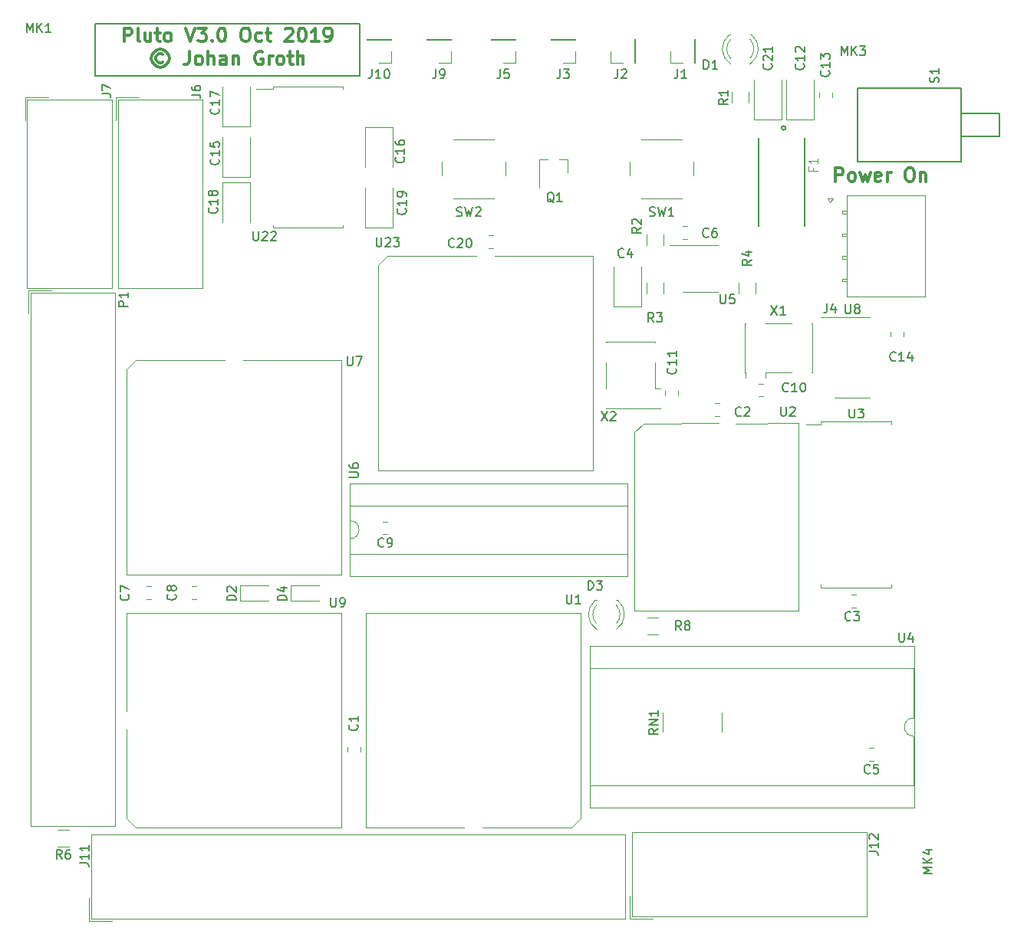
<source format=gbr>
G04 #@! TF.GenerationSoftware,KiCad,Pcbnew,5.1.4-e60b266~84~ubuntu18.04.1*
G04 #@! TF.CreationDate,2019-10-20T16:14:38+01:00*
G04 #@! TF.ProjectId,pluto,706c7574-6f2e-46b6-9963-61645f706362,rev?*
G04 #@! TF.SameCoordinates,Original*
G04 #@! TF.FileFunction,Legend,Top*
G04 #@! TF.FilePolarity,Positive*
%FSLAX46Y46*%
G04 Gerber Fmt 4.6, Leading zero omitted, Abs format (unit mm)*
G04 Created by KiCad (PCBNEW 5.1.4-e60b266~84~ubuntu18.04.1) date 2019-10-20 16:14:38*
%MOMM*%
%LPD*%
G04 APERTURE LIST*
%ADD10C,0.300000*%
%ADD11C,0.200000*%
%ADD12C,0.120000*%
%ADD13C,0.150000*%
%ADD14C,0.050000*%
%ADD15R,1.422400X1.422400*%
%ADD16C,1.422400*%
%ADD17R,1.800000X1.800000*%
%ADD18C,1.800000*%
%ADD19C,1.778000*%
%ADD20C,0.100000*%
%ADD21C,1.700000*%
%ADD22O,2.200000X1.700000*%
%ADD23O,1.727200X1.727200*%
%ADD24R,1.727200X1.727200*%
%ADD25C,6.400000*%
%ADD26C,2.000000*%
%ADD27O,1.600000X1.600000*%
%ADD28R,1.600000X1.600000*%
%ADD29R,1.700000X1.700000*%
%ADD30C,1.500000*%
%ADD31R,0.800000X1.900000*%
%ADD32C,1.425000*%
%ADD33C,0.600000*%
%ADD34R,1.800000X2.000000*%
%ADD35R,2.000000X1.800000*%
%ADD36R,0.900000X0.900000*%
%ADD37C,1.150000*%
%ADD38R,3.810000X4.240000*%
%ADD39C,0.650000*%
%ADD40R,1.000000X1.000000*%
G04 APERTURE END LIST*
D10*
X144225000Y-58082571D02*
X144225000Y-56582571D01*
X144796428Y-56582571D01*
X144939285Y-56654000D01*
X145010714Y-56725428D01*
X145082142Y-56868285D01*
X145082142Y-57082571D01*
X145010714Y-57225428D01*
X144939285Y-57296857D01*
X144796428Y-57368285D01*
X144225000Y-57368285D01*
X145939285Y-58082571D02*
X145796428Y-58011142D01*
X145725000Y-57939714D01*
X145653571Y-57796857D01*
X145653571Y-57368285D01*
X145725000Y-57225428D01*
X145796428Y-57154000D01*
X145939285Y-57082571D01*
X146153571Y-57082571D01*
X146296428Y-57154000D01*
X146367857Y-57225428D01*
X146439285Y-57368285D01*
X146439285Y-57796857D01*
X146367857Y-57939714D01*
X146296428Y-58011142D01*
X146153571Y-58082571D01*
X145939285Y-58082571D01*
X146939285Y-57082571D02*
X147225000Y-58082571D01*
X147510714Y-57368285D01*
X147796428Y-58082571D01*
X148082142Y-57082571D01*
X149225000Y-58011142D02*
X149082142Y-58082571D01*
X148796428Y-58082571D01*
X148653571Y-58011142D01*
X148582142Y-57868285D01*
X148582142Y-57296857D01*
X148653571Y-57154000D01*
X148796428Y-57082571D01*
X149082142Y-57082571D01*
X149225000Y-57154000D01*
X149296428Y-57296857D01*
X149296428Y-57439714D01*
X148582142Y-57582571D01*
X149939285Y-58082571D02*
X149939285Y-57082571D01*
X149939285Y-57368285D02*
X150010714Y-57225428D01*
X150082142Y-57154000D01*
X150225000Y-57082571D01*
X150367857Y-57082571D01*
X152296428Y-56582571D02*
X152582142Y-56582571D01*
X152725000Y-56654000D01*
X152867857Y-56796857D01*
X152939285Y-57082571D01*
X152939285Y-57582571D01*
X152867857Y-57868285D01*
X152725000Y-58011142D01*
X152582142Y-58082571D01*
X152296428Y-58082571D01*
X152153571Y-58011142D01*
X152010714Y-57868285D01*
X151939285Y-57582571D01*
X151939285Y-57082571D01*
X152010714Y-56796857D01*
X152153571Y-56654000D01*
X152296428Y-56582571D01*
X153582142Y-57082571D02*
X153582142Y-58082571D01*
X153582142Y-57225428D02*
X153653571Y-57154000D01*
X153796428Y-57082571D01*
X154010714Y-57082571D01*
X154153571Y-57154000D01*
X154225000Y-57296857D01*
X154225000Y-58082571D01*
D11*
X62534800Y-46405800D02*
X62534800Y-40690800D01*
X91744800Y-46405800D02*
X62534800Y-46405800D01*
X91744800Y-40690800D02*
X91744800Y-46405800D01*
X62534800Y-40690800D02*
X91744800Y-40690800D01*
D10*
X65711228Y-42634371D02*
X65711228Y-41134371D01*
X66282657Y-41134371D01*
X66425514Y-41205800D01*
X66496942Y-41277228D01*
X66568371Y-41420085D01*
X66568371Y-41634371D01*
X66496942Y-41777228D01*
X66425514Y-41848657D01*
X66282657Y-41920085D01*
X65711228Y-41920085D01*
X67425514Y-42634371D02*
X67282657Y-42562942D01*
X67211228Y-42420085D01*
X67211228Y-41134371D01*
X68639800Y-41634371D02*
X68639800Y-42634371D01*
X67996942Y-41634371D02*
X67996942Y-42420085D01*
X68068371Y-42562942D01*
X68211228Y-42634371D01*
X68425514Y-42634371D01*
X68568371Y-42562942D01*
X68639800Y-42491514D01*
X69139800Y-41634371D02*
X69711228Y-41634371D01*
X69354085Y-41134371D02*
X69354085Y-42420085D01*
X69425514Y-42562942D01*
X69568371Y-42634371D01*
X69711228Y-42634371D01*
X70425514Y-42634371D02*
X70282657Y-42562942D01*
X70211228Y-42491514D01*
X70139800Y-42348657D01*
X70139800Y-41920085D01*
X70211228Y-41777228D01*
X70282657Y-41705800D01*
X70425514Y-41634371D01*
X70639800Y-41634371D01*
X70782657Y-41705800D01*
X70854085Y-41777228D01*
X70925514Y-41920085D01*
X70925514Y-42348657D01*
X70854085Y-42491514D01*
X70782657Y-42562942D01*
X70639800Y-42634371D01*
X70425514Y-42634371D01*
X72496942Y-41134371D02*
X72996942Y-42634371D01*
X73496942Y-41134371D01*
X73854085Y-41134371D02*
X74782657Y-41134371D01*
X74282657Y-41705800D01*
X74496942Y-41705800D01*
X74639800Y-41777228D01*
X74711228Y-41848657D01*
X74782657Y-41991514D01*
X74782657Y-42348657D01*
X74711228Y-42491514D01*
X74639800Y-42562942D01*
X74496942Y-42634371D01*
X74068371Y-42634371D01*
X73925514Y-42562942D01*
X73854085Y-42491514D01*
X75425514Y-42491514D02*
X75496942Y-42562942D01*
X75425514Y-42634371D01*
X75354085Y-42562942D01*
X75425514Y-42491514D01*
X75425514Y-42634371D01*
X76425514Y-41134371D02*
X76568371Y-41134371D01*
X76711228Y-41205800D01*
X76782657Y-41277228D01*
X76854085Y-41420085D01*
X76925514Y-41705800D01*
X76925514Y-42062942D01*
X76854085Y-42348657D01*
X76782657Y-42491514D01*
X76711228Y-42562942D01*
X76568371Y-42634371D01*
X76425514Y-42634371D01*
X76282657Y-42562942D01*
X76211228Y-42491514D01*
X76139800Y-42348657D01*
X76068371Y-42062942D01*
X76068371Y-41705800D01*
X76139800Y-41420085D01*
X76211228Y-41277228D01*
X76282657Y-41205800D01*
X76425514Y-41134371D01*
X78996942Y-41134371D02*
X79282657Y-41134371D01*
X79425514Y-41205800D01*
X79568371Y-41348657D01*
X79639800Y-41634371D01*
X79639800Y-42134371D01*
X79568371Y-42420085D01*
X79425514Y-42562942D01*
X79282657Y-42634371D01*
X78996942Y-42634371D01*
X78854085Y-42562942D01*
X78711228Y-42420085D01*
X78639800Y-42134371D01*
X78639800Y-41634371D01*
X78711228Y-41348657D01*
X78854085Y-41205800D01*
X78996942Y-41134371D01*
X80925514Y-42562942D02*
X80782657Y-42634371D01*
X80496942Y-42634371D01*
X80354085Y-42562942D01*
X80282657Y-42491514D01*
X80211228Y-42348657D01*
X80211228Y-41920085D01*
X80282657Y-41777228D01*
X80354085Y-41705800D01*
X80496942Y-41634371D01*
X80782657Y-41634371D01*
X80925514Y-41705800D01*
X81354085Y-41634371D02*
X81925514Y-41634371D01*
X81568371Y-41134371D02*
X81568371Y-42420085D01*
X81639800Y-42562942D01*
X81782657Y-42634371D01*
X81925514Y-42634371D01*
X83496942Y-41277228D02*
X83568371Y-41205800D01*
X83711228Y-41134371D01*
X84068371Y-41134371D01*
X84211228Y-41205800D01*
X84282657Y-41277228D01*
X84354085Y-41420085D01*
X84354085Y-41562942D01*
X84282657Y-41777228D01*
X83425514Y-42634371D01*
X84354085Y-42634371D01*
X85282657Y-41134371D02*
X85425514Y-41134371D01*
X85568371Y-41205800D01*
X85639800Y-41277228D01*
X85711228Y-41420085D01*
X85782657Y-41705800D01*
X85782657Y-42062942D01*
X85711228Y-42348657D01*
X85639800Y-42491514D01*
X85568371Y-42562942D01*
X85425514Y-42634371D01*
X85282657Y-42634371D01*
X85139800Y-42562942D01*
X85068371Y-42491514D01*
X84996942Y-42348657D01*
X84925514Y-42062942D01*
X84925514Y-41705800D01*
X84996942Y-41420085D01*
X85068371Y-41277228D01*
X85139800Y-41205800D01*
X85282657Y-41134371D01*
X87211228Y-42634371D02*
X86354085Y-42634371D01*
X86782657Y-42634371D02*
X86782657Y-41134371D01*
X86639800Y-41348657D01*
X86496942Y-41491514D01*
X86354085Y-41562942D01*
X87925514Y-42634371D02*
X88211228Y-42634371D01*
X88354085Y-42562942D01*
X88425514Y-42491514D01*
X88568371Y-42277228D01*
X88639800Y-41991514D01*
X88639800Y-41420085D01*
X88568371Y-41277228D01*
X88496942Y-41205800D01*
X88354085Y-41134371D01*
X88068371Y-41134371D01*
X87925514Y-41205800D01*
X87854085Y-41277228D01*
X87782657Y-41420085D01*
X87782657Y-41777228D01*
X87854085Y-41920085D01*
X87925514Y-41991514D01*
X88068371Y-42062942D01*
X88354085Y-42062942D01*
X88496942Y-41991514D01*
X88568371Y-41920085D01*
X88639800Y-41777228D01*
X69996942Y-44041514D02*
X69854085Y-43970085D01*
X69568371Y-43970085D01*
X69425514Y-44041514D01*
X69282657Y-44184371D01*
X69211228Y-44327228D01*
X69211228Y-44612942D01*
X69282657Y-44755800D01*
X69425514Y-44898657D01*
X69568371Y-44970085D01*
X69854085Y-44970085D01*
X69996942Y-44898657D01*
X69711228Y-43470085D02*
X69354085Y-43541514D01*
X68996942Y-43755800D01*
X68782657Y-44112942D01*
X68711228Y-44470085D01*
X68782657Y-44827228D01*
X68996942Y-45184371D01*
X69354085Y-45398657D01*
X69711228Y-45470085D01*
X70068371Y-45398657D01*
X70425514Y-45184371D01*
X70639800Y-44827228D01*
X70711228Y-44470085D01*
X70639800Y-44112942D01*
X70425514Y-43755800D01*
X70068371Y-43541514D01*
X69711228Y-43470085D01*
X72925514Y-43684371D02*
X72925514Y-44755800D01*
X72854085Y-44970085D01*
X72711228Y-45112942D01*
X72496942Y-45184371D01*
X72354085Y-45184371D01*
X73854085Y-45184371D02*
X73711228Y-45112942D01*
X73639800Y-45041514D01*
X73568371Y-44898657D01*
X73568371Y-44470085D01*
X73639800Y-44327228D01*
X73711228Y-44255800D01*
X73854085Y-44184371D01*
X74068371Y-44184371D01*
X74211228Y-44255800D01*
X74282657Y-44327228D01*
X74354085Y-44470085D01*
X74354085Y-44898657D01*
X74282657Y-45041514D01*
X74211228Y-45112942D01*
X74068371Y-45184371D01*
X73854085Y-45184371D01*
X74996942Y-45184371D02*
X74996942Y-43684371D01*
X75639800Y-45184371D02*
X75639800Y-44398657D01*
X75568371Y-44255800D01*
X75425514Y-44184371D01*
X75211228Y-44184371D01*
X75068371Y-44255800D01*
X74996942Y-44327228D01*
X76996942Y-45184371D02*
X76996942Y-44398657D01*
X76925514Y-44255800D01*
X76782657Y-44184371D01*
X76496942Y-44184371D01*
X76354085Y-44255800D01*
X76996942Y-45112942D02*
X76854085Y-45184371D01*
X76496942Y-45184371D01*
X76354085Y-45112942D01*
X76282657Y-44970085D01*
X76282657Y-44827228D01*
X76354085Y-44684371D01*
X76496942Y-44612942D01*
X76854085Y-44612942D01*
X76996942Y-44541514D01*
X77711228Y-44184371D02*
X77711228Y-45184371D01*
X77711228Y-44327228D02*
X77782657Y-44255800D01*
X77925514Y-44184371D01*
X78139800Y-44184371D01*
X78282657Y-44255800D01*
X78354085Y-44398657D01*
X78354085Y-45184371D01*
X80996942Y-43755800D02*
X80854085Y-43684371D01*
X80639800Y-43684371D01*
X80425514Y-43755800D01*
X80282657Y-43898657D01*
X80211228Y-44041514D01*
X80139800Y-44327228D01*
X80139800Y-44541514D01*
X80211228Y-44827228D01*
X80282657Y-44970085D01*
X80425514Y-45112942D01*
X80639800Y-45184371D01*
X80782657Y-45184371D01*
X80996942Y-45112942D01*
X81068371Y-45041514D01*
X81068371Y-44541514D01*
X80782657Y-44541514D01*
X81711228Y-45184371D02*
X81711228Y-44184371D01*
X81711228Y-44470085D02*
X81782657Y-44327228D01*
X81854085Y-44255800D01*
X81996942Y-44184371D01*
X82139800Y-44184371D01*
X82854085Y-45184371D02*
X82711228Y-45112942D01*
X82639800Y-45041514D01*
X82568371Y-44898657D01*
X82568371Y-44470085D01*
X82639800Y-44327228D01*
X82711228Y-44255800D01*
X82854085Y-44184371D01*
X83068371Y-44184371D01*
X83211228Y-44255800D01*
X83282657Y-44327228D01*
X83354085Y-44470085D01*
X83354085Y-44898657D01*
X83282657Y-45041514D01*
X83211228Y-45112942D01*
X83068371Y-45184371D01*
X82854085Y-45184371D01*
X83782657Y-44184371D02*
X84354085Y-44184371D01*
X83996942Y-43684371D02*
X83996942Y-44970085D01*
X84068371Y-45112942D01*
X84211228Y-45184371D01*
X84354085Y-45184371D01*
X84854085Y-45184371D02*
X84854085Y-43684371D01*
X85496942Y-45184371D02*
X85496942Y-44398657D01*
X85425514Y-44255800D01*
X85282657Y-44184371D01*
X85068371Y-44184371D01*
X84925514Y-44255800D01*
X84854085Y-44327228D01*
D12*
X66001000Y-118602000D02*
X66001000Y-128452000D01*
X66001000Y-128452000D02*
X67001000Y-129452000D01*
X67001000Y-129452000D02*
X89701000Y-129452000D01*
X89701000Y-129452000D02*
X89701000Y-105752000D01*
X89701000Y-105752000D02*
X66001000Y-105752000D01*
X66001000Y-105752000D02*
X66001000Y-116602000D01*
X89701000Y-77812000D02*
X78851000Y-77812000D01*
X89701000Y-101512000D02*
X89701000Y-77812000D01*
X66001000Y-101512000D02*
X89701000Y-101512000D01*
X66001000Y-78812000D02*
X66001000Y-101512000D01*
X67001000Y-77812000D02*
X66001000Y-78812000D01*
X76851000Y-77812000D02*
X67001000Y-77812000D01*
X120026608Y-107590335D02*
G75*
G03X120183516Y-104358000I-1078608J1672335D01*
G01*
X117869392Y-107590335D02*
G75*
G02X117712484Y-104358000I1078608J1672335D01*
G01*
X120027837Y-106959130D02*
G75*
G03X120028000Y-104877039I-1079837J1041130D01*
G01*
X117868163Y-106959130D02*
G75*
G02X117868000Y-104877039I1079837J1041130D01*
G01*
X120184000Y-104358000D02*
X120028000Y-104358000D01*
X117868000Y-104358000D02*
X117712000Y-104358000D01*
X134809608Y-45106335D02*
G75*
G03X134966516Y-41874000I-1078608J1672335D01*
G01*
X132652392Y-45106335D02*
G75*
G02X132495484Y-41874000I1078608J1672335D01*
G01*
X134810837Y-44475130D02*
G75*
G03X134811000Y-42393039I-1079837J1041130D01*
G01*
X132651163Y-44475130D02*
G75*
G02X132651000Y-42393039I1079837J1041130D01*
G01*
X134967000Y-41874000D02*
X134811000Y-41874000D01*
X132651000Y-41874000D02*
X132495000Y-41874000D01*
D13*
X158115000Y-50546000D02*
X162306000Y-50546000D01*
X162306000Y-50546000D02*
X162306000Y-53086000D01*
X162306000Y-53086000D02*
X158115000Y-53086000D01*
X158115000Y-47752000D02*
X158115000Y-55880000D01*
X158115000Y-55880000D02*
X146685000Y-55880000D01*
X146685000Y-55880000D02*
X146685000Y-47752000D01*
X146685000Y-47752000D02*
X158115000Y-47752000D01*
D12*
X145447000Y-59638000D02*
X145447000Y-70798000D01*
X145447000Y-70798000D02*
X154127000Y-70798000D01*
X154127000Y-70798000D02*
X154127000Y-59638000D01*
X154127000Y-59638000D02*
X145447000Y-59638000D01*
X145447000Y-61618000D02*
X145447000Y-61318000D01*
X145447000Y-61318000D02*
X144997000Y-61318000D01*
X144997000Y-61318000D02*
X144997000Y-61618000D01*
X144997000Y-61618000D02*
X145447000Y-61618000D01*
X145447000Y-64118000D02*
X145447000Y-63818000D01*
X145447000Y-63818000D02*
X144997000Y-63818000D01*
X144997000Y-63818000D02*
X144997000Y-64118000D01*
X144997000Y-64118000D02*
X145447000Y-64118000D01*
X145447000Y-66618000D02*
X145447000Y-66318000D01*
X145447000Y-66318000D02*
X144997000Y-66318000D01*
X144997000Y-66318000D02*
X144997000Y-66618000D01*
X144997000Y-66618000D02*
X145447000Y-66618000D01*
X145447000Y-69118000D02*
X145447000Y-68818000D01*
X145447000Y-68818000D02*
X144997000Y-68818000D01*
X144997000Y-68818000D02*
X144997000Y-69118000D01*
X144997000Y-69118000D02*
X145447000Y-69118000D01*
X143637000Y-60358000D02*
X143937000Y-59933736D01*
X143937000Y-59933736D02*
X143337000Y-59933736D01*
X143337000Y-59933736D02*
X143637000Y-60358000D01*
X64798000Y-48756000D02*
X67338000Y-48756000D01*
X64798000Y-48756000D02*
X64798000Y-51296000D01*
X65048000Y-49006000D02*
X74398000Y-49006000D01*
X65048000Y-69866000D02*
X65048000Y-49006000D01*
X74398000Y-69866000D02*
X65048000Y-69866000D01*
X74398000Y-49006000D02*
X74398000Y-69866000D01*
X64365000Y-49006000D02*
X64365000Y-69866000D01*
X64365000Y-69866000D02*
X55015000Y-69866000D01*
X55015000Y-69866000D02*
X55015000Y-49006000D01*
X55015000Y-49006000D02*
X64365000Y-49006000D01*
X54765000Y-48756000D02*
X54765000Y-51296000D01*
X54765000Y-48756000D02*
X57305000Y-48756000D01*
X121777000Y-129945000D02*
X147717000Y-129945000D01*
X147717000Y-129945000D02*
X147717000Y-139295000D01*
X147717000Y-139295000D02*
X121777000Y-139295000D01*
X121777000Y-139295000D02*
X121777000Y-129945000D01*
X121527000Y-139545000D02*
X124067000Y-139545000D01*
X121527000Y-139545000D02*
X121527000Y-137005000D01*
X64746000Y-70342000D02*
X64746000Y-129302000D01*
X64746000Y-129302000D02*
X55396000Y-129302000D01*
X55396000Y-129302000D02*
X55396000Y-70342000D01*
X55396000Y-70342000D02*
X64746000Y-70342000D01*
X55146000Y-70092000D02*
X55146000Y-72632000D01*
X55146000Y-70092000D02*
X57686000Y-70092000D01*
X127293000Y-53428000D02*
X122793000Y-53428000D01*
X128543000Y-57428000D02*
X128543000Y-55928000D01*
X122793000Y-59928000D02*
X127293000Y-59928000D01*
X121543000Y-55928000D02*
X121543000Y-57428000D01*
X100819000Y-55928000D02*
X100819000Y-57428000D01*
X102069000Y-59928000D02*
X106569000Y-59928000D01*
X107819000Y-57428000D02*
X107819000Y-55928000D01*
X106569000Y-53428000D02*
X102069000Y-53428000D01*
X92417000Y-129452000D02*
X103267000Y-129452000D01*
X92417000Y-105752000D02*
X92417000Y-129452000D01*
X116117000Y-105752000D02*
X92417000Y-105752000D01*
X116117000Y-128452000D02*
X116117000Y-105752000D01*
X115117000Y-129452000D02*
X116117000Y-128452000D01*
X105267000Y-129452000D02*
X115117000Y-129452000D01*
X152901000Y-127314000D02*
X152901000Y-109414000D01*
X117101000Y-127314000D02*
X152901000Y-127314000D01*
X117101000Y-109414000D02*
X117101000Y-127314000D01*
X152901000Y-109414000D02*
X117101000Y-109414000D01*
X152841000Y-124824000D02*
X152841000Y-119364000D01*
X117161000Y-124824000D02*
X152841000Y-124824000D01*
X117161000Y-111904000D02*
X117161000Y-124824000D01*
X152841000Y-111904000D02*
X117161000Y-111904000D01*
X152841000Y-117364000D02*
X152841000Y-111904000D01*
X152841000Y-119364000D02*
G75*
G02X152841000Y-117364000I0J1000000D01*
G01*
X90643400Y-95571000D02*
G75*
G02X90643400Y-97571000I0J-1000000D01*
G01*
X90643400Y-97571000D02*
X90643400Y-99221000D01*
X90643400Y-99221000D02*
X121243400Y-99221000D01*
X121243400Y-99221000D02*
X121243400Y-93921000D01*
X121243400Y-93921000D02*
X90643400Y-93921000D01*
X90643400Y-93921000D02*
X90643400Y-95571000D01*
X90583400Y-101711000D02*
X121303400Y-101711000D01*
X121303400Y-101711000D02*
X121303400Y-91431000D01*
X121303400Y-91431000D02*
X90583400Y-91431000D01*
X90583400Y-91431000D02*
X90583400Y-101711000D01*
X104588000Y-66331200D02*
X94738000Y-66331200D01*
X94738000Y-66331200D02*
X93738000Y-67331200D01*
X93738000Y-67331200D02*
X93738000Y-90031200D01*
X93738000Y-90031200D02*
X117438000Y-90031200D01*
X117438000Y-90031200D02*
X117438000Y-66331200D01*
X117438000Y-66331200D02*
X106588000Y-66331200D01*
X126051000Y-45018000D02*
X126051000Y-43688000D01*
X127381000Y-45018000D02*
X126051000Y-45018000D01*
X128651000Y-45018000D02*
X128651000Y-42358000D01*
X128651000Y-42358000D02*
X128711000Y-42358000D01*
X128651000Y-45018000D02*
X128711000Y-45018000D01*
X128711000Y-45018000D02*
X128711000Y-42358000D01*
X122107000Y-45018000D02*
X122107000Y-42358000D01*
X122047000Y-45018000D02*
X122107000Y-45018000D01*
X122047000Y-42358000D02*
X122107000Y-42358000D01*
X122047000Y-45018000D02*
X122047000Y-42358000D01*
X120777000Y-45018000D02*
X119447000Y-45018000D01*
X119447000Y-45018000D02*
X119447000Y-43688000D01*
X115503000Y-42358000D02*
X112843000Y-42358000D01*
X115503000Y-42418000D02*
X115503000Y-42358000D01*
X112843000Y-42418000D02*
X112843000Y-42358000D01*
X115503000Y-42418000D02*
X112843000Y-42418000D01*
X115503000Y-43688000D02*
X115503000Y-45018000D01*
X115503000Y-45018000D02*
X114173000Y-45018000D01*
X108899000Y-45018000D02*
X107569000Y-45018000D01*
X108899000Y-43688000D02*
X108899000Y-45018000D01*
X108899000Y-42418000D02*
X106239000Y-42418000D01*
X106239000Y-42418000D02*
X106239000Y-42358000D01*
X108899000Y-42418000D02*
X108899000Y-42358000D01*
X108899000Y-42358000D02*
X106239000Y-42358000D01*
X101787000Y-45018000D02*
X100457000Y-45018000D01*
X101787000Y-43688000D02*
X101787000Y-45018000D01*
X101787000Y-42418000D02*
X99127000Y-42418000D01*
X99127000Y-42418000D02*
X99127000Y-42358000D01*
X101787000Y-42418000D02*
X101787000Y-42358000D01*
X101787000Y-42358000D02*
X99127000Y-42358000D01*
X95183000Y-42358000D02*
X92523000Y-42358000D01*
X95183000Y-42418000D02*
X95183000Y-42358000D01*
X92523000Y-42418000D02*
X92523000Y-42358000D01*
X95183000Y-42418000D02*
X92523000Y-42418000D01*
X95183000Y-43688000D02*
X95183000Y-45018000D01*
X95183000Y-45018000D02*
X93853000Y-45018000D01*
X122041200Y-105489400D02*
X122031800Y-85813800D01*
X123031800Y-84813800D02*
X131363000Y-84788400D01*
X140151400Y-84788400D02*
X140151400Y-105489400D01*
X140151400Y-105489400D02*
X122041200Y-105489400D01*
X123031800Y-84813800D02*
X122031800Y-85813800D01*
X133242600Y-84813800D02*
X140151400Y-84788400D01*
X62087000Y-130199000D02*
X121047000Y-130199000D01*
X121047000Y-130199000D02*
X121047000Y-139549000D01*
X121047000Y-139549000D02*
X62087000Y-139549000D01*
X62087000Y-139549000D02*
X62087000Y-130199000D01*
X61837000Y-139799000D02*
X64377000Y-139799000D01*
X61837000Y-139799000D02*
X61837000Y-137259000D01*
X79615000Y-57600000D02*
X79615000Y-53215000D01*
X76595000Y-57600000D02*
X79615000Y-57600000D01*
X76595000Y-53215000D02*
X76595000Y-57600000D01*
X95363000Y-56513000D02*
X95363000Y-52128000D01*
X95363000Y-52128000D02*
X92343000Y-52128000D01*
X92343000Y-52128000D02*
X92343000Y-56513000D01*
X79615000Y-52012000D02*
X79615000Y-47627000D01*
X76595000Y-52012000D02*
X79615000Y-52012000D01*
X76595000Y-47627000D02*
X76595000Y-52012000D01*
X79615000Y-62609000D02*
X79615000Y-58224000D01*
X79615000Y-58224000D02*
X76595000Y-58224000D01*
X76595000Y-58224000D02*
X76595000Y-62609000D01*
X92343000Y-58803000D02*
X92343000Y-63188000D01*
X92343000Y-63188000D02*
X95363000Y-63188000D01*
X95363000Y-63188000D02*
X95363000Y-58803000D01*
X114671000Y-55652000D02*
X113741000Y-55652000D01*
X111511000Y-55652000D02*
X112441000Y-55652000D01*
X111511000Y-55652000D02*
X111511000Y-58812000D01*
X114671000Y-55652000D02*
X114671000Y-57112000D01*
X134641000Y-49406564D02*
X134641000Y-48202436D01*
X132821000Y-49406564D02*
X132821000Y-48202436D01*
X125243000Y-63913936D02*
X125243000Y-65118064D01*
X123423000Y-63913936D02*
X123423000Y-65118064D01*
X123423000Y-69247936D02*
X123423000Y-70452064D01*
X125243000Y-69247936D02*
X125243000Y-70452064D01*
X133583000Y-70488564D02*
X133583000Y-69284436D01*
X135403000Y-70488564D02*
X135403000Y-69284436D01*
X59606264Y-131568000D02*
X58402136Y-131568000D01*
X59606264Y-129748000D02*
X58402136Y-129748000D01*
X123439936Y-108098000D02*
X124644064Y-108098000D01*
X123439936Y-106278000D02*
X124644064Y-106278000D01*
X129348000Y-70251000D02*
X131298000Y-70251000D01*
X129348000Y-70251000D02*
X127398000Y-70251000D01*
X129348000Y-65131000D02*
X131298000Y-65131000D01*
X129348000Y-65131000D02*
X125898000Y-65131000D01*
X85979000Y-63182000D02*
X89839000Y-63182000D01*
X89839000Y-63182000D02*
X89839000Y-62917000D01*
X85979000Y-63182000D02*
X82119000Y-63182000D01*
X82119000Y-63182000D02*
X82119000Y-62917000D01*
X85979000Y-47562000D02*
X89839000Y-47562000D01*
X89839000Y-47562000D02*
X89839000Y-47827000D01*
X85979000Y-47562000D02*
X82119000Y-47562000D01*
X82119000Y-47562000D02*
X82119000Y-47827000D01*
X82119000Y-47827000D02*
X80304000Y-47827000D01*
X136507000Y-79154000D02*
X136507000Y-79754000D01*
X139387000Y-79154000D02*
X136507000Y-79154000D01*
X134247000Y-73754000D02*
X134307000Y-73754000D01*
X134247000Y-79154000D02*
X134247000Y-73754000D01*
X134307000Y-79154000D02*
X134247000Y-79154000D01*
X134307000Y-79754000D02*
X134307000Y-79154000D01*
X136507000Y-73754000D02*
X139387000Y-73754000D01*
X141647000Y-79154000D02*
X141587000Y-79154000D01*
X141647000Y-73754000D02*
X141647000Y-79154000D01*
X141587000Y-73754000D02*
X141647000Y-73754000D01*
X118941000Y-75862000D02*
X118941000Y-75802000D01*
X118941000Y-75802000D02*
X124341000Y-75802000D01*
X124341000Y-75802000D02*
X124341000Y-75862000D01*
X118941000Y-80942000D02*
X118941000Y-78062000D01*
X124941000Y-83142000D02*
X124341000Y-83142000D01*
X124341000Y-83142000D02*
X124341000Y-83202000D01*
X124341000Y-83202000D02*
X118941000Y-83202000D01*
X118941000Y-83202000D02*
X118941000Y-83142000D01*
X124341000Y-78062000D02*
X124341000Y-80942000D01*
X124341000Y-80942000D02*
X124941000Y-80942000D01*
X131667000Y-116806000D02*
X131667000Y-118906000D01*
X125127000Y-116806000D02*
X125127000Y-118906000D01*
X91769000Y-120600748D02*
X91769000Y-121123252D01*
X90349000Y-120600748D02*
X90349000Y-121123252D01*
X130920748Y-82602000D02*
X131443252Y-82602000D01*
X130920748Y-84022000D02*
X131443252Y-84022000D01*
X145966748Y-105155000D02*
X146489252Y-105155000D01*
X145966748Y-103735000D02*
X146489252Y-103735000D01*
X148461252Y-122122000D02*
X147938748Y-122122000D01*
X148461252Y-120702000D02*
X147938748Y-120702000D01*
X127364748Y-64464000D02*
X127887252Y-64464000D01*
X127364748Y-63044000D02*
X127887252Y-63044000D01*
X68191748Y-102820000D02*
X68714252Y-102820000D01*
X68191748Y-104240000D02*
X68714252Y-104240000D01*
X73692652Y-102820000D02*
X73170148Y-102820000D01*
X73692652Y-104240000D02*
X73170148Y-104240000D01*
X94783652Y-97077600D02*
X94261148Y-97077600D01*
X94783652Y-95657600D02*
X94261148Y-95657600D01*
X136269252Y-80417600D02*
X135746748Y-80417600D01*
X136269252Y-81837600D02*
X135746748Y-81837600D01*
X125452000Y-81180148D02*
X125452000Y-81702652D01*
X126872000Y-81180148D02*
X126872000Y-81702652D01*
X106449252Y-65480000D02*
X105926748Y-65480000D01*
X106449252Y-64060000D02*
X105926748Y-64060000D01*
X138825000Y-46865000D02*
X138825000Y-51250000D01*
X138825000Y-51250000D02*
X141845000Y-51250000D01*
X141845000Y-51250000D02*
X141845000Y-46865000D01*
X142419000Y-48784252D02*
X142419000Y-48261748D01*
X143839000Y-48784252D02*
X143839000Y-48261748D01*
D11*
X140818000Y-53303000D02*
X140818000Y-63029000D01*
X135788000Y-63029000D02*
X135788000Y-53303000D01*
X138726610Y-52166000D02*
G75*
G03X138726610Y-52166000I-223610J0D01*
G01*
D12*
X135269000Y-46865000D02*
X135269000Y-51250000D01*
X135269000Y-51250000D02*
X138289000Y-51250000D01*
X138289000Y-51250000D02*
X138289000Y-46865000D01*
X119775000Y-67491000D02*
X119775000Y-71876000D01*
X119775000Y-71876000D02*
X122795000Y-71876000D01*
X122795000Y-71876000D02*
X122795000Y-67491000D01*
X150293000Y-75191252D02*
X150293000Y-74668748D01*
X151713000Y-75191252D02*
X151713000Y-74668748D01*
X146533000Y-102946800D02*
X150435500Y-102946800D01*
X150435500Y-102946800D02*
X150435500Y-102616800D01*
X146533000Y-102946800D02*
X142630500Y-102946800D01*
X142630500Y-102946800D02*
X142630500Y-102616800D01*
X146533000Y-84606800D02*
X150435500Y-84606800D01*
X150435500Y-84606800D02*
X150435500Y-84936800D01*
X146533000Y-84606800D02*
X142630500Y-84606800D01*
X142630500Y-84606800D02*
X142630500Y-84936800D01*
X142630500Y-84936800D02*
X141033000Y-84936800D01*
X146092000Y-81938000D02*
X148042000Y-81938000D01*
X146092000Y-81938000D02*
X144142000Y-81938000D01*
X146092000Y-73068000D02*
X148042000Y-73068000D01*
X146092000Y-73068000D02*
X142642000Y-73068000D01*
X78511000Y-102680000D02*
X78511000Y-104380000D01*
X78511000Y-104380000D02*
X81661000Y-104380000D01*
X78511000Y-102680000D02*
X81661000Y-102680000D01*
X84099000Y-102680000D02*
X87249000Y-102680000D01*
X84099000Y-104380000D02*
X87249000Y-104380000D01*
X84099000Y-102680000D02*
X84099000Y-104380000D01*
D13*
X88519095Y-104100380D02*
X88519095Y-104909904D01*
X88566714Y-105005142D01*
X88614333Y-105052761D01*
X88709571Y-105100380D01*
X88900047Y-105100380D01*
X88995285Y-105052761D01*
X89042904Y-105005142D01*
X89090523Y-104909904D01*
X89090523Y-104100380D01*
X89614333Y-105100380D02*
X89804809Y-105100380D01*
X89900047Y-105052761D01*
X89947666Y-105005142D01*
X90042904Y-104862285D01*
X90090523Y-104671809D01*
X90090523Y-104290857D01*
X90042904Y-104195619D01*
X89995285Y-104148000D01*
X89900047Y-104100380D01*
X89709571Y-104100380D01*
X89614333Y-104148000D01*
X89566714Y-104195619D01*
X89519095Y-104290857D01*
X89519095Y-104528952D01*
X89566714Y-104624190D01*
X89614333Y-104671809D01*
X89709571Y-104719428D01*
X89900047Y-104719428D01*
X89995285Y-104671809D01*
X90042904Y-104624190D01*
X90090523Y-104528952D01*
X90347895Y-77430380D02*
X90347895Y-78239904D01*
X90395514Y-78335142D01*
X90443133Y-78382761D01*
X90538371Y-78430380D01*
X90728847Y-78430380D01*
X90824085Y-78382761D01*
X90871704Y-78335142D01*
X90919323Y-78239904D01*
X90919323Y-77430380D01*
X91300276Y-77430380D02*
X91966942Y-77430380D01*
X91538371Y-78430380D01*
X116939904Y-103195380D02*
X116939904Y-102195380D01*
X117178000Y-102195380D01*
X117320857Y-102243000D01*
X117416095Y-102338238D01*
X117463714Y-102433476D01*
X117511333Y-102623952D01*
X117511333Y-102766809D01*
X117463714Y-102957285D01*
X117416095Y-103052523D01*
X117320857Y-103147761D01*
X117178000Y-103195380D01*
X116939904Y-103195380D01*
X117844666Y-102195380D02*
X118463714Y-102195380D01*
X118130380Y-102576333D01*
X118273238Y-102576333D01*
X118368476Y-102623952D01*
X118416095Y-102671571D01*
X118463714Y-102766809D01*
X118463714Y-103004904D01*
X118416095Y-103100142D01*
X118368476Y-103147761D01*
X118273238Y-103195380D01*
X117987523Y-103195380D01*
X117892285Y-103147761D01*
X117844666Y-103100142D01*
X129690904Y-45664380D02*
X129690904Y-44664380D01*
X129929000Y-44664380D01*
X130071857Y-44712000D01*
X130167095Y-44807238D01*
X130214714Y-44902476D01*
X130262333Y-45092952D01*
X130262333Y-45235809D01*
X130214714Y-45426285D01*
X130167095Y-45521523D01*
X130071857Y-45616761D01*
X129929000Y-45664380D01*
X129690904Y-45664380D01*
X131214714Y-45664380D02*
X130643285Y-45664380D01*
X130929000Y-45664380D02*
X130929000Y-44664380D01*
X130833761Y-44807238D01*
X130738523Y-44902476D01*
X130643285Y-44950095D01*
X155598761Y-47116904D02*
X155646380Y-46974047D01*
X155646380Y-46735952D01*
X155598761Y-46640714D01*
X155551142Y-46593095D01*
X155455904Y-46545476D01*
X155360666Y-46545476D01*
X155265428Y-46593095D01*
X155217809Y-46640714D01*
X155170190Y-46735952D01*
X155122571Y-46926428D01*
X155074952Y-47021666D01*
X155027333Y-47069285D01*
X154932095Y-47116904D01*
X154836857Y-47116904D01*
X154741619Y-47069285D01*
X154694000Y-47021666D01*
X154646380Y-46926428D01*
X154646380Y-46688333D01*
X154694000Y-46545476D01*
X155646380Y-45593095D02*
X155646380Y-46164523D01*
X155646380Y-45878809D02*
X154646380Y-45878809D01*
X154789238Y-45974047D01*
X154884476Y-46069285D01*
X154932095Y-46164523D01*
X143303666Y-71588380D02*
X143303666Y-72302666D01*
X143256047Y-72445523D01*
X143160809Y-72540761D01*
X143017952Y-72588380D01*
X142922714Y-72588380D01*
X144208428Y-71921714D02*
X144208428Y-72588380D01*
X143970333Y-71540761D02*
X143732238Y-72255047D01*
X144351285Y-72255047D01*
X73137780Y-48491733D02*
X73852066Y-48491733D01*
X73994923Y-48539352D01*
X74090161Y-48634590D01*
X74137780Y-48777447D01*
X74137780Y-48872685D01*
X73137780Y-47586971D02*
X73137780Y-47777447D01*
X73185400Y-47872685D01*
X73233019Y-47920304D01*
X73375876Y-48015542D01*
X73566352Y-48063161D01*
X73947304Y-48063161D01*
X74042542Y-48015542D01*
X74090161Y-47967923D01*
X74137780Y-47872685D01*
X74137780Y-47682209D01*
X74090161Y-47586971D01*
X74042542Y-47539352D01*
X73947304Y-47491733D01*
X73709209Y-47491733D01*
X73613971Y-47539352D01*
X73566352Y-47586971D01*
X73518733Y-47682209D01*
X73518733Y-47872685D01*
X73566352Y-47967923D01*
X73613971Y-48015542D01*
X73709209Y-48063161D01*
X63231780Y-48390133D02*
X63946066Y-48390133D01*
X64088923Y-48437752D01*
X64184161Y-48532990D01*
X64231780Y-48675847D01*
X64231780Y-48771085D01*
X63231780Y-48009180D02*
X63231780Y-47342514D01*
X64231780Y-47771085D01*
X147915380Y-132127523D02*
X148629666Y-132127523D01*
X148772523Y-132175142D01*
X148867761Y-132270380D01*
X148915380Y-132413238D01*
X148915380Y-132508476D01*
X148915380Y-131127523D02*
X148915380Y-131698952D01*
X148915380Y-131413238D02*
X147915380Y-131413238D01*
X148058238Y-131508476D01*
X148153476Y-131603714D01*
X148201095Y-131698952D01*
X148010619Y-130746571D02*
X147963000Y-130698952D01*
X147915380Y-130603714D01*
X147915380Y-130365619D01*
X147963000Y-130270380D01*
X148010619Y-130222761D01*
X148105857Y-130175142D01*
X148201095Y-130175142D01*
X148343952Y-130222761D01*
X148915380Y-130794190D01*
X148915380Y-130175142D01*
X54951476Y-41600380D02*
X54951476Y-40600380D01*
X55284809Y-41314666D01*
X55618142Y-40600380D01*
X55618142Y-41600380D01*
X56094333Y-41600380D02*
X56094333Y-40600380D01*
X56665761Y-41600380D02*
X56237190Y-41028952D01*
X56665761Y-40600380D02*
X56094333Y-41171809D01*
X57618142Y-41600380D02*
X57046714Y-41600380D01*
X57332428Y-41600380D02*
X57332428Y-40600380D01*
X57237190Y-40743238D01*
X57141952Y-40838476D01*
X57046714Y-40886095D01*
X144867476Y-44140380D02*
X144867476Y-43140380D01*
X145200809Y-43854666D01*
X145534142Y-43140380D01*
X145534142Y-44140380D01*
X146010333Y-44140380D02*
X146010333Y-43140380D01*
X146581761Y-44140380D02*
X146153190Y-43568952D01*
X146581761Y-43140380D02*
X146010333Y-43711809D01*
X146915095Y-43140380D02*
X147534142Y-43140380D01*
X147200809Y-43521333D01*
X147343666Y-43521333D01*
X147438904Y-43568952D01*
X147486523Y-43616571D01*
X147534142Y-43711809D01*
X147534142Y-43949904D01*
X147486523Y-44045142D01*
X147438904Y-44092761D01*
X147343666Y-44140380D01*
X147057952Y-44140380D01*
X146962714Y-44092761D01*
X146915095Y-44045142D01*
X154884380Y-134532523D02*
X153884380Y-134532523D01*
X154598666Y-134199190D01*
X153884380Y-133865857D01*
X154884380Y-133865857D01*
X154884380Y-133389666D02*
X153884380Y-133389666D01*
X154884380Y-132818238D02*
X154312952Y-133246809D01*
X153884380Y-132818238D02*
X154455809Y-133389666D01*
X154217714Y-131961095D02*
X154884380Y-131961095D01*
X153836761Y-132199190D02*
X154551047Y-132437285D01*
X154551047Y-131818238D01*
X66111380Y-71858095D02*
X65111380Y-71858095D01*
X65111380Y-71477142D01*
X65159000Y-71381904D01*
X65206619Y-71334285D01*
X65301857Y-71286666D01*
X65444714Y-71286666D01*
X65539952Y-71334285D01*
X65587571Y-71381904D01*
X65635190Y-71477142D01*
X65635190Y-71858095D01*
X66111380Y-70334285D02*
X66111380Y-70905714D01*
X66111380Y-70620000D02*
X65111380Y-70620000D01*
X65254238Y-70715238D01*
X65349476Y-70810476D01*
X65397095Y-70905714D01*
X123709666Y-61872761D02*
X123852523Y-61920380D01*
X124090619Y-61920380D01*
X124185857Y-61872761D01*
X124233476Y-61825142D01*
X124281095Y-61729904D01*
X124281095Y-61634666D01*
X124233476Y-61539428D01*
X124185857Y-61491809D01*
X124090619Y-61444190D01*
X123900142Y-61396571D01*
X123804904Y-61348952D01*
X123757285Y-61301333D01*
X123709666Y-61206095D01*
X123709666Y-61110857D01*
X123757285Y-61015619D01*
X123804904Y-60968000D01*
X123900142Y-60920380D01*
X124138238Y-60920380D01*
X124281095Y-60968000D01*
X124614428Y-60920380D02*
X124852523Y-61920380D01*
X125043000Y-61206095D01*
X125233476Y-61920380D01*
X125471571Y-60920380D01*
X126376333Y-61920380D02*
X125804904Y-61920380D01*
X126090619Y-61920380D02*
X126090619Y-60920380D01*
X125995380Y-61063238D01*
X125900142Y-61158476D01*
X125804904Y-61206095D01*
X102425666Y-61872761D02*
X102568523Y-61920380D01*
X102806619Y-61920380D01*
X102901857Y-61872761D01*
X102949476Y-61825142D01*
X102997095Y-61729904D01*
X102997095Y-61634666D01*
X102949476Y-61539428D01*
X102901857Y-61491809D01*
X102806619Y-61444190D01*
X102616142Y-61396571D01*
X102520904Y-61348952D01*
X102473285Y-61301333D01*
X102425666Y-61206095D01*
X102425666Y-61110857D01*
X102473285Y-61015619D01*
X102520904Y-60968000D01*
X102616142Y-60920380D01*
X102854238Y-60920380D01*
X102997095Y-60968000D01*
X103330428Y-60920380D02*
X103568523Y-61920380D01*
X103759000Y-61206095D01*
X103949476Y-61920380D01*
X104187571Y-60920380D01*
X104520904Y-61015619D02*
X104568523Y-60968000D01*
X104663761Y-60920380D01*
X104901857Y-60920380D01*
X104997095Y-60968000D01*
X105044714Y-61015619D01*
X105092333Y-61110857D01*
X105092333Y-61206095D01*
X105044714Y-61348952D01*
X104473285Y-61920380D01*
X105092333Y-61920380D01*
X114554095Y-103719380D02*
X114554095Y-104528904D01*
X114601714Y-104624142D01*
X114649333Y-104671761D01*
X114744571Y-104719380D01*
X114935047Y-104719380D01*
X115030285Y-104671761D01*
X115077904Y-104624142D01*
X115125523Y-104528904D01*
X115125523Y-103719380D01*
X116125523Y-104719380D02*
X115554095Y-104719380D01*
X115839809Y-104719380D02*
X115839809Y-103719380D01*
X115744571Y-103862238D01*
X115649333Y-103957476D01*
X115554095Y-104005095D01*
X151257095Y-107961180D02*
X151257095Y-108770704D01*
X151304714Y-108865942D01*
X151352333Y-108913561D01*
X151447571Y-108961180D01*
X151638047Y-108961180D01*
X151733285Y-108913561D01*
X151780904Y-108865942D01*
X151828523Y-108770704D01*
X151828523Y-107961180D01*
X152733285Y-108294514D02*
X152733285Y-108961180D01*
X152495190Y-107913561D02*
X152257095Y-108627847D01*
X152876142Y-108627847D01*
X90562180Y-90779704D02*
X91371704Y-90779704D01*
X91466942Y-90732085D01*
X91514561Y-90684466D01*
X91562180Y-90589228D01*
X91562180Y-90398752D01*
X91514561Y-90303514D01*
X91466942Y-90255895D01*
X91371704Y-90208276D01*
X90562180Y-90208276D01*
X90562180Y-89303514D02*
X90562180Y-89493990D01*
X90609800Y-89589228D01*
X90657419Y-89636847D01*
X90800276Y-89732085D01*
X90990752Y-89779704D01*
X91371704Y-89779704D01*
X91466942Y-89732085D01*
X91514561Y-89684466D01*
X91562180Y-89589228D01*
X91562180Y-89398752D01*
X91514561Y-89303514D01*
X91466942Y-89255895D01*
X91371704Y-89208276D01*
X91133609Y-89208276D01*
X91038371Y-89255895D01*
X90990752Y-89303514D01*
X90943133Y-89398752D01*
X90943133Y-89589228D01*
X90990752Y-89684466D01*
X91038371Y-89732085D01*
X91133609Y-89779704D01*
X93554904Y-64298580D02*
X93554904Y-65108104D01*
X93602523Y-65203342D01*
X93650142Y-65250961D01*
X93745380Y-65298580D01*
X93935857Y-65298580D01*
X94031095Y-65250961D01*
X94078714Y-65203342D01*
X94126333Y-65108104D01*
X94126333Y-64298580D01*
X94554904Y-64393819D02*
X94602523Y-64346200D01*
X94697761Y-64298580D01*
X94935857Y-64298580D01*
X95031095Y-64346200D01*
X95078714Y-64393819D01*
X95126333Y-64489057D01*
X95126333Y-64584295D01*
X95078714Y-64727152D01*
X94507285Y-65298580D01*
X95126333Y-65298580D01*
X95459666Y-64298580D02*
X96078714Y-64298580D01*
X95745380Y-64679533D01*
X95888238Y-64679533D01*
X95983476Y-64727152D01*
X96031095Y-64774771D01*
X96078714Y-64870009D01*
X96078714Y-65108104D01*
X96031095Y-65203342D01*
X95983476Y-65250961D01*
X95888238Y-65298580D01*
X95602523Y-65298580D01*
X95507285Y-65250961D01*
X95459666Y-65203342D01*
X126793666Y-45680380D02*
X126793666Y-46394666D01*
X126746047Y-46537523D01*
X126650809Y-46632761D01*
X126507952Y-46680380D01*
X126412714Y-46680380D01*
X127793666Y-46680380D02*
X127222238Y-46680380D01*
X127507952Y-46680380D02*
X127507952Y-45680380D01*
X127412714Y-45823238D01*
X127317476Y-45918476D01*
X127222238Y-45966095D01*
X120189666Y-45680380D02*
X120189666Y-46394666D01*
X120142047Y-46537523D01*
X120046809Y-46632761D01*
X119903952Y-46680380D01*
X119808714Y-46680380D01*
X120618238Y-45775619D02*
X120665857Y-45728000D01*
X120761095Y-45680380D01*
X120999190Y-45680380D01*
X121094428Y-45728000D01*
X121142047Y-45775619D01*
X121189666Y-45870857D01*
X121189666Y-45966095D01*
X121142047Y-46108952D01*
X120570619Y-46680380D01*
X121189666Y-46680380D01*
X113839666Y-45680380D02*
X113839666Y-46394666D01*
X113792047Y-46537523D01*
X113696809Y-46632761D01*
X113553952Y-46680380D01*
X113458714Y-46680380D01*
X114220619Y-45680380D02*
X114839666Y-45680380D01*
X114506333Y-46061333D01*
X114649190Y-46061333D01*
X114744428Y-46108952D01*
X114792047Y-46156571D01*
X114839666Y-46251809D01*
X114839666Y-46489904D01*
X114792047Y-46585142D01*
X114744428Y-46632761D01*
X114649190Y-46680380D01*
X114363476Y-46680380D01*
X114268238Y-46632761D01*
X114220619Y-46585142D01*
X107235666Y-45680380D02*
X107235666Y-46394666D01*
X107188047Y-46537523D01*
X107092809Y-46632761D01*
X106949952Y-46680380D01*
X106854714Y-46680380D01*
X108188047Y-45680380D02*
X107711857Y-45680380D01*
X107664238Y-46156571D01*
X107711857Y-46108952D01*
X107807095Y-46061333D01*
X108045190Y-46061333D01*
X108140428Y-46108952D01*
X108188047Y-46156571D01*
X108235666Y-46251809D01*
X108235666Y-46489904D01*
X108188047Y-46585142D01*
X108140428Y-46632761D01*
X108045190Y-46680380D01*
X107807095Y-46680380D01*
X107711857Y-46632761D01*
X107664238Y-46585142D01*
X100123666Y-45680380D02*
X100123666Y-46394666D01*
X100076047Y-46537523D01*
X99980809Y-46632761D01*
X99837952Y-46680380D01*
X99742714Y-46680380D01*
X100647476Y-46680380D02*
X100837952Y-46680380D01*
X100933190Y-46632761D01*
X100980809Y-46585142D01*
X101076047Y-46442285D01*
X101123666Y-46251809D01*
X101123666Y-45870857D01*
X101076047Y-45775619D01*
X101028428Y-45728000D01*
X100933190Y-45680380D01*
X100742714Y-45680380D01*
X100647476Y-45728000D01*
X100599857Y-45775619D01*
X100552238Y-45870857D01*
X100552238Y-46108952D01*
X100599857Y-46204190D01*
X100647476Y-46251809D01*
X100742714Y-46299428D01*
X100933190Y-46299428D01*
X101028428Y-46251809D01*
X101076047Y-46204190D01*
X101123666Y-46108952D01*
X93043476Y-45680380D02*
X93043476Y-46394666D01*
X92995857Y-46537523D01*
X92900619Y-46632761D01*
X92757761Y-46680380D01*
X92662523Y-46680380D01*
X94043476Y-46680380D02*
X93472047Y-46680380D01*
X93757761Y-46680380D02*
X93757761Y-45680380D01*
X93662523Y-45823238D01*
X93567285Y-45918476D01*
X93472047Y-45966095D01*
X94662523Y-45680380D02*
X94757761Y-45680380D01*
X94853000Y-45728000D01*
X94900619Y-45775619D01*
X94948238Y-45870857D01*
X94995857Y-46061333D01*
X94995857Y-46299428D01*
X94948238Y-46489904D01*
X94900619Y-46585142D01*
X94853000Y-46632761D01*
X94757761Y-46680380D01*
X94662523Y-46680380D01*
X94567285Y-46632761D01*
X94519666Y-46585142D01*
X94472047Y-46489904D01*
X94424428Y-46299428D01*
X94424428Y-46061333D01*
X94472047Y-45870857D01*
X94519666Y-45775619D01*
X94567285Y-45728000D01*
X94662523Y-45680380D01*
X138201095Y-82992980D02*
X138201095Y-83802504D01*
X138248714Y-83897742D01*
X138296333Y-83945361D01*
X138391571Y-83992980D01*
X138582047Y-83992980D01*
X138677285Y-83945361D01*
X138724904Y-83897742D01*
X138772523Y-83802504D01*
X138772523Y-82992980D01*
X139201095Y-83088219D02*
X139248714Y-83040600D01*
X139343952Y-82992980D01*
X139582047Y-82992980D01*
X139677285Y-83040600D01*
X139724904Y-83088219D01*
X139772523Y-83183457D01*
X139772523Y-83278695D01*
X139724904Y-83421552D01*
X139153476Y-83992980D01*
X139772523Y-83992980D01*
X60793380Y-133397523D02*
X61507666Y-133397523D01*
X61650523Y-133445142D01*
X61745761Y-133540380D01*
X61793380Y-133683238D01*
X61793380Y-133778476D01*
X61793380Y-132397523D02*
X61793380Y-132968952D01*
X61793380Y-132683238D02*
X60793380Y-132683238D01*
X60936238Y-132778476D01*
X61031476Y-132873714D01*
X61079095Y-132968952D01*
X61793380Y-131445142D02*
X61793380Y-132016571D01*
X61793380Y-131730857D02*
X60793380Y-131730857D01*
X60936238Y-131826095D01*
X61031476Y-131921333D01*
X61079095Y-132016571D01*
X76112142Y-55607857D02*
X76159761Y-55655476D01*
X76207380Y-55798333D01*
X76207380Y-55893571D01*
X76159761Y-56036428D01*
X76064523Y-56131666D01*
X75969285Y-56179285D01*
X75778809Y-56226904D01*
X75635952Y-56226904D01*
X75445476Y-56179285D01*
X75350238Y-56131666D01*
X75255000Y-56036428D01*
X75207380Y-55893571D01*
X75207380Y-55798333D01*
X75255000Y-55655476D01*
X75302619Y-55607857D01*
X76207380Y-54655476D02*
X76207380Y-55226904D01*
X76207380Y-54941190D02*
X75207380Y-54941190D01*
X75350238Y-55036428D01*
X75445476Y-55131666D01*
X75493095Y-55226904D01*
X75207380Y-53750714D02*
X75207380Y-54226904D01*
X75683571Y-54274523D01*
X75635952Y-54226904D01*
X75588333Y-54131666D01*
X75588333Y-53893571D01*
X75635952Y-53798333D01*
X75683571Y-53750714D01*
X75778809Y-53703095D01*
X76016904Y-53703095D01*
X76112142Y-53750714D01*
X76159761Y-53798333D01*
X76207380Y-53893571D01*
X76207380Y-54131666D01*
X76159761Y-54226904D01*
X76112142Y-54274523D01*
X96560142Y-55405857D02*
X96607761Y-55453476D01*
X96655380Y-55596333D01*
X96655380Y-55691571D01*
X96607761Y-55834428D01*
X96512523Y-55929666D01*
X96417285Y-55977285D01*
X96226809Y-56024904D01*
X96083952Y-56024904D01*
X95893476Y-55977285D01*
X95798238Y-55929666D01*
X95703000Y-55834428D01*
X95655380Y-55691571D01*
X95655380Y-55596333D01*
X95703000Y-55453476D01*
X95750619Y-55405857D01*
X96655380Y-54453476D02*
X96655380Y-55024904D01*
X96655380Y-54739190D02*
X95655380Y-54739190D01*
X95798238Y-54834428D01*
X95893476Y-54929666D01*
X95941095Y-55024904D01*
X95655380Y-53596333D02*
X95655380Y-53786809D01*
X95703000Y-53882047D01*
X95750619Y-53929666D01*
X95893476Y-54024904D01*
X96083952Y-54072523D01*
X96464904Y-54072523D01*
X96560142Y-54024904D01*
X96607761Y-53977285D01*
X96655380Y-53882047D01*
X96655380Y-53691571D01*
X96607761Y-53596333D01*
X96560142Y-53548714D01*
X96464904Y-53501095D01*
X96226809Y-53501095D01*
X96131571Y-53548714D01*
X96083952Y-53596333D01*
X96036333Y-53691571D01*
X96036333Y-53882047D01*
X96083952Y-53977285D01*
X96131571Y-54024904D01*
X96226809Y-54072523D01*
X76112142Y-50019857D02*
X76159761Y-50067476D01*
X76207380Y-50210333D01*
X76207380Y-50305571D01*
X76159761Y-50448428D01*
X76064523Y-50543666D01*
X75969285Y-50591285D01*
X75778809Y-50638904D01*
X75635952Y-50638904D01*
X75445476Y-50591285D01*
X75350238Y-50543666D01*
X75255000Y-50448428D01*
X75207380Y-50305571D01*
X75207380Y-50210333D01*
X75255000Y-50067476D01*
X75302619Y-50019857D01*
X76207380Y-49067476D02*
X76207380Y-49638904D01*
X76207380Y-49353190D02*
X75207380Y-49353190D01*
X75350238Y-49448428D01*
X75445476Y-49543666D01*
X75493095Y-49638904D01*
X75207380Y-48734142D02*
X75207380Y-48067476D01*
X76207380Y-48496047D01*
X75922142Y-60993857D02*
X75969761Y-61041476D01*
X76017380Y-61184333D01*
X76017380Y-61279571D01*
X75969761Y-61422428D01*
X75874523Y-61517666D01*
X75779285Y-61565285D01*
X75588809Y-61612904D01*
X75445952Y-61612904D01*
X75255476Y-61565285D01*
X75160238Y-61517666D01*
X75065000Y-61422428D01*
X75017380Y-61279571D01*
X75017380Y-61184333D01*
X75065000Y-61041476D01*
X75112619Y-60993857D01*
X76017380Y-60041476D02*
X76017380Y-60612904D01*
X76017380Y-60327190D02*
X75017380Y-60327190D01*
X75160238Y-60422428D01*
X75255476Y-60517666D01*
X75303095Y-60612904D01*
X75445952Y-59470047D02*
X75398333Y-59565285D01*
X75350714Y-59612904D01*
X75255476Y-59660523D01*
X75207857Y-59660523D01*
X75112619Y-59612904D01*
X75065000Y-59565285D01*
X75017380Y-59470047D01*
X75017380Y-59279571D01*
X75065000Y-59184333D01*
X75112619Y-59136714D01*
X75207857Y-59089095D01*
X75255476Y-59089095D01*
X75350714Y-59136714D01*
X75398333Y-59184333D01*
X75445952Y-59279571D01*
X75445952Y-59470047D01*
X75493571Y-59565285D01*
X75541190Y-59612904D01*
X75636428Y-59660523D01*
X75826904Y-59660523D01*
X75922142Y-59612904D01*
X75969761Y-59565285D01*
X76017380Y-59470047D01*
X76017380Y-59279571D01*
X75969761Y-59184333D01*
X75922142Y-59136714D01*
X75826904Y-59089095D01*
X75636428Y-59089095D01*
X75541190Y-59136714D01*
X75493571Y-59184333D01*
X75445952Y-59279571D01*
X96750142Y-61094857D02*
X96797761Y-61142476D01*
X96845380Y-61285333D01*
X96845380Y-61380571D01*
X96797761Y-61523428D01*
X96702523Y-61618666D01*
X96607285Y-61666285D01*
X96416809Y-61713904D01*
X96273952Y-61713904D01*
X96083476Y-61666285D01*
X95988238Y-61618666D01*
X95893000Y-61523428D01*
X95845380Y-61380571D01*
X95845380Y-61285333D01*
X95893000Y-61142476D01*
X95940619Y-61094857D01*
X96845380Y-60142476D02*
X96845380Y-60713904D01*
X96845380Y-60428190D02*
X95845380Y-60428190D01*
X95988238Y-60523428D01*
X96083476Y-60618666D01*
X96131095Y-60713904D01*
X96845380Y-59666285D02*
X96845380Y-59475809D01*
X96797761Y-59380571D01*
X96750142Y-59332952D01*
X96607285Y-59237714D01*
X96416809Y-59190095D01*
X96035857Y-59190095D01*
X95940619Y-59237714D01*
X95893000Y-59285333D01*
X95845380Y-59380571D01*
X95845380Y-59571047D01*
X95893000Y-59666285D01*
X95940619Y-59713904D01*
X96035857Y-59761523D01*
X96273952Y-59761523D01*
X96369190Y-59713904D01*
X96416809Y-59666285D01*
X96464428Y-59571047D01*
X96464428Y-59380571D01*
X96416809Y-59285333D01*
X96369190Y-59237714D01*
X96273952Y-59190095D01*
X113148161Y-60414019D02*
X113052923Y-60366400D01*
X112957685Y-60271161D01*
X112814828Y-60128304D01*
X112719590Y-60080685D01*
X112624352Y-60080685D01*
X112671971Y-60318780D02*
X112576733Y-60271161D01*
X112481495Y-60175923D01*
X112433876Y-59985447D01*
X112433876Y-59652114D01*
X112481495Y-59461638D01*
X112576733Y-59366400D01*
X112671971Y-59318780D01*
X112862447Y-59318780D01*
X112957685Y-59366400D01*
X113052923Y-59461638D01*
X113100542Y-59652114D01*
X113100542Y-59985447D01*
X113052923Y-60175923D01*
X112957685Y-60271161D01*
X112862447Y-60318780D01*
X112671971Y-60318780D01*
X114052923Y-60318780D02*
X113481495Y-60318780D01*
X113767209Y-60318780D02*
X113767209Y-59318780D01*
X113671971Y-59461638D01*
X113576733Y-59556876D01*
X113481495Y-59604495D01*
X132363380Y-48971166D02*
X131887190Y-49304500D01*
X132363380Y-49542595D02*
X131363380Y-49542595D01*
X131363380Y-49161642D01*
X131411000Y-49066404D01*
X131458619Y-49018785D01*
X131553857Y-48971166D01*
X131696714Y-48971166D01*
X131791952Y-49018785D01*
X131839571Y-49066404D01*
X131887190Y-49161642D01*
X131887190Y-49542595D01*
X132363380Y-48018785D02*
X132363380Y-48590214D01*
X132363380Y-48304500D02*
X131363380Y-48304500D01*
X131506238Y-48399738D01*
X131601476Y-48494976D01*
X131649095Y-48590214D01*
X122753380Y-63158666D02*
X122277190Y-63492000D01*
X122753380Y-63730095D02*
X121753380Y-63730095D01*
X121753380Y-63349142D01*
X121801000Y-63253904D01*
X121848619Y-63206285D01*
X121943857Y-63158666D01*
X122086714Y-63158666D01*
X122181952Y-63206285D01*
X122229571Y-63253904D01*
X122277190Y-63349142D01*
X122277190Y-63730095D01*
X121848619Y-62777714D02*
X121801000Y-62730095D01*
X121753380Y-62634857D01*
X121753380Y-62396761D01*
X121801000Y-62301523D01*
X121848619Y-62253904D01*
X121943857Y-62206285D01*
X122039095Y-62206285D01*
X122181952Y-62253904D01*
X122753380Y-62825333D01*
X122753380Y-62206285D01*
X124166333Y-73604380D02*
X123833000Y-73128190D01*
X123594904Y-73604380D02*
X123594904Y-72604380D01*
X123975857Y-72604380D01*
X124071095Y-72652000D01*
X124118714Y-72699619D01*
X124166333Y-72794857D01*
X124166333Y-72937714D01*
X124118714Y-73032952D01*
X124071095Y-73080571D01*
X123975857Y-73128190D01*
X123594904Y-73128190D01*
X124499666Y-72604380D02*
X125118714Y-72604380D01*
X124785380Y-72985333D01*
X124928238Y-72985333D01*
X125023476Y-73032952D01*
X125071095Y-73080571D01*
X125118714Y-73175809D01*
X125118714Y-73413904D01*
X125071095Y-73509142D01*
X125023476Y-73556761D01*
X124928238Y-73604380D01*
X124642523Y-73604380D01*
X124547285Y-73556761D01*
X124499666Y-73509142D01*
X134945380Y-66714666D02*
X134469190Y-67048000D01*
X134945380Y-67286095D02*
X133945380Y-67286095D01*
X133945380Y-66905142D01*
X133993000Y-66809904D01*
X134040619Y-66762285D01*
X134135857Y-66714666D01*
X134278714Y-66714666D01*
X134373952Y-66762285D01*
X134421571Y-66809904D01*
X134469190Y-66905142D01*
X134469190Y-67286095D01*
X134278714Y-65857523D02*
X134945380Y-65857523D01*
X133897761Y-66095619D02*
X134612047Y-66333714D01*
X134612047Y-65714666D01*
X58837533Y-132930380D02*
X58504200Y-132454190D01*
X58266104Y-132930380D02*
X58266104Y-131930380D01*
X58647057Y-131930380D01*
X58742295Y-131978000D01*
X58789914Y-132025619D01*
X58837533Y-132120857D01*
X58837533Y-132263714D01*
X58789914Y-132358952D01*
X58742295Y-132406571D01*
X58647057Y-132454190D01*
X58266104Y-132454190D01*
X59694676Y-131930380D02*
X59504200Y-131930380D01*
X59408961Y-131978000D01*
X59361342Y-132025619D01*
X59266104Y-132168476D01*
X59218485Y-132358952D01*
X59218485Y-132739904D01*
X59266104Y-132835142D01*
X59313723Y-132882761D01*
X59408961Y-132930380D01*
X59599438Y-132930380D01*
X59694676Y-132882761D01*
X59742295Y-132835142D01*
X59789914Y-132739904D01*
X59789914Y-132501809D01*
X59742295Y-132406571D01*
X59694676Y-132358952D01*
X59599438Y-132311333D01*
X59408961Y-132311333D01*
X59313723Y-132358952D01*
X59266104Y-132406571D01*
X59218485Y-132501809D01*
X127213833Y-107640380D02*
X126880500Y-107164190D01*
X126642404Y-107640380D02*
X126642404Y-106640380D01*
X127023357Y-106640380D01*
X127118595Y-106688000D01*
X127166214Y-106735619D01*
X127213833Y-106830857D01*
X127213833Y-106973714D01*
X127166214Y-107068952D01*
X127118595Y-107116571D01*
X127023357Y-107164190D01*
X126642404Y-107164190D01*
X127785261Y-107068952D02*
X127690023Y-107021333D01*
X127642404Y-106973714D01*
X127594785Y-106878476D01*
X127594785Y-106830857D01*
X127642404Y-106735619D01*
X127690023Y-106688000D01*
X127785261Y-106640380D01*
X127975738Y-106640380D01*
X128070976Y-106688000D01*
X128118595Y-106735619D01*
X128166214Y-106830857D01*
X128166214Y-106878476D01*
X128118595Y-106973714D01*
X128070976Y-107021333D01*
X127975738Y-107068952D01*
X127785261Y-107068952D01*
X127690023Y-107116571D01*
X127642404Y-107164190D01*
X127594785Y-107259428D01*
X127594785Y-107449904D01*
X127642404Y-107545142D01*
X127690023Y-107592761D01*
X127785261Y-107640380D01*
X127975738Y-107640380D01*
X128070976Y-107592761D01*
X128118595Y-107545142D01*
X128166214Y-107449904D01*
X128166214Y-107259428D01*
X128118595Y-107164190D01*
X128070976Y-107116571D01*
X127975738Y-107068952D01*
X131532495Y-70572380D02*
X131532495Y-71381904D01*
X131580114Y-71477142D01*
X131627733Y-71524761D01*
X131722971Y-71572380D01*
X131913447Y-71572380D01*
X132008685Y-71524761D01*
X132056304Y-71477142D01*
X132103923Y-71381904D01*
X132103923Y-70572380D01*
X133056304Y-70572380D02*
X132580114Y-70572380D01*
X132532495Y-71048571D01*
X132580114Y-71000952D01*
X132675352Y-70953333D01*
X132913447Y-70953333D01*
X133008685Y-71000952D01*
X133056304Y-71048571D01*
X133103923Y-71143809D01*
X133103923Y-71381904D01*
X133056304Y-71477142D01*
X133008685Y-71524761D01*
X132913447Y-71572380D01*
X132675352Y-71572380D01*
X132580114Y-71524761D01*
X132532495Y-71477142D01*
X79965704Y-63612780D02*
X79965704Y-64422304D01*
X80013323Y-64517542D01*
X80060942Y-64565161D01*
X80156180Y-64612780D01*
X80346657Y-64612780D01*
X80441895Y-64565161D01*
X80489514Y-64517542D01*
X80537133Y-64422304D01*
X80537133Y-63612780D01*
X80965704Y-63708019D02*
X81013323Y-63660400D01*
X81108561Y-63612780D01*
X81346657Y-63612780D01*
X81441895Y-63660400D01*
X81489514Y-63708019D01*
X81537133Y-63803257D01*
X81537133Y-63898495D01*
X81489514Y-64041352D01*
X80918085Y-64612780D01*
X81537133Y-64612780D01*
X81918085Y-63708019D02*
X81965704Y-63660400D01*
X82060942Y-63612780D01*
X82299038Y-63612780D01*
X82394276Y-63660400D01*
X82441895Y-63708019D01*
X82489514Y-63803257D01*
X82489514Y-63898495D01*
X82441895Y-64041352D01*
X81870466Y-64612780D01*
X82489514Y-64612780D01*
X137137476Y-71806380D02*
X137804142Y-72806380D01*
X137804142Y-71806380D02*
X137137476Y-72806380D01*
X138708904Y-72806380D02*
X138137476Y-72806380D01*
X138423190Y-72806380D02*
X138423190Y-71806380D01*
X138327952Y-71949238D01*
X138232714Y-72044476D01*
X138137476Y-72092095D01*
X118393076Y-83526380D02*
X119059742Y-84526380D01*
X119059742Y-83526380D02*
X118393076Y-84526380D01*
X119393076Y-83621619D02*
X119440695Y-83574000D01*
X119535933Y-83526380D01*
X119774028Y-83526380D01*
X119869266Y-83574000D01*
X119916885Y-83621619D01*
X119964504Y-83716857D01*
X119964504Y-83812095D01*
X119916885Y-83954952D01*
X119345457Y-84526380D01*
X119964504Y-84526380D01*
X124649380Y-118546476D02*
X124173190Y-118879809D01*
X124649380Y-119117904D02*
X123649380Y-119117904D01*
X123649380Y-118736952D01*
X123697000Y-118641714D01*
X123744619Y-118594095D01*
X123839857Y-118546476D01*
X123982714Y-118546476D01*
X124077952Y-118594095D01*
X124125571Y-118641714D01*
X124173190Y-118736952D01*
X124173190Y-119117904D01*
X124649380Y-118117904D02*
X123649380Y-118117904D01*
X124649380Y-117546476D01*
X123649380Y-117546476D01*
X124649380Y-116546476D02*
X124649380Y-117117904D01*
X124649380Y-116832190D02*
X123649380Y-116832190D01*
X123792238Y-116927428D01*
X123887476Y-117022666D01*
X123935095Y-117117904D01*
X91416142Y-118124066D02*
X91463761Y-118171685D01*
X91511380Y-118314542D01*
X91511380Y-118409780D01*
X91463761Y-118552638D01*
X91368523Y-118647876D01*
X91273285Y-118695495D01*
X91082809Y-118743114D01*
X90939952Y-118743114D01*
X90749476Y-118695495D01*
X90654238Y-118647876D01*
X90559000Y-118552638D01*
X90511380Y-118409780D01*
X90511380Y-118314542D01*
X90559000Y-118171685D01*
X90606619Y-118124066D01*
X91511380Y-117171685D02*
X91511380Y-117743114D01*
X91511380Y-117457400D02*
X90511380Y-117457400D01*
X90654238Y-117552638D01*
X90749476Y-117647876D01*
X90797095Y-117743114D01*
X133818333Y-83923142D02*
X133770714Y-83970761D01*
X133627857Y-84018380D01*
X133532619Y-84018380D01*
X133389761Y-83970761D01*
X133294523Y-83875523D01*
X133246904Y-83780285D01*
X133199285Y-83589809D01*
X133199285Y-83446952D01*
X133246904Y-83256476D01*
X133294523Y-83161238D01*
X133389761Y-83066000D01*
X133532619Y-83018380D01*
X133627857Y-83018380D01*
X133770714Y-83066000D01*
X133818333Y-83113619D01*
X134199285Y-83113619D02*
X134246904Y-83066000D01*
X134342142Y-83018380D01*
X134580238Y-83018380D01*
X134675476Y-83066000D01*
X134723095Y-83113619D01*
X134770714Y-83208857D01*
X134770714Y-83304095D01*
X134723095Y-83446952D01*
X134151666Y-84018380D01*
X134770714Y-84018380D01*
X145908933Y-106529342D02*
X145861314Y-106576961D01*
X145718457Y-106624580D01*
X145623219Y-106624580D01*
X145480361Y-106576961D01*
X145385123Y-106481723D01*
X145337504Y-106386485D01*
X145289885Y-106196009D01*
X145289885Y-106053152D01*
X145337504Y-105862676D01*
X145385123Y-105767438D01*
X145480361Y-105672200D01*
X145623219Y-105624580D01*
X145718457Y-105624580D01*
X145861314Y-105672200D01*
X145908933Y-105719819D01*
X146242266Y-105624580D02*
X146861314Y-105624580D01*
X146527980Y-106005533D01*
X146670838Y-106005533D01*
X146766076Y-106053152D01*
X146813695Y-106100771D01*
X146861314Y-106196009D01*
X146861314Y-106434104D01*
X146813695Y-106529342D01*
X146766076Y-106576961D01*
X146670838Y-106624580D01*
X146385123Y-106624580D01*
X146289885Y-106576961D01*
X146242266Y-106529342D01*
X148033333Y-123419142D02*
X147985714Y-123466761D01*
X147842857Y-123514380D01*
X147747619Y-123514380D01*
X147604761Y-123466761D01*
X147509523Y-123371523D01*
X147461904Y-123276285D01*
X147414285Y-123085809D01*
X147414285Y-122942952D01*
X147461904Y-122752476D01*
X147509523Y-122657238D01*
X147604761Y-122562000D01*
X147747619Y-122514380D01*
X147842857Y-122514380D01*
X147985714Y-122562000D01*
X148033333Y-122609619D01*
X148938095Y-122514380D02*
X148461904Y-122514380D01*
X148414285Y-122990571D01*
X148461904Y-122942952D01*
X148557142Y-122895333D01*
X148795238Y-122895333D01*
X148890476Y-122942952D01*
X148938095Y-122990571D01*
X148985714Y-123085809D01*
X148985714Y-123323904D01*
X148938095Y-123419142D01*
X148890476Y-123466761D01*
X148795238Y-123514380D01*
X148557142Y-123514380D01*
X148461904Y-123466761D01*
X148414285Y-123419142D01*
X130202533Y-64161942D02*
X130154914Y-64209561D01*
X130012057Y-64257180D01*
X129916819Y-64257180D01*
X129773961Y-64209561D01*
X129678723Y-64114323D01*
X129631104Y-64019085D01*
X129583485Y-63828609D01*
X129583485Y-63685752D01*
X129631104Y-63495276D01*
X129678723Y-63400038D01*
X129773961Y-63304800D01*
X129916819Y-63257180D01*
X130012057Y-63257180D01*
X130154914Y-63304800D01*
X130202533Y-63352419D01*
X131059676Y-63257180D02*
X130869200Y-63257180D01*
X130773961Y-63304800D01*
X130726342Y-63352419D01*
X130631104Y-63495276D01*
X130583485Y-63685752D01*
X130583485Y-64066704D01*
X130631104Y-64161942D01*
X130678723Y-64209561D01*
X130773961Y-64257180D01*
X130964438Y-64257180D01*
X131059676Y-64209561D01*
X131107295Y-64161942D01*
X131154914Y-64066704D01*
X131154914Y-63828609D01*
X131107295Y-63733371D01*
X131059676Y-63685752D01*
X130964438Y-63638133D01*
X130773961Y-63638133D01*
X130678723Y-63685752D01*
X130631104Y-63733371D01*
X130583485Y-63828609D01*
X66168542Y-103747466D02*
X66216161Y-103795085D01*
X66263780Y-103937942D01*
X66263780Y-104033180D01*
X66216161Y-104176038D01*
X66120923Y-104271276D01*
X66025685Y-104318895D01*
X65835209Y-104366514D01*
X65692352Y-104366514D01*
X65501876Y-104318895D01*
X65406638Y-104271276D01*
X65311400Y-104176038D01*
X65263780Y-104033180D01*
X65263780Y-103937942D01*
X65311400Y-103795085D01*
X65359019Y-103747466D01*
X65263780Y-103414133D02*
X65263780Y-102747466D01*
X66263780Y-103176038D01*
X71350142Y-103696666D02*
X71397761Y-103744285D01*
X71445380Y-103887142D01*
X71445380Y-103982380D01*
X71397761Y-104125238D01*
X71302523Y-104220476D01*
X71207285Y-104268095D01*
X71016809Y-104315714D01*
X70873952Y-104315714D01*
X70683476Y-104268095D01*
X70588238Y-104220476D01*
X70493000Y-104125238D01*
X70445380Y-103982380D01*
X70445380Y-103887142D01*
X70493000Y-103744285D01*
X70540619Y-103696666D01*
X70873952Y-103125238D02*
X70826333Y-103220476D01*
X70778714Y-103268095D01*
X70683476Y-103315714D01*
X70635857Y-103315714D01*
X70540619Y-103268095D01*
X70493000Y-103220476D01*
X70445380Y-103125238D01*
X70445380Y-102934761D01*
X70493000Y-102839523D01*
X70540619Y-102791904D01*
X70635857Y-102744285D01*
X70683476Y-102744285D01*
X70778714Y-102791904D01*
X70826333Y-102839523D01*
X70873952Y-102934761D01*
X70873952Y-103125238D01*
X70921571Y-103220476D01*
X70969190Y-103268095D01*
X71064428Y-103315714D01*
X71254904Y-103315714D01*
X71350142Y-103268095D01*
X71397761Y-103220476D01*
X71445380Y-103125238D01*
X71445380Y-102934761D01*
X71397761Y-102839523D01*
X71350142Y-102791904D01*
X71254904Y-102744285D01*
X71064428Y-102744285D01*
X70969190Y-102791904D01*
X70921571Y-102839523D01*
X70873952Y-102934761D01*
X94355733Y-98374742D02*
X94308114Y-98422361D01*
X94165257Y-98469980D01*
X94070019Y-98469980D01*
X93927161Y-98422361D01*
X93831923Y-98327123D01*
X93784304Y-98231885D01*
X93736685Y-98041409D01*
X93736685Y-97898552D01*
X93784304Y-97708076D01*
X93831923Y-97612838D01*
X93927161Y-97517600D01*
X94070019Y-97469980D01*
X94165257Y-97469980D01*
X94308114Y-97517600D01*
X94355733Y-97565219D01*
X94831923Y-98469980D02*
X95022400Y-98469980D01*
X95117638Y-98422361D01*
X95165257Y-98374742D01*
X95260495Y-98231885D01*
X95308114Y-98041409D01*
X95308114Y-97660457D01*
X95260495Y-97565219D01*
X95212876Y-97517600D01*
X95117638Y-97469980D01*
X94927161Y-97469980D01*
X94831923Y-97517600D01*
X94784304Y-97565219D01*
X94736685Y-97660457D01*
X94736685Y-97898552D01*
X94784304Y-97993790D01*
X94831923Y-98041409D01*
X94927161Y-98089028D01*
X95117638Y-98089028D01*
X95212876Y-98041409D01*
X95260495Y-97993790D01*
X95308114Y-97898552D01*
X139022742Y-81230742D02*
X138975123Y-81278361D01*
X138832266Y-81325980D01*
X138737028Y-81325980D01*
X138594171Y-81278361D01*
X138498933Y-81183123D01*
X138451314Y-81087885D01*
X138403695Y-80897409D01*
X138403695Y-80754552D01*
X138451314Y-80564076D01*
X138498933Y-80468838D01*
X138594171Y-80373600D01*
X138737028Y-80325980D01*
X138832266Y-80325980D01*
X138975123Y-80373600D01*
X139022742Y-80421219D01*
X139975123Y-81325980D02*
X139403695Y-81325980D01*
X139689409Y-81325980D02*
X139689409Y-80325980D01*
X139594171Y-80468838D01*
X139498933Y-80564076D01*
X139403695Y-80611695D01*
X140594171Y-80325980D02*
X140689409Y-80325980D01*
X140784647Y-80373600D01*
X140832266Y-80421219D01*
X140879885Y-80516457D01*
X140927504Y-80706933D01*
X140927504Y-80945028D01*
X140879885Y-81135504D01*
X140832266Y-81230742D01*
X140784647Y-81278361D01*
X140689409Y-81325980D01*
X140594171Y-81325980D01*
X140498933Y-81278361D01*
X140451314Y-81230742D01*
X140403695Y-81135504D01*
X140356076Y-80945028D01*
X140356076Y-80706933D01*
X140403695Y-80516457D01*
X140451314Y-80421219D01*
X140498933Y-80373600D01*
X140594171Y-80325980D01*
X126569942Y-78722457D02*
X126617561Y-78770076D01*
X126665180Y-78912933D01*
X126665180Y-79008171D01*
X126617561Y-79151028D01*
X126522323Y-79246266D01*
X126427085Y-79293885D01*
X126236609Y-79341504D01*
X126093752Y-79341504D01*
X125903276Y-79293885D01*
X125808038Y-79246266D01*
X125712800Y-79151028D01*
X125665180Y-79008171D01*
X125665180Y-78912933D01*
X125712800Y-78770076D01*
X125760419Y-78722457D01*
X126665180Y-77770076D02*
X126665180Y-78341504D01*
X126665180Y-78055790D02*
X125665180Y-78055790D01*
X125808038Y-78151028D01*
X125903276Y-78246266D01*
X125950895Y-78341504D01*
X126665180Y-76817695D02*
X126665180Y-77389123D01*
X126665180Y-77103409D02*
X125665180Y-77103409D01*
X125808038Y-77198647D01*
X125903276Y-77293885D01*
X125950895Y-77389123D01*
X102150542Y-65279542D02*
X102102923Y-65327161D01*
X101960066Y-65374780D01*
X101864828Y-65374780D01*
X101721971Y-65327161D01*
X101626733Y-65231923D01*
X101579114Y-65136685D01*
X101531495Y-64946209D01*
X101531495Y-64803352D01*
X101579114Y-64612876D01*
X101626733Y-64517638D01*
X101721971Y-64422400D01*
X101864828Y-64374780D01*
X101960066Y-64374780D01*
X102102923Y-64422400D01*
X102150542Y-64470019D01*
X102531495Y-64470019D02*
X102579114Y-64422400D01*
X102674352Y-64374780D01*
X102912447Y-64374780D01*
X103007685Y-64422400D01*
X103055304Y-64470019D01*
X103102923Y-64565257D01*
X103102923Y-64660495D01*
X103055304Y-64803352D01*
X102483876Y-65374780D01*
X103102923Y-65374780D01*
X103721971Y-64374780D02*
X103817209Y-64374780D01*
X103912447Y-64422400D01*
X103960066Y-64470019D01*
X104007685Y-64565257D01*
X104055304Y-64755733D01*
X104055304Y-64993828D01*
X104007685Y-65184304D01*
X103960066Y-65279542D01*
X103912447Y-65327161D01*
X103817209Y-65374780D01*
X103721971Y-65374780D01*
X103626733Y-65327161D01*
X103579114Y-65279542D01*
X103531495Y-65184304D01*
X103483876Y-64993828D01*
X103483876Y-64755733D01*
X103531495Y-64565257D01*
X103579114Y-64470019D01*
X103626733Y-64422400D01*
X103721971Y-64374780D01*
X140692142Y-45092857D02*
X140739761Y-45140476D01*
X140787380Y-45283333D01*
X140787380Y-45378571D01*
X140739761Y-45521428D01*
X140644523Y-45616666D01*
X140549285Y-45664285D01*
X140358809Y-45711904D01*
X140215952Y-45711904D01*
X140025476Y-45664285D01*
X139930238Y-45616666D01*
X139835000Y-45521428D01*
X139787380Y-45378571D01*
X139787380Y-45283333D01*
X139835000Y-45140476D01*
X139882619Y-45092857D01*
X140787380Y-44140476D02*
X140787380Y-44711904D01*
X140787380Y-44426190D02*
X139787380Y-44426190D01*
X139930238Y-44521428D01*
X140025476Y-44616666D01*
X140073095Y-44711904D01*
X139882619Y-43759523D02*
X139835000Y-43711904D01*
X139787380Y-43616666D01*
X139787380Y-43378571D01*
X139835000Y-43283333D01*
X139882619Y-43235714D01*
X139977857Y-43188095D01*
X140073095Y-43188095D01*
X140215952Y-43235714D01*
X140787380Y-43807142D01*
X140787380Y-43188095D01*
X143486142Y-45854857D02*
X143533761Y-45902476D01*
X143581380Y-46045333D01*
X143581380Y-46140571D01*
X143533761Y-46283428D01*
X143438523Y-46378666D01*
X143343285Y-46426285D01*
X143152809Y-46473904D01*
X143009952Y-46473904D01*
X142819476Y-46426285D01*
X142724238Y-46378666D01*
X142629000Y-46283428D01*
X142581380Y-46140571D01*
X142581380Y-46045333D01*
X142629000Y-45902476D01*
X142676619Y-45854857D01*
X143581380Y-44902476D02*
X143581380Y-45473904D01*
X143581380Y-45188190D02*
X142581380Y-45188190D01*
X142724238Y-45283428D01*
X142819476Y-45378666D01*
X142867095Y-45473904D01*
X142581380Y-44569142D02*
X142581380Y-43950095D01*
X142962333Y-44283428D01*
X142962333Y-44140571D01*
X143009952Y-44045333D01*
X143057571Y-43997714D01*
X143152809Y-43950095D01*
X143390904Y-43950095D01*
X143486142Y-43997714D01*
X143533761Y-44045333D01*
X143581380Y-44140571D01*
X143581380Y-44426285D01*
X143533761Y-44521523D01*
X143486142Y-44569142D01*
D14*
X141722527Y-56586553D02*
X141722527Y-56920466D01*
X142247248Y-56920466D02*
X141245508Y-56920466D01*
X141245508Y-56443447D01*
X142247248Y-55537111D02*
X142247248Y-56109534D01*
X142247248Y-55823322D02*
X141245508Y-55823322D01*
X141388613Y-55918726D01*
X141484017Y-56014130D01*
X141531719Y-56109534D01*
D13*
X137136142Y-45092857D02*
X137183761Y-45140476D01*
X137231380Y-45283333D01*
X137231380Y-45378571D01*
X137183761Y-45521428D01*
X137088523Y-45616666D01*
X136993285Y-45664285D01*
X136802809Y-45711904D01*
X136659952Y-45711904D01*
X136469476Y-45664285D01*
X136374238Y-45616666D01*
X136279000Y-45521428D01*
X136231380Y-45378571D01*
X136231380Y-45283333D01*
X136279000Y-45140476D01*
X136326619Y-45092857D01*
X136326619Y-44711904D02*
X136279000Y-44664285D01*
X136231380Y-44569047D01*
X136231380Y-44330952D01*
X136279000Y-44235714D01*
X136326619Y-44188095D01*
X136421857Y-44140476D01*
X136517095Y-44140476D01*
X136659952Y-44188095D01*
X137231380Y-44759523D01*
X137231380Y-44140476D01*
X137231380Y-43188095D02*
X137231380Y-43759523D01*
X137231380Y-43473809D02*
X136231380Y-43473809D01*
X136374238Y-43569047D01*
X136469476Y-43664285D01*
X136517095Y-43759523D01*
X120864333Y-66397142D02*
X120816714Y-66444761D01*
X120673857Y-66492380D01*
X120578619Y-66492380D01*
X120435761Y-66444761D01*
X120340523Y-66349523D01*
X120292904Y-66254285D01*
X120245285Y-66063809D01*
X120245285Y-65920952D01*
X120292904Y-65730476D01*
X120340523Y-65635238D01*
X120435761Y-65540000D01*
X120578619Y-65492380D01*
X120673857Y-65492380D01*
X120816714Y-65540000D01*
X120864333Y-65587619D01*
X121721476Y-65825714D02*
X121721476Y-66492380D01*
X121483380Y-65444761D02*
X121245285Y-66159047D01*
X121864333Y-66159047D01*
X150868142Y-77827142D02*
X150820523Y-77874761D01*
X150677666Y-77922380D01*
X150582428Y-77922380D01*
X150439571Y-77874761D01*
X150344333Y-77779523D01*
X150296714Y-77684285D01*
X150249095Y-77493809D01*
X150249095Y-77350952D01*
X150296714Y-77160476D01*
X150344333Y-77065238D01*
X150439571Y-76970000D01*
X150582428Y-76922380D01*
X150677666Y-76922380D01*
X150820523Y-76970000D01*
X150868142Y-77017619D01*
X151820523Y-77922380D02*
X151249095Y-77922380D01*
X151534809Y-77922380D02*
X151534809Y-76922380D01*
X151439571Y-77065238D01*
X151344333Y-77160476D01*
X151249095Y-77208095D01*
X152677666Y-77255714D02*
X152677666Y-77922380D01*
X152439571Y-76874761D02*
X152201476Y-77589047D01*
X152820523Y-77589047D01*
X145771095Y-83219180D02*
X145771095Y-84028704D01*
X145818714Y-84123942D01*
X145866333Y-84171561D01*
X145961571Y-84219180D01*
X146152047Y-84219180D01*
X146247285Y-84171561D01*
X146294904Y-84123942D01*
X146342523Y-84028704D01*
X146342523Y-83219180D01*
X146723476Y-83219180D02*
X147342523Y-83219180D01*
X147009190Y-83600133D01*
X147152047Y-83600133D01*
X147247285Y-83647752D01*
X147294904Y-83695371D01*
X147342523Y-83790609D01*
X147342523Y-84028704D01*
X147294904Y-84123942D01*
X147247285Y-84171561D01*
X147152047Y-84219180D01*
X146866333Y-84219180D01*
X146771095Y-84171561D01*
X146723476Y-84123942D01*
X145330095Y-71675380D02*
X145330095Y-72484904D01*
X145377714Y-72580142D01*
X145425333Y-72627761D01*
X145520571Y-72675380D01*
X145711047Y-72675380D01*
X145806285Y-72627761D01*
X145853904Y-72580142D01*
X145901523Y-72484904D01*
X145901523Y-71675380D01*
X146520571Y-72103952D02*
X146425333Y-72056333D01*
X146377714Y-72008714D01*
X146330095Y-71913476D01*
X146330095Y-71865857D01*
X146377714Y-71770619D01*
X146425333Y-71723000D01*
X146520571Y-71675380D01*
X146711047Y-71675380D01*
X146806285Y-71723000D01*
X146853904Y-71770619D01*
X146901523Y-71865857D01*
X146901523Y-71913476D01*
X146853904Y-72008714D01*
X146806285Y-72056333D01*
X146711047Y-72103952D01*
X146520571Y-72103952D01*
X146425333Y-72151571D01*
X146377714Y-72199190D01*
X146330095Y-72294428D01*
X146330095Y-72484904D01*
X146377714Y-72580142D01*
X146425333Y-72627761D01*
X146520571Y-72675380D01*
X146711047Y-72675380D01*
X146806285Y-72627761D01*
X146853904Y-72580142D01*
X146901523Y-72484904D01*
X146901523Y-72294428D01*
X146853904Y-72199190D01*
X146806285Y-72151571D01*
X146711047Y-72103952D01*
X78049380Y-104369695D02*
X77049380Y-104369695D01*
X77049380Y-104131600D01*
X77097000Y-103988742D01*
X77192238Y-103893504D01*
X77287476Y-103845885D01*
X77477952Y-103798266D01*
X77620809Y-103798266D01*
X77811285Y-103845885D01*
X77906523Y-103893504D01*
X78001761Y-103988742D01*
X78049380Y-104131600D01*
X78049380Y-104369695D01*
X77144619Y-103417314D02*
X77097000Y-103369695D01*
X77049380Y-103274457D01*
X77049380Y-103036361D01*
X77097000Y-102941123D01*
X77144619Y-102893504D01*
X77239857Y-102845885D01*
X77335095Y-102845885D01*
X77477952Y-102893504D01*
X78049380Y-103464933D01*
X78049380Y-102845885D01*
X83637380Y-104369695D02*
X82637380Y-104369695D01*
X82637380Y-104131600D01*
X82685000Y-103988742D01*
X82780238Y-103893504D01*
X82875476Y-103845885D01*
X83065952Y-103798266D01*
X83208809Y-103798266D01*
X83399285Y-103845885D01*
X83494523Y-103893504D01*
X83589761Y-103988742D01*
X83637380Y-104131600D01*
X83637380Y-104369695D01*
X82970714Y-102941123D02*
X83637380Y-102941123D01*
X82589761Y-103179219D02*
X83304047Y-103417314D01*
X83304047Y-102798266D01*
%LPC*%
D15*
X71501000Y-116332000D03*
D16*
X71501000Y-118872000D03*
X71501000Y-121412000D03*
X71501000Y-113792000D03*
X71501000Y-111252000D03*
X68961000Y-118872000D03*
X68961000Y-121412000D03*
X68961000Y-123952000D03*
X68961000Y-116332000D03*
X68961000Y-113792000D03*
X71501000Y-123952000D03*
X74041000Y-123952000D03*
X76581000Y-123952000D03*
X79121000Y-123952000D03*
X81661000Y-123952000D03*
X71501000Y-126492000D03*
X74041000Y-126492000D03*
X76581000Y-126492000D03*
X79121000Y-126492000D03*
X81661000Y-126492000D03*
X84201000Y-126492000D03*
X84201000Y-123952000D03*
X84201000Y-121412000D03*
X84201000Y-118872000D03*
X84201000Y-116332000D03*
X84201000Y-113792000D03*
X84201000Y-108712000D03*
X86741000Y-123952000D03*
X86741000Y-121412000D03*
X86741000Y-118872000D03*
X86741000Y-116332000D03*
X86741000Y-113792000D03*
X86741000Y-111252000D03*
X84201000Y-111252000D03*
X81661000Y-111252000D03*
X79121000Y-111252000D03*
X76581000Y-111252000D03*
X74041000Y-111252000D03*
X68961000Y-111252000D03*
X81661000Y-108712000D03*
X79121000Y-108712000D03*
X76581000Y-108712000D03*
X74041000Y-108712000D03*
X71501000Y-108712000D03*
X86741000Y-83312000D03*
X86741000Y-85852000D03*
X86741000Y-88392000D03*
X86741000Y-90932000D03*
X86741000Y-93472000D03*
X84201000Y-80772000D03*
X84201000Y-85852000D03*
X84201000Y-88392000D03*
X84201000Y-90932000D03*
X84201000Y-93472000D03*
X84201000Y-96012000D03*
X84201000Y-98552000D03*
X81661000Y-98552000D03*
X79121000Y-98552000D03*
X76581000Y-98552000D03*
X74041000Y-98552000D03*
X71501000Y-98552000D03*
X86741000Y-96012000D03*
X81661000Y-96012000D03*
X79121000Y-96012000D03*
X76581000Y-96012000D03*
X74041000Y-96012000D03*
X71501000Y-96012000D03*
X68961000Y-96012000D03*
X68961000Y-93472000D03*
X68961000Y-90932000D03*
X68961000Y-88392000D03*
X68961000Y-85852000D03*
X68961000Y-83312000D03*
X71501000Y-93472000D03*
X71501000Y-90932000D03*
X71501000Y-88392000D03*
X71501000Y-85852000D03*
X71501000Y-83312000D03*
X81661000Y-80772000D03*
X79121000Y-80772000D03*
X71501000Y-80772000D03*
X74041000Y-80772000D03*
X76581000Y-80772000D03*
X84201000Y-83312000D03*
X81661000Y-83312000D03*
X74041000Y-83312000D03*
X76581000Y-83312000D03*
D15*
X79121000Y-83312000D03*
D17*
X118948000Y-104648000D03*
D18*
X118948000Y-107188000D03*
D17*
X133731000Y-42164000D03*
D18*
X133731000Y-44704000D03*
D19*
X153797000Y-54356000D03*
X153797000Y-49276000D03*
X148209000Y-54356000D03*
X148209000Y-51816000D03*
X148209000Y-49276000D03*
D20*
G36*
X144511504Y-60619204D02*
G01*
X144535773Y-60622804D01*
X144559571Y-60628765D01*
X144582671Y-60637030D01*
X144604849Y-60647520D01*
X144625893Y-60660133D01*
X144645598Y-60674747D01*
X144663777Y-60691223D01*
X144680253Y-60709402D01*
X144694867Y-60729107D01*
X144707480Y-60750151D01*
X144717970Y-60772329D01*
X144726235Y-60795429D01*
X144732196Y-60819227D01*
X144735796Y-60843496D01*
X144737000Y-60868000D01*
X144737000Y-62068000D01*
X144735796Y-62092504D01*
X144732196Y-62116773D01*
X144726235Y-62140571D01*
X144717970Y-62163671D01*
X144707480Y-62185849D01*
X144694867Y-62206893D01*
X144680253Y-62226598D01*
X144663777Y-62244777D01*
X144645598Y-62261253D01*
X144625893Y-62275867D01*
X144604849Y-62288480D01*
X144582671Y-62298970D01*
X144559571Y-62307235D01*
X144535773Y-62313196D01*
X144511504Y-62316796D01*
X144487000Y-62318000D01*
X142787000Y-62318000D01*
X142762496Y-62316796D01*
X142738227Y-62313196D01*
X142714429Y-62307235D01*
X142691329Y-62298970D01*
X142669151Y-62288480D01*
X142648107Y-62275867D01*
X142628402Y-62261253D01*
X142610223Y-62244777D01*
X142593747Y-62226598D01*
X142579133Y-62206893D01*
X142566520Y-62185849D01*
X142556030Y-62163671D01*
X142547765Y-62140571D01*
X142541804Y-62116773D01*
X142538204Y-62092504D01*
X142537000Y-62068000D01*
X142537000Y-60868000D01*
X142538204Y-60843496D01*
X142541804Y-60819227D01*
X142547765Y-60795429D01*
X142556030Y-60772329D01*
X142566520Y-60750151D01*
X142579133Y-60729107D01*
X142593747Y-60709402D01*
X142610223Y-60691223D01*
X142628402Y-60674747D01*
X142648107Y-60660133D01*
X142669151Y-60647520D01*
X142691329Y-60637030D01*
X142714429Y-60628765D01*
X142738227Y-60622804D01*
X142762496Y-60619204D01*
X142787000Y-60618000D01*
X144487000Y-60618000D01*
X144511504Y-60619204D01*
X144511504Y-60619204D01*
G37*
D21*
X143637000Y-61468000D03*
D22*
X143637000Y-63968000D03*
X143637000Y-66468000D03*
X143637000Y-68968000D03*
D21*
X150817000Y-61468000D03*
X150817000Y-68968000D03*
D23*
X70993000Y-64516000D03*
X68453000Y-64516000D03*
X70993000Y-61976000D03*
X68453000Y-61976000D03*
X70993000Y-59436000D03*
X68453000Y-59436000D03*
X70993000Y-56896000D03*
X68453000Y-56896000D03*
X70993000Y-54356000D03*
D24*
X68453000Y-54356000D03*
X58420000Y-54356000D03*
D23*
X60960000Y-54356000D03*
X58420000Y-56896000D03*
X60960000Y-56896000D03*
X58420000Y-59436000D03*
X60960000Y-59436000D03*
X58420000Y-61976000D03*
X60960000Y-61976000D03*
X58420000Y-64516000D03*
X60960000Y-64516000D03*
D24*
X127127000Y-135890000D03*
D23*
X127127000Y-133350000D03*
X129667000Y-135890000D03*
X129667000Y-133350000D03*
X132207000Y-135890000D03*
X132207000Y-133350000D03*
X134747000Y-135890000D03*
X134747000Y-133350000D03*
X137287000Y-135890000D03*
X137287000Y-133350000D03*
X139827000Y-135890000D03*
X139827000Y-133350000D03*
X142367000Y-135890000D03*
X142367000Y-133350000D03*
D25*
X58394600Y-44856400D03*
X151257000Y-43688000D03*
X151257000Y-136398000D03*
X58420000Y-136398000D03*
D24*
X58801000Y-75692000D03*
D23*
X61341000Y-75692000D03*
X58801000Y-78232000D03*
X61341000Y-78232000D03*
X58801000Y-80772000D03*
X61341000Y-80772000D03*
X58801000Y-83312000D03*
X61341000Y-83312000D03*
X58801000Y-85852000D03*
X61341000Y-85852000D03*
X58801000Y-88392000D03*
X61341000Y-88392000D03*
X58801000Y-90932000D03*
X61341000Y-90932000D03*
X58801000Y-93472000D03*
X61341000Y-93472000D03*
X58801000Y-96012000D03*
X61341000Y-96012000D03*
X58801000Y-98552000D03*
X61341000Y-98552000D03*
X58801000Y-101092000D03*
X61341000Y-101092000D03*
X58801000Y-103632000D03*
X61341000Y-103632000D03*
X58801000Y-106172000D03*
X61341000Y-106172000D03*
X58801000Y-108712000D03*
X61341000Y-108712000D03*
X58801000Y-111252000D03*
X61341000Y-111252000D03*
X58801000Y-113792000D03*
X61341000Y-113792000D03*
X58801000Y-116332000D03*
X61341000Y-116332000D03*
X58801000Y-118872000D03*
X61341000Y-118872000D03*
X58801000Y-121412000D03*
X61341000Y-121412000D03*
X58801000Y-123952000D03*
X61341000Y-123952000D03*
D26*
X128293000Y-54428000D03*
X128293000Y-58928000D03*
X121793000Y-54428000D03*
X121793000Y-58928000D03*
X101069000Y-58928000D03*
X101069000Y-54428000D03*
X107569000Y-58928000D03*
X107569000Y-54428000D03*
D16*
X95377000Y-123952000D03*
X95377000Y-121412000D03*
X95377000Y-118872000D03*
X95377000Y-116332000D03*
X95377000Y-113792000D03*
X97917000Y-126492000D03*
X97917000Y-121412000D03*
X97917000Y-118872000D03*
X97917000Y-116332000D03*
X97917000Y-113792000D03*
X97917000Y-111252000D03*
X97917000Y-108712000D03*
X100457000Y-108712000D03*
X102997000Y-108712000D03*
X105537000Y-108712000D03*
X108077000Y-108712000D03*
X110617000Y-108712000D03*
X95377000Y-111252000D03*
X100457000Y-111252000D03*
X102997000Y-111252000D03*
X105537000Y-111252000D03*
X108077000Y-111252000D03*
X110617000Y-111252000D03*
X113157000Y-111252000D03*
X113157000Y-113792000D03*
X113157000Y-116332000D03*
X113157000Y-118872000D03*
X113157000Y-121412000D03*
X113157000Y-123952000D03*
X110617000Y-113792000D03*
X110617000Y-116332000D03*
X110617000Y-118872000D03*
X110617000Y-121412000D03*
X110617000Y-123952000D03*
X100457000Y-126492000D03*
X102997000Y-126492000D03*
X110617000Y-126492000D03*
X108077000Y-126492000D03*
X105537000Y-126492000D03*
X97917000Y-123952000D03*
X100457000Y-123952000D03*
X108077000Y-123952000D03*
X105537000Y-123952000D03*
D15*
X102997000Y-123952000D03*
D27*
X151511000Y-125984000D03*
X118491000Y-110744000D03*
X148971000Y-125984000D03*
X121031000Y-110744000D03*
X146431000Y-125984000D03*
X123571000Y-110744000D03*
X143891000Y-125984000D03*
X126111000Y-110744000D03*
X141351000Y-125984000D03*
X128651000Y-110744000D03*
X138811000Y-125984000D03*
X131191000Y-110744000D03*
X136271000Y-125984000D03*
X133731000Y-110744000D03*
X133731000Y-125984000D03*
X136271000Y-110744000D03*
X131191000Y-125984000D03*
X138811000Y-110744000D03*
X128651000Y-125984000D03*
X141351000Y-110744000D03*
X126111000Y-125984000D03*
X143891000Y-110744000D03*
X123571000Y-125984000D03*
X146431000Y-110744000D03*
X121031000Y-125984000D03*
X148971000Y-110744000D03*
X118491000Y-125984000D03*
D28*
X151511000Y-110744000D03*
X91973400Y-100381000D03*
D27*
X119913400Y-92761000D03*
X94513400Y-100381000D03*
X117373400Y-92761000D03*
X97053400Y-100381000D03*
X114833400Y-92761000D03*
X99593400Y-100381000D03*
X112293400Y-92761000D03*
X102133400Y-100381000D03*
X109753400Y-92761000D03*
X104673400Y-100381000D03*
X107213400Y-92761000D03*
X107213400Y-100381000D03*
X104673400Y-92761000D03*
X109753400Y-100381000D03*
X102133400Y-92761000D03*
X112293400Y-100381000D03*
X99593400Y-92761000D03*
X114833400Y-100381000D03*
X97053400Y-92761000D03*
X117373400Y-100381000D03*
X94513400Y-92761000D03*
X119913400Y-100381000D03*
X91973400Y-92761000D03*
D15*
X106858000Y-71831200D03*
D16*
X104318000Y-71831200D03*
X101778000Y-71831200D03*
X109398000Y-71831200D03*
X111938000Y-71831200D03*
X104318000Y-69291200D03*
X101778000Y-69291200D03*
X99238000Y-69291200D03*
X106858000Y-69291200D03*
X109398000Y-69291200D03*
X99238000Y-71831200D03*
X99238000Y-74371200D03*
X99238000Y-76911200D03*
X99238000Y-79451200D03*
X99238000Y-81991200D03*
X96698000Y-71831200D03*
X96698000Y-74371200D03*
X96698000Y-76911200D03*
X96698000Y-79451200D03*
X96698000Y-81991200D03*
X96698000Y-84531200D03*
X99238000Y-84531200D03*
X101778000Y-84531200D03*
X104318000Y-84531200D03*
X106858000Y-84531200D03*
X109398000Y-84531200D03*
X114478000Y-84531200D03*
X99238000Y-87071200D03*
X101778000Y-87071200D03*
X104318000Y-87071200D03*
X106858000Y-87071200D03*
X109398000Y-87071200D03*
X111938000Y-87071200D03*
X111938000Y-84531200D03*
X111938000Y-81991200D03*
X111938000Y-79451200D03*
X111938000Y-76911200D03*
X111938000Y-74371200D03*
X111938000Y-69291200D03*
X114478000Y-81991200D03*
X114478000Y-79451200D03*
X114478000Y-76911200D03*
X114478000Y-74371200D03*
X114478000Y-71831200D03*
D29*
X127381000Y-43688000D03*
X120777000Y-43688000D03*
X114173000Y-43688000D03*
X107569000Y-43688000D03*
X100457000Y-43688000D03*
X93853000Y-43688000D03*
D16*
X134706300Y-90198600D03*
X132166300Y-87658600D03*
X134706300Y-87658600D03*
X134706300Y-92738600D03*
X134706300Y-95278600D03*
X134706300Y-97818600D03*
X134706300Y-100358600D03*
X134706300Y-102898600D03*
X132166300Y-102898600D03*
X137246300Y-90198600D03*
X137246300Y-92738600D03*
X137246300Y-95278600D03*
X137246300Y-97818600D03*
X137246300Y-100358600D03*
X132166300Y-100358600D03*
X129626300Y-100358600D03*
X127086300Y-100358600D03*
X124546300Y-100358600D03*
X124546300Y-97818600D03*
X124546300Y-95278600D03*
X124546300Y-92738600D03*
X129626300Y-102898600D03*
X127086300Y-102898600D03*
X127086300Y-97818600D03*
X127086300Y-95278600D03*
X127086300Y-92738600D03*
X127086300Y-90198600D03*
X127086300Y-87658600D03*
X129626300Y-87658600D03*
X124546300Y-90198600D03*
X129626300Y-90198600D03*
D15*
X132166300Y-90198600D03*
D24*
X67437000Y-136144000D03*
D23*
X67437000Y-133604000D03*
X69977000Y-136144000D03*
X69977000Y-133604000D03*
X72517000Y-136144000D03*
X72517000Y-133604000D03*
X75057000Y-136144000D03*
X75057000Y-133604000D03*
X77597000Y-136144000D03*
X77597000Y-133604000D03*
X80137000Y-136144000D03*
X80137000Y-133604000D03*
X82677000Y-136144000D03*
X82677000Y-133604000D03*
X85217000Y-136144000D03*
X85217000Y-133604000D03*
X87757000Y-136144000D03*
X87757000Y-133604000D03*
X90297000Y-136144000D03*
X90297000Y-133604000D03*
X92837000Y-136144000D03*
X92837000Y-133604000D03*
X95377000Y-136144000D03*
X95377000Y-133604000D03*
X97917000Y-136144000D03*
X97917000Y-133604000D03*
X100457000Y-136144000D03*
X100457000Y-133604000D03*
X102997000Y-136144000D03*
X102997000Y-133604000D03*
X105537000Y-136144000D03*
X105537000Y-133604000D03*
X108077000Y-136144000D03*
X108077000Y-133604000D03*
X110617000Y-136144000D03*
X110617000Y-133604000D03*
X113157000Y-136144000D03*
X113157000Y-133604000D03*
X115697000Y-136144000D03*
X115697000Y-133604000D03*
D20*
G36*
X79054504Y-52591204D02*
G01*
X79078773Y-52594804D01*
X79102571Y-52600765D01*
X79125671Y-52609030D01*
X79147849Y-52619520D01*
X79168893Y-52632133D01*
X79188598Y-52646747D01*
X79206777Y-52663223D01*
X79223253Y-52681402D01*
X79237867Y-52701107D01*
X79250480Y-52722151D01*
X79260970Y-52744329D01*
X79269235Y-52767429D01*
X79275196Y-52791227D01*
X79278796Y-52815496D01*
X79280000Y-52840000D01*
X79280000Y-53840000D01*
X79278796Y-53864504D01*
X79275196Y-53888773D01*
X79269235Y-53912571D01*
X79260970Y-53935671D01*
X79250480Y-53957849D01*
X79237867Y-53978893D01*
X79223253Y-53998598D01*
X79206777Y-54016777D01*
X79188598Y-54033253D01*
X79168893Y-54047867D01*
X79147849Y-54060480D01*
X79125671Y-54070970D01*
X79102571Y-54079235D01*
X79078773Y-54085196D01*
X79054504Y-54088796D01*
X79030000Y-54090000D01*
X77180000Y-54090000D01*
X77155496Y-54088796D01*
X77131227Y-54085196D01*
X77107429Y-54079235D01*
X77084329Y-54070970D01*
X77062151Y-54060480D01*
X77041107Y-54047867D01*
X77021402Y-54033253D01*
X77003223Y-54016777D01*
X76986747Y-53998598D01*
X76972133Y-53978893D01*
X76959520Y-53957849D01*
X76949030Y-53935671D01*
X76940765Y-53912571D01*
X76934804Y-53888773D01*
X76931204Y-53864504D01*
X76930000Y-53840000D01*
X76930000Y-52840000D01*
X76931204Y-52815496D01*
X76934804Y-52791227D01*
X76940765Y-52767429D01*
X76949030Y-52744329D01*
X76959520Y-52722151D01*
X76972133Y-52701107D01*
X76986747Y-52681402D01*
X77003223Y-52663223D01*
X77021402Y-52646747D01*
X77041107Y-52632133D01*
X77062151Y-52619520D01*
X77084329Y-52609030D01*
X77107429Y-52600765D01*
X77131227Y-52594804D01*
X77155496Y-52591204D01*
X77180000Y-52590000D01*
X79030000Y-52590000D01*
X79054504Y-52591204D01*
X79054504Y-52591204D01*
G37*
D30*
X78105000Y-53340000D03*
D20*
G36*
X79054504Y-55841204D02*
G01*
X79078773Y-55844804D01*
X79102571Y-55850765D01*
X79125671Y-55859030D01*
X79147849Y-55869520D01*
X79168893Y-55882133D01*
X79188598Y-55896747D01*
X79206777Y-55913223D01*
X79223253Y-55931402D01*
X79237867Y-55951107D01*
X79250480Y-55972151D01*
X79260970Y-55994329D01*
X79269235Y-56017429D01*
X79275196Y-56041227D01*
X79278796Y-56065496D01*
X79280000Y-56090000D01*
X79280000Y-57090000D01*
X79278796Y-57114504D01*
X79275196Y-57138773D01*
X79269235Y-57162571D01*
X79260970Y-57185671D01*
X79250480Y-57207849D01*
X79237867Y-57228893D01*
X79223253Y-57248598D01*
X79206777Y-57266777D01*
X79188598Y-57283253D01*
X79168893Y-57297867D01*
X79147849Y-57310480D01*
X79125671Y-57320970D01*
X79102571Y-57329235D01*
X79078773Y-57335196D01*
X79054504Y-57338796D01*
X79030000Y-57340000D01*
X77180000Y-57340000D01*
X77155496Y-57338796D01*
X77131227Y-57335196D01*
X77107429Y-57329235D01*
X77084329Y-57320970D01*
X77062151Y-57310480D01*
X77041107Y-57297867D01*
X77021402Y-57283253D01*
X77003223Y-57266777D01*
X76986747Y-57248598D01*
X76972133Y-57228893D01*
X76959520Y-57207849D01*
X76949030Y-57185671D01*
X76940765Y-57162571D01*
X76934804Y-57138773D01*
X76931204Y-57114504D01*
X76930000Y-57090000D01*
X76930000Y-56090000D01*
X76931204Y-56065496D01*
X76934804Y-56041227D01*
X76940765Y-56017429D01*
X76949030Y-55994329D01*
X76959520Y-55972151D01*
X76972133Y-55951107D01*
X76986747Y-55931402D01*
X77003223Y-55913223D01*
X77021402Y-55896747D01*
X77041107Y-55882133D01*
X77062151Y-55869520D01*
X77084329Y-55859030D01*
X77107429Y-55850765D01*
X77131227Y-55844804D01*
X77155496Y-55841204D01*
X77180000Y-55840000D01*
X79030000Y-55840000D01*
X79054504Y-55841204D01*
X79054504Y-55841204D01*
G37*
D30*
X78105000Y-56590000D03*
D20*
G36*
X94802504Y-52389204D02*
G01*
X94826773Y-52392804D01*
X94850571Y-52398765D01*
X94873671Y-52407030D01*
X94895849Y-52417520D01*
X94916893Y-52430133D01*
X94936598Y-52444747D01*
X94954777Y-52461223D01*
X94971253Y-52479402D01*
X94985867Y-52499107D01*
X94998480Y-52520151D01*
X95008970Y-52542329D01*
X95017235Y-52565429D01*
X95023196Y-52589227D01*
X95026796Y-52613496D01*
X95028000Y-52638000D01*
X95028000Y-53638000D01*
X95026796Y-53662504D01*
X95023196Y-53686773D01*
X95017235Y-53710571D01*
X95008970Y-53733671D01*
X94998480Y-53755849D01*
X94985867Y-53776893D01*
X94971253Y-53796598D01*
X94954777Y-53814777D01*
X94936598Y-53831253D01*
X94916893Y-53845867D01*
X94895849Y-53858480D01*
X94873671Y-53868970D01*
X94850571Y-53877235D01*
X94826773Y-53883196D01*
X94802504Y-53886796D01*
X94778000Y-53888000D01*
X92928000Y-53888000D01*
X92903496Y-53886796D01*
X92879227Y-53883196D01*
X92855429Y-53877235D01*
X92832329Y-53868970D01*
X92810151Y-53858480D01*
X92789107Y-53845867D01*
X92769402Y-53831253D01*
X92751223Y-53814777D01*
X92734747Y-53796598D01*
X92720133Y-53776893D01*
X92707520Y-53755849D01*
X92697030Y-53733671D01*
X92688765Y-53710571D01*
X92682804Y-53686773D01*
X92679204Y-53662504D01*
X92678000Y-53638000D01*
X92678000Y-52638000D01*
X92679204Y-52613496D01*
X92682804Y-52589227D01*
X92688765Y-52565429D01*
X92697030Y-52542329D01*
X92707520Y-52520151D01*
X92720133Y-52499107D01*
X92734747Y-52479402D01*
X92751223Y-52461223D01*
X92769402Y-52444747D01*
X92789107Y-52430133D01*
X92810151Y-52417520D01*
X92832329Y-52407030D01*
X92855429Y-52398765D01*
X92879227Y-52392804D01*
X92903496Y-52389204D01*
X92928000Y-52388000D01*
X94778000Y-52388000D01*
X94802504Y-52389204D01*
X94802504Y-52389204D01*
G37*
D30*
X93853000Y-53138000D03*
D20*
G36*
X94802504Y-55639204D02*
G01*
X94826773Y-55642804D01*
X94850571Y-55648765D01*
X94873671Y-55657030D01*
X94895849Y-55667520D01*
X94916893Y-55680133D01*
X94936598Y-55694747D01*
X94954777Y-55711223D01*
X94971253Y-55729402D01*
X94985867Y-55749107D01*
X94998480Y-55770151D01*
X95008970Y-55792329D01*
X95017235Y-55815429D01*
X95023196Y-55839227D01*
X95026796Y-55863496D01*
X95028000Y-55888000D01*
X95028000Y-56888000D01*
X95026796Y-56912504D01*
X95023196Y-56936773D01*
X95017235Y-56960571D01*
X95008970Y-56983671D01*
X94998480Y-57005849D01*
X94985867Y-57026893D01*
X94971253Y-57046598D01*
X94954777Y-57064777D01*
X94936598Y-57081253D01*
X94916893Y-57095867D01*
X94895849Y-57108480D01*
X94873671Y-57118970D01*
X94850571Y-57127235D01*
X94826773Y-57133196D01*
X94802504Y-57136796D01*
X94778000Y-57138000D01*
X92928000Y-57138000D01*
X92903496Y-57136796D01*
X92879227Y-57133196D01*
X92855429Y-57127235D01*
X92832329Y-57118970D01*
X92810151Y-57108480D01*
X92789107Y-57095867D01*
X92769402Y-57081253D01*
X92751223Y-57064777D01*
X92734747Y-57046598D01*
X92720133Y-57026893D01*
X92707520Y-57005849D01*
X92697030Y-56983671D01*
X92688765Y-56960571D01*
X92682804Y-56936773D01*
X92679204Y-56912504D01*
X92678000Y-56888000D01*
X92678000Y-55888000D01*
X92679204Y-55863496D01*
X92682804Y-55839227D01*
X92688765Y-55815429D01*
X92697030Y-55792329D01*
X92707520Y-55770151D01*
X92720133Y-55749107D01*
X92734747Y-55729402D01*
X92751223Y-55711223D01*
X92769402Y-55694747D01*
X92789107Y-55680133D01*
X92810151Y-55667520D01*
X92832329Y-55657030D01*
X92855429Y-55648765D01*
X92879227Y-55642804D01*
X92903496Y-55639204D01*
X92928000Y-55638000D01*
X94778000Y-55638000D01*
X94802504Y-55639204D01*
X94802504Y-55639204D01*
G37*
D30*
X93853000Y-56388000D03*
D20*
G36*
X79054504Y-47003204D02*
G01*
X79078773Y-47006804D01*
X79102571Y-47012765D01*
X79125671Y-47021030D01*
X79147849Y-47031520D01*
X79168893Y-47044133D01*
X79188598Y-47058747D01*
X79206777Y-47075223D01*
X79223253Y-47093402D01*
X79237867Y-47113107D01*
X79250480Y-47134151D01*
X79260970Y-47156329D01*
X79269235Y-47179429D01*
X79275196Y-47203227D01*
X79278796Y-47227496D01*
X79280000Y-47252000D01*
X79280000Y-48252000D01*
X79278796Y-48276504D01*
X79275196Y-48300773D01*
X79269235Y-48324571D01*
X79260970Y-48347671D01*
X79250480Y-48369849D01*
X79237867Y-48390893D01*
X79223253Y-48410598D01*
X79206777Y-48428777D01*
X79188598Y-48445253D01*
X79168893Y-48459867D01*
X79147849Y-48472480D01*
X79125671Y-48482970D01*
X79102571Y-48491235D01*
X79078773Y-48497196D01*
X79054504Y-48500796D01*
X79030000Y-48502000D01*
X77180000Y-48502000D01*
X77155496Y-48500796D01*
X77131227Y-48497196D01*
X77107429Y-48491235D01*
X77084329Y-48482970D01*
X77062151Y-48472480D01*
X77041107Y-48459867D01*
X77021402Y-48445253D01*
X77003223Y-48428777D01*
X76986747Y-48410598D01*
X76972133Y-48390893D01*
X76959520Y-48369849D01*
X76949030Y-48347671D01*
X76940765Y-48324571D01*
X76934804Y-48300773D01*
X76931204Y-48276504D01*
X76930000Y-48252000D01*
X76930000Y-47252000D01*
X76931204Y-47227496D01*
X76934804Y-47203227D01*
X76940765Y-47179429D01*
X76949030Y-47156329D01*
X76959520Y-47134151D01*
X76972133Y-47113107D01*
X76986747Y-47093402D01*
X77003223Y-47075223D01*
X77021402Y-47058747D01*
X77041107Y-47044133D01*
X77062151Y-47031520D01*
X77084329Y-47021030D01*
X77107429Y-47012765D01*
X77131227Y-47006804D01*
X77155496Y-47003204D01*
X77180000Y-47002000D01*
X79030000Y-47002000D01*
X79054504Y-47003204D01*
X79054504Y-47003204D01*
G37*
D30*
X78105000Y-47752000D03*
D20*
G36*
X79054504Y-50253204D02*
G01*
X79078773Y-50256804D01*
X79102571Y-50262765D01*
X79125671Y-50271030D01*
X79147849Y-50281520D01*
X79168893Y-50294133D01*
X79188598Y-50308747D01*
X79206777Y-50325223D01*
X79223253Y-50343402D01*
X79237867Y-50363107D01*
X79250480Y-50384151D01*
X79260970Y-50406329D01*
X79269235Y-50429429D01*
X79275196Y-50453227D01*
X79278796Y-50477496D01*
X79280000Y-50502000D01*
X79280000Y-51502000D01*
X79278796Y-51526504D01*
X79275196Y-51550773D01*
X79269235Y-51574571D01*
X79260970Y-51597671D01*
X79250480Y-51619849D01*
X79237867Y-51640893D01*
X79223253Y-51660598D01*
X79206777Y-51678777D01*
X79188598Y-51695253D01*
X79168893Y-51709867D01*
X79147849Y-51722480D01*
X79125671Y-51732970D01*
X79102571Y-51741235D01*
X79078773Y-51747196D01*
X79054504Y-51750796D01*
X79030000Y-51752000D01*
X77180000Y-51752000D01*
X77155496Y-51750796D01*
X77131227Y-51747196D01*
X77107429Y-51741235D01*
X77084329Y-51732970D01*
X77062151Y-51722480D01*
X77041107Y-51709867D01*
X77021402Y-51695253D01*
X77003223Y-51678777D01*
X76986747Y-51660598D01*
X76972133Y-51640893D01*
X76959520Y-51619849D01*
X76949030Y-51597671D01*
X76940765Y-51574571D01*
X76934804Y-51550773D01*
X76931204Y-51526504D01*
X76930000Y-51502000D01*
X76930000Y-50502000D01*
X76931204Y-50477496D01*
X76934804Y-50453227D01*
X76940765Y-50429429D01*
X76949030Y-50406329D01*
X76959520Y-50384151D01*
X76972133Y-50363107D01*
X76986747Y-50343402D01*
X77003223Y-50325223D01*
X77021402Y-50308747D01*
X77041107Y-50294133D01*
X77062151Y-50281520D01*
X77084329Y-50271030D01*
X77107429Y-50262765D01*
X77131227Y-50256804D01*
X77155496Y-50253204D01*
X77180000Y-50252000D01*
X79030000Y-50252000D01*
X79054504Y-50253204D01*
X79054504Y-50253204D01*
G37*
D30*
X78105000Y-51002000D03*
D20*
G36*
X79054504Y-58485204D02*
G01*
X79078773Y-58488804D01*
X79102571Y-58494765D01*
X79125671Y-58503030D01*
X79147849Y-58513520D01*
X79168893Y-58526133D01*
X79188598Y-58540747D01*
X79206777Y-58557223D01*
X79223253Y-58575402D01*
X79237867Y-58595107D01*
X79250480Y-58616151D01*
X79260970Y-58638329D01*
X79269235Y-58661429D01*
X79275196Y-58685227D01*
X79278796Y-58709496D01*
X79280000Y-58734000D01*
X79280000Y-59734000D01*
X79278796Y-59758504D01*
X79275196Y-59782773D01*
X79269235Y-59806571D01*
X79260970Y-59829671D01*
X79250480Y-59851849D01*
X79237867Y-59872893D01*
X79223253Y-59892598D01*
X79206777Y-59910777D01*
X79188598Y-59927253D01*
X79168893Y-59941867D01*
X79147849Y-59954480D01*
X79125671Y-59964970D01*
X79102571Y-59973235D01*
X79078773Y-59979196D01*
X79054504Y-59982796D01*
X79030000Y-59984000D01*
X77180000Y-59984000D01*
X77155496Y-59982796D01*
X77131227Y-59979196D01*
X77107429Y-59973235D01*
X77084329Y-59964970D01*
X77062151Y-59954480D01*
X77041107Y-59941867D01*
X77021402Y-59927253D01*
X77003223Y-59910777D01*
X76986747Y-59892598D01*
X76972133Y-59872893D01*
X76959520Y-59851849D01*
X76949030Y-59829671D01*
X76940765Y-59806571D01*
X76934804Y-59782773D01*
X76931204Y-59758504D01*
X76930000Y-59734000D01*
X76930000Y-58734000D01*
X76931204Y-58709496D01*
X76934804Y-58685227D01*
X76940765Y-58661429D01*
X76949030Y-58638329D01*
X76959520Y-58616151D01*
X76972133Y-58595107D01*
X76986747Y-58575402D01*
X77003223Y-58557223D01*
X77021402Y-58540747D01*
X77041107Y-58526133D01*
X77062151Y-58513520D01*
X77084329Y-58503030D01*
X77107429Y-58494765D01*
X77131227Y-58488804D01*
X77155496Y-58485204D01*
X77180000Y-58484000D01*
X79030000Y-58484000D01*
X79054504Y-58485204D01*
X79054504Y-58485204D01*
G37*
D30*
X78105000Y-59234000D03*
D20*
G36*
X79054504Y-61735204D02*
G01*
X79078773Y-61738804D01*
X79102571Y-61744765D01*
X79125671Y-61753030D01*
X79147849Y-61763520D01*
X79168893Y-61776133D01*
X79188598Y-61790747D01*
X79206777Y-61807223D01*
X79223253Y-61825402D01*
X79237867Y-61845107D01*
X79250480Y-61866151D01*
X79260970Y-61888329D01*
X79269235Y-61911429D01*
X79275196Y-61935227D01*
X79278796Y-61959496D01*
X79280000Y-61984000D01*
X79280000Y-62984000D01*
X79278796Y-63008504D01*
X79275196Y-63032773D01*
X79269235Y-63056571D01*
X79260970Y-63079671D01*
X79250480Y-63101849D01*
X79237867Y-63122893D01*
X79223253Y-63142598D01*
X79206777Y-63160777D01*
X79188598Y-63177253D01*
X79168893Y-63191867D01*
X79147849Y-63204480D01*
X79125671Y-63214970D01*
X79102571Y-63223235D01*
X79078773Y-63229196D01*
X79054504Y-63232796D01*
X79030000Y-63234000D01*
X77180000Y-63234000D01*
X77155496Y-63232796D01*
X77131227Y-63229196D01*
X77107429Y-63223235D01*
X77084329Y-63214970D01*
X77062151Y-63204480D01*
X77041107Y-63191867D01*
X77021402Y-63177253D01*
X77003223Y-63160777D01*
X76986747Y-63142598D01*
X76972133Y-63122893D01*
X76959520Y-63101849D01*
X76949030Y-63079671D01*
X76940765Y-63056571D01*
X76934804Y-63032773D01*
X76931204Y-63008504D01*
X76930000Y-62984000D01*
X76930000Y-61984000D01*
X76931204Y-61959496D01*
X76934804Y-61935227D01*
X76940765Y-61911429D01*
X76949030Y-61888329D01*
X76959520Y-61866151D01*
X76972133Y-61845107D01*
X76986747Y-61825402D01*
X77003223Y-61807223D01*
X77021402Y-61790747D01*
X77041107Y-61776133D01*
X77062151Y-61763520D01*
X77084329Y-61753030D01*
X77107429Y-61744765D01*
X77131227Y-61738804D01*
X77155496Y-61735204D01*
X77180000Y-61734000D01*
X79030000Y-61734000D01*
X79054504Y-61735204D01*
X79054504Y-61735204D01*
G37*
D30*
X78105000Y-62484000D03*
D20*
G36*
X94802504Y-61429204D02*
G01*
X94826773Y-61432804D01*
X94850571Y-61438765D01*
X94873671Y-61447030D01*
X94895849Y-61457520D01*
X94916893Y-61470133D01*
X94936598Y-61484747D01*
X94954777Y-61501223D01*
X94971253Y-61519402D01*
X94985867Y-61539107D01*
X94998480Y-61560151D01*
X95008970Y-61582329D01*
X95017235Y-61605429D01*
X95023196Y-61629227D01*
X95026796Y-61653496D01*
X95028000Y-61678000D01*
X95028000Y-62678000D01*
X95026796Y-62702504D01*
X95023196Y-62726773D01*
X95017235Y-62750571D01*
X95008970Y-62773671D01*
X94998480Y-62795849D01*
X94985867Y-62816893D01*
X94971253Y-62836598D01*
X94954777Y-62854777D01*
X94936598Y-62871253D01*
X94916893Y-62885867D01*
X94895849Y-62898480D01*
X94873671Y-62908970D01*
X94850571Y-62917235D01*
X94826773Y-62923196D01*
X94802504Y-62926796D01*
X94778000Y-62928000D01*
X92928000Y-62928000D01*
X92903496Y-62926796D01*
X92879227Y-62923196D01*
X92855429Y-62917235D01*
X92832329Y-62908970D01*
X92810151Y-62898480D01*
X92789107Y-62885867D01*
X92769402Y-62871253D01*
X92751223Y-62854777D01*
X92734747Y-62836598D01*
X92720133Y-62816893D01*
X92707520Y-62795849D01*
X92697030Y-62773671D01*
X92688765Y-62750571D01*
X92682804Y-62726773D01*
X92679204Y-62702504D01*
X92678000Y-62678000D01*
X92678000Y-61678000D01*
X92679204Y-61653496D01*
X92682804Y-61629227D01*
X92688765Y-61605429D01*
X92697030Y-61582329D01*
X92707520Y-61560151D01*
X92720133Y-61539107D01*
X92734747Y-61519402D01*
X92751223Y-61501223D01*
X92769402Y-61484747D01*
X92789107Y-61470133D01*
X92810151Y-61457520D01*
X92832329Y-61447030D01*
X92855429Y-61438765D01*
X92879227Y-61432804D01*
X92903496Y-61429204D01*
X92928000Y-61428000D01*
X94778000Y-61428000D01*
X94802504Y-61429204D01*
X94802504Y-61429204D01*
G37*
D30*
X93853000Y-62178000D03*
D20*
G36*
X94802504Y-58179204D02*
G01*
X94826773Y-58182804D01*
X94850571Y-58188765D01*
X94873671Y-58197030D01*
X94895849Y-58207520D01*
X94916893Y-58220133D01*
X94936598Y-58234747D01*
X94954777Y-58251223D01*
X94971253Y-58269402D01*
X94985867Y-58289107D01*
X94998480Y-58310151D01*
X95008970Y-58332329D01*
X95017235Y-58355429D01*
X95023196Y-58379227D01*
X95026796Y-58403496D01*
X95028000Y-58428000D01*
X95028000Y-59428000D01*
X95026796Y-59452504D01*
X95023196Y-59476773D01*
X95017235Y-59500571D01*
X95008970Y-59523671D01*
X94998480Y-59545849D01*
X94985867Y-59566893D01*
X94971253Y-59586598D01*
X94954777Y-59604777D01*
X94936598Y-59621253D01*
X94916893Y-59635867D01*
X94895849Y-59648480D01*
X94873671Y-59658970D01*
X94850571Y-59667235D01*
X94826773Y-59673196D01*
X94802504Y-59676796D01*
X94778000Y-59678000D01*
X92928000Y-59678000D01*
X92903496Y-59676796D01*
X92879227Y-59673196D01*
X92855429Y-59667235D01*
X92832329Y-59658970D01*
X92810151Y-59648480D01*
X92789107Y-59635867D01*
X92769402Y-59621253D01*
X92751223Y-59604777D01*
X92734747Y-59586598D01*
X92720133Y-59566893D01*
X92707520Y-59545849D01*
X92697030Y-59523671D01*
X92688765Y-59500571D01*
X92682804Y-59476773D01*
X92679204Y-59452504D01*
X92678000Y-59428000D01*
X92678000Y-58428000D01*
X92679204Y-58403496D01*
X92682804Y-58379227D01*
X92688765Y-58355429D01*
X92697030Y-58332329D01*
X92707520Y-58310151D01*
X92720133Y-58289107D01*
X92734747Y-58269402D01*
X92751223Y-58251223D01*
X92769402Y-58234747D01*
X92789107Y-58220133D01*
X92810151Y-58207520D01*
X92832329Y-58197030D01*
X92855429Y-58188765D01*
X92879227Y-58182804D01*
X92903496Y-58179204D01*
X92928000Y-58178000D01*
X94778000Y-58178000D01*
X94802504Y-58179204D01*
X94802504Y-58179204D01*
G37*
D30*
X93853000Y-58928000D03*
D31*
X112141000Y-57912000D03*
X114041000Y-57912000D03*
X113091000Y-54912000D03*
D20*
G36*
X134380504Y-46605704D02*
G01*
X134404773Y-46609304D01*
X134428571Y-46615265D01*
X134451671Y-46623530D01*
X134473849Y-46634020D01*
X134494893Y-46646633D01*
X134514598Y-46661247D01*
X134532777Y-46677723D01*
X134549253Y-46695902D01*
X134563867Y-46715607D01*
X134576480Y-46736651D01*
X134586970Y-46758829D01*
X134595235Y-46781929D01*
X134601196Y-46805727D01*
X134604796Y-46829996D01*
X134606000Y-46854500D01*
X134606000Y-47779500D01*
X134604796Y-47804004D01*
X134601196Y-47828273D01*
X134595235Y-47852071D01*
X134586970Y-47875171D01*
X134576480Y-47897349D01*
X134563867Y-47918393D01*
X134549253Y-47938098D01*
X134532777Y-47956277D01*
X134514598Y-47972753D01*
X134494893Y-47987367D01*
X134473849Y-47999980D01*
X134451671Y-48010470D01*
X134428571Y-48018735D01*
X134404773Y-48024696D01*
X134380504Y-48028296D01*
X134356000Y-48029500D01*
X133106000Y-48029500D01*
X133081496Y-48028296D01*
X133057227Y-48024696D01*
X133033429Y-48018735D01*
X133010329Y-48010470D01*
X132988151Y-47999980D01*
X132967107Y-47987367D01*
X132947402Y-47972753D01*
X132929223Y-47956277D01*
X132912747Y-47938098D01*
X132898133Y-47918393D01*
X132885520Y-47897349D01*
X132875030Y-47875171D01*
X132866765Y-47852071D01*
X132860804Y-47828273D01*
X132857204Y-47804004D01*
X132856000Y-47779500D01*
X132856000Y-46854500D01*
X132857204Y-46829996D01*
X132860804Y-46805727D01*
X132866765Y-46781929D01*
X132875030Y-46758829D01*
X132885520Y-46736651D01*
X132898133Y-46715607D01*
X132912747Y-46695902D01*
X132929223Y-46677723D01*
X132947402Y-46661247D01*
X132967107Y-46646633D01*
X132988151Y-46634020D01*
X133010329Y-46623530D01*
X133033429Y-46615265D01*
X133057227Y-46609304D01*
X133081496Y-46605704D01*
X133106000Y-46604500D01*
X134356000Y-46604500D01*
X134380504Y-46605704D01*
X134380504Y-46605704D01*
G37*
D32*
X133731000Y-47317000D03*
D20*
G36*
X134380504Y-49580704D02*
G01*
X134404773Y-49584304D01*
X134428571Y-49590265D01*
X134451671Y-49598530D01*
X134473849Y-49609020D01*
X134494893Y-49621633D01*
X134514598Y-49636247D01*
X134532777Y-49652723D01*
X134549253Y-49670902D01*
X134563867Y-49690607D01*
X134576480Y-49711651D01*
X134586970Y-49733829D01*
X134595235Y-49756929D01*
X134601196Y-49780727D01*
X134604796Y-49804996D01*
X134606000Y-49829500D01*
X134606000Y-50754500D01*
X134604796Y-50779004D01*
X134601196Y-50803273D01*
X134595235Y-50827071D01*
X134586970Y-50850171D01*
X134576480Y-50872349D01*
X134563867Y-50893393D01*
X134549253Y-50913098D01*
X134532777Y-50931277D01*
X134514598Y-50947753D01*
X134494893Y-50962367D01*
X134473849Y-50974980D01*
X134451671Y-50985470D01*
X134428571Y-50993735D01*
X134404773Y-50999696D01*
X134380504Y-51003296D01*
X134356000Y-51004500D01*
X133106000Y-51004500D01*
X133081496Y-51003296D01*
X133057227Y-50999696D01*
X133033429Y-50993735D01*
X133010329Y-50985470D01*
X132988151Y-50974980D01*
X132967107Y-50962367D01*
X132947402Y-50947753D01*
X132929223Y-50931277D01*
X132912747Y-50913098D01*
X132898133Y-50893393D01*
X132885520Y-50872349D01*
X132875030Y-50850171D01*
X132866765Y-50827071D01*
X132860804Y-50803273D01*
X132857204Y-50779004D01*
X132856000Y-50754500D01*
X132856000Y-49829500D01*
X132857204Y-49804996D01*
X132860804Y-49780727D01*
X132866765Y-49756929D01*
X132875030Y-49733829D01*
X132885520Y-49711651D01*
X132898133Y-49690607D01*
X132912747Y-49670902D01*
X132929223Y-49652723D01*
X132947402Y-49636247D01*
X132967107Y-49621633D01*
X132988151Y-49609020D01*
X133010329Y-49598530D01*
X133033429Y-49590265D01*
X133057227Y-49584304D01*
X133081496Y-49580704D01*
X133106000Y-49579500D01*
X134356000Y-49579500D01*
X134380504Y-49580704D01*
X134380504Y-49580704D01*
G37*
D32*
X133731000Y-50292000D03*
D20*
G36*
X124982504Y-62317204D02*
G01*
X125006773Y-62320804D01*
X125030571Y-62326765D01*
X125053671Y-62335030D01*
X125075849Y-62345520D01*
X125096893Y-62358133D01*
X125116598Y-62372747D01*
X125134777Y-62389223D01*
X125151253Y-62407402D01*
X125165867Y-62427107D01*
X125178480Y-62448151D01*
X125188970Y-62470329D01*
X125197235Y-62493429D01*
X125203196Y-62517227D01*
X125206796Y-62541496D01*
X125208000Y-62566000D01*
X125208000Y-63491000D01*
X125206796Y-63515504D01*
X125203196Y-63539773D01*
X125197235Y-63563571D01*
X125188970Y-63586671D01*
X125178480Y-63608849D01*
X125165867Y-63629893D01*
X125151253Y-63649598D01*
X125134777Y-63667777D01*
X125116598Y-63684253D01*
X125096893Y-63698867D01*
X125075849Y-63711480D01*
X125053671Y-63721970D01*
X125030571Y-63730235D01*
X125006773Y-63736196D01*
X124982504Y-63739796D01*
X124958000Y-63741000D01*
X123708000Y-63741000D01*
X123683496Y-63739796D01*
X123659227Y-63736196D01*
X123635429Y-63730235D01*
X123612329Y-63721970D01*
X123590151Y-63711480D01*
X123569107Y-63698867D01*
X123549402Y-63684253D01*
X123531223Y-63667777D01*
X123514747Y-63649598D01*
X123500133Y-63629893D01*
X123487520Y-63608849D01*
X123477030Y-63586671D01*
X123468765Y-63563571D01*
X123462804Y-63539773D01*
X123459204Y-63515504D01*
X123458000Y-63491000D01*
X123458000Y-62566000D01*
X123459204Y-62541496D01*
X123462804Y-62517227D01*
X123468765Y-62493429D01*
X123477030Y-62470329D01*
X123487520Y-62448151D01*
X123500133Y-62427107D01*
X123514747Y-62407402D01*
X123531223Y-62389223D01*
X123549402Y-62372747D01*
X123569107Y-62358133D01*
X123590151Y-62345520D01*
X123612329Y-62335030D01*
X123635429Y-62326765D01*
X123659227Y-62320804D01*
X123683496Y-62317204D01*
X123708000Y-62316000D01*
X124958000Y-62316000D01*
X124982504Y-62317204D01*
X124982504Y-62317204D01*
G37*
D32*
X124333000Y-63028500D03*
D20*
G36*
X124982504Y-65292204D02*
G01*
X125006773Y-65295804D01*
X125030571Y-65301765D01*
X125053671Y-65310030D01*
X125075849Y-65320520D01*
X125096893Y-65333133D01*
X125116598Y-65347747D01*
X125134777Y-65364223D01*
X125151253Y-65382402D01*
X125165867Y-65402107D01*
X125178480Y-65423151D01*
X125188970Y-65445329D01*
X125197235Y-65468429D01*
X125203196Y-65492227D01*
X125206796Y-65516496D01*
X125208000Y-65541000D01*
X125208000Y-66466000D01*
X125206796Y-66490504D01*
X125203196Y-66514773D01*
X125197235Y-66538571D01*
X125188970Y-66561671D01*
X125178480Y-66583849D01*
X125165867Y-66604893D01*
X125151253Y-66624598D01*
X125134777Y-66642777D01*
X125116598Y-66659253D01*
X125096893Y-66673867D01*
X125075849Y-66686480D01*
X125053671Y-66696970D01*
X125030571Y-66705235D01*
X125006773Y-66711196D01*
X124982504Y-66714796D01*
X124958000Y-66716000D01*
X123708000Y-66716000D01*
X123683496Y-66714796D01*
X123659227Y-66711196D01*
X123635429Y-66705235D01*
X123612329Y-66696970D01*
X123590151Y-66686480D01*
X123569107Y-66673867D01*
X123549402Y-66659253D01*
X123531223Y-66642777D01*
X123514747Y-66624598D01*
X123500133Y-66604893D01*
X123487520Y-66583849D01*
X123477030Y-66561671D01*
X123468765Y-66538571D01*
X123462804Y-66514773D01*
X123459204Y-66490504D01*
X123458000Y-66466000D01*
X123458000Y-65541000D01*
X123459204Y-65516496D01*
X123462804Y-65492227D01*
X123468765Y-65468429D01*
X123477030Y-65445329D01*
X123487520Y-65423151D01*
X123500133Y-65402107D01*
X123514747Y-65382402D01*
X123531223Y-65364223D01*
X123549402Y-65347747D01*
X123569107Y-65333133D01*
X123590151Y-65320520D01*
X123612329Y-65310030D01*
X123635429Y-65301765D01*
X123659227Y-65295804D01*
X123683496Y-65292204D01*
X123708000Y-65291000D01*
X124958000Y-65291000D01*
X124982504Y-65292204D01*
X124982504Y-65292204D01*
G37*
D32*
X124333000Y-66003500D03*
D20*
G36*
X124982504Y-70626204D02*
G01*
X125006773Y-70629804D01*
X125030571Y-70635765D01*
X125053671Y-70644030D01*
X125075849Y-70654520D01*
X125096893Y-70667133D01*
X125116598Y-70681747D01*
X125134777Y-70698223D01*
X125151253Y-70716402D01*
X125165867Y-70736107D01*
X125178480Y-70757151D01*
X125188970Y-70779329D01*
X125197235Y-70802429D01*
X125203196Y-70826227D01*
X125206796Y-70850496D01*
X125208000Y-70875000D01*
X125208000Y-71800000D01*
X125206796Y-71824504D01*
X125203196Y-71848773D01*
X125197235Y-71872571D01*
X125188970Y-71895671D01*
X125178480Y-71917849D01*
X125165867Y-71938893D01*
X125151253Y-71958598D01*
X125134777Y-71976777D01*
X125116598Y-71993253D01*
X125096893Y-72007867D01*
X125075849Y-72020480D01*
X125053671Y-72030970D01*
X125030571Y-72039235D01*
X125006773Y-72045196D01*
X124982504Y-72048796D01*
X124958000Y-72050000D01*
X123708000Y-72050000D01*
X123683496Y-72048796D01*
X123659227Y-72045196D01*
X123635429Y-72039235D01*
X123612329Y-72030970D01*
X123590151Y-72020480D01*
X123569107Y-72007867D01*
X123549402Y-71993253D01*
X123531223Y-71976777D01*
X123514747Y-71958598D01*
X123500133Y-71938893D01*
X123487520Y-71917849D01*
X123477030Y-71895671D01*
X123468765Y-71872571D01*
X123462804Y-71848773D01*
X123459204Y-71824504D01*
X123458000Y-71800000D01*
X123458000Y-70875000D01*
X123459204Y-70850496D01*
X123462804Y-70826227D01*
X123468765Y-70802429D01*
X123477030Y-70779329D01*
X123487520Y-70757151D01*
X123500133Y-70736107D01*
X123514747Y-70716402D01*
X123531223Y-70698223D01*
X123549402Y-70681747D01*
X123569107Y-70667133D01*
X123590151Y-70654520D01*
X123612329Y-70644030D01*
X123635429Y-70635765D01*
X123659227Y-70629804D01*
X123683496Y-70626204D01*
X123708000Y-70625000D01*
X124958000Y-70625000D01*
X124982504Y-70626204D01*
X124982504Y-70626204D01*
G37*
D32*
X124333000Y-71337500D03*
D20*
G36*
X124982504Y-67651204D02*
G01*
X125006773Y-67654804D01*
X125030571Y-67660765D01*
X125053671Y-67669030D01*
X125075849Y-67679520D01*
X125096893Y-67692133D01*
X125116598Y-67706747D01*
X125134777Y-67723223D01*
X125151253Y-67741402D01*
X125165867Y-67761107D01*
X125178480Y-67782151D01*
X125188970Y-67804329D01*
X125197235Y-67827429D01*
X125203196Y-67851227D01*
X125206796Y-67875496D01*
X125208000Y-67900000D01*
X125208000Y-68825000D01*
X125206796Y-68849504D01*
X125203196Y-68873773D01*
X125197235Y-68897571D01*
X125188970Y-68920671D01*
X125178480Y-68942849D01*
X125165867Y-68963893D01*
X125151253Y-68983598D01*
X125134777Y-69001777D01*
X125116598Y-69018253D01*
X125096893Y-69032867D01*
X125075849Y-69045480D01*
X125053671Y-69055970D01*
X125030571Y-69064235D01*
X125006773Y-69070196D01*
X124982504Y-69073796D01*
X124958000Y-69075000D01*
X123708000Y-69075000D01*
X123683496Y-69073796D01*
X123659227Y-69070196D01*
X123635429Y-69064235D01*
X123612329Y-69055970D01*
X123590151Y-69045480D01*
X123569107Y-69032867D01*
X123549402Y-69018253D01*
X123531223Y-69001777D01*
X123514747Y-68983598D01*
X123500133Y-68963893D01*
X123487520Y-68942849D01*
X123477030Y-68920671D01*
X123468765Y-68897571D01*
X123462804Y-68873773D01*
X123459204Y-68849504D01*
X123458000Y-68825000D01*
X123458000Y-67900000D01*
X123459204Y-67875496D01*
X123462804Y-67851227D01*
X123468765Y-67827429D01*
X123477030Y-67804329D01*
X123487520Y-67782151D01*
X123500133Y-67761107D01*
X123514747Y-67741402D01*
X123531223Y-67723223D01*
X123549402Y-67706747D01*
X123569107Y-67692133D01*
X123590151Y-67679520D01*
X123612329Y-67669030D01*
X123635429Y-67660765D01*
X123659227Y-67654804D01*
X123683496Y-67651204D01*
X123708000Y-67650000D01*
X124958000Y-67650000D01*
X124982504Y-67651204D01*
X124982504Y-67651204D01*
G37*
D32*
X124333000Y-68362500D03*
D20*
G36*
X135142504Y-70662704D02*
G01*
X135166773Y-70666304D01*
X135190571Y-70672265D01*
X135213671Y-70680530D01*
X135235849Y-70691020D01*
X135256893Y-70703633D01*
X135276598Y-70718247D01*
X135294777Y-70734723D01*
X135311253Y-70752902D01*
X135325867Y-70772607D01*
X135338480Y-70793651D01*
X135348970Y-70815829D01*
X135357235Y-70838929D01*
X135363196Y-70862727D01*
X135366796Y-70886996D01*
X135368000Y-70911500D01*
X135368000Y-71836500D01*
X135366796Y-71861004D01*
X135363196Y-71885273D01*
X135357235Y-71909071D01*
X135348970Y-71932171D01*
X135338480Y-71954349D01*
X135325867Y-71975393D01*
X135311253Y-71995098D01*
X135294777Y-72013277D01*
X135276598Y-72029753D01*
X135256893Y-72044367D01*
X135235849Y-72056980D01*
X135213671Y-72067470D01*
X135190571Y-72075735D01*
X135166773Y-72081696D01*
X135142504Y-72085296D01*
X135118000Y-72086500D01*
X133868000Y-72086500D01*
X133843496Y-72085296D01*
X133819227Y-72081696D01*
X133795429Y-72075735D01*
X133772329Y-72067470D01*
X133750151Y-72056980D01*
X133729107Y-72044367D01*
X133709402Y-72029753D01*
X133691223Y-72013277D01*
X133674747Y-71995098D01*
X133660133Y-71975393D01*
X133647520Y-71954349D01*
X133637030Y-71932171D01*
X133628765Y-71909071D01*
X133622804Y-71885273D01*
X133619204Y-71861004D01*
X133618000Y-71836500D01*
X133618000Y-70911500D01*
X133619204Y-70886996D01*
X133622804Y-70862727D01*
X133628765Y-70838929D01*
X133637030Y-70815829D01*
X133647520Y-70793651D01*
X133660133Y-70772607D01*
X133674747Y-70752902D01*
X133691223Y-70734723D01*
X133709402Y-70718247D01*
X133729107Y-70703633D01*
X133750151Y-70691020D01*
X133772329Y-70680530D01*
X133795429Y-70672265D01*
X133819227Y-70666304D01*
X133843496Y-70662704D01*
X133868000Y-70661500D01*
X135118000Y-70661500D01*
X135142504Y-70662704D01*
X135142504Y-70662704D01*
G37*
D32*
X134493000Y-71374000D03*
D20*
G36*
X135142504Y-67687704D02*
G01*
X135166773Y-67691304D01*
X135190571Y-67697265D01*
X135213671Y-67705530D01*
X135235849Y-67716020D01*
X135256893Y-67728633D01*
X135276598Y-67743247D01*
X135294777Y-67759723D01*
X135311253Y-67777902D01*
X135325867Y-67797607D01*
X135338480Y-67818651D01*
X135348970Y-67840829D01*
X135357235Y-67863929D01*
X135363196Y-67887727D01*
X135366796Y-67911996D01*
X135368000Y-67936500D01*
X135368000Y-68861500D01*
X135366796Y-68886004D01*
X135363196Y-68910273D01*
X135357235Y-68934071D01*
X135348970Y-68957171D01*
X135338480Y-68979349D01*
X135325867Y-69000393D01*
X135311253Y-69020098D01*
X135294777Y-69038277D01*
X135276598Y-69054753D01*
X135256893Y-69069367D01*
X135235849Y-69081980D01*
X135213671Y-69092470D01*
X135190571Y-69100735D01*
X135166773Y-69106696D01*
X135142504Y-69110296D01*
X135118000Y-69111500D01*
X133868000Y-69111500D01*
X133843496Y-69110296D01*
X133819227Y-69106696D01*
X133795429Y-69100735D01*
X133772329Y-69092470D01*
X133750151Y-69081980D01*
X133729107Y-69069367D01*
X133709402Y-69054753D01*
X133691223Y-69038277D01*
X133674747Y-69020098D01*
X133660133Y-69000393D01*
X133647520Y-68979349D01*
X133637030Y-68957171D01*
X133628765Y-68934071D01*
X133622804Y-68910273D01*
X133619204Y-68886004D01*
X133618000Y-68861500D01*
X133618000Y-67936500D01*
X133619204Y-67911996D01*
X133622804Y-67887727D01*
X133628765Y-67863929D01*
X133637030Y-67840829D01*
X133647520Y-67818651D01*
X133660133Y-67797607D01*
X133674747Y-67777902D01*
X133691223Y-67759723D01*
X133709402Y-67743247D01*
X133729107Y-67728633D01*
X133750151Y-67716020D01*
X133772329Y-67705530D01*
X133795429Y-67697265D01*
X133819227Y-67691304D01*
X133843496Y-67687704D01*
X133868000Y-67686500D01*
X135118000Y-67686500D01*
X135142504Y-67687704D01*
X135142504Y-67687704D01*
G37*
D32*
X134493000Y-68399000D03*
D20*
G36*
X60978704Y-129784204D02*
G01*
X61002973Y-129787804D01*
X61026771Y-129793765D01*
X61049871Y-129802030D01*
X61072049Y-129812520D01*
X61093093Y-129825133D01*
X61112798Y-129839747D01*
X61130977Y-129856223D01*
X61147453Y-129874402D01*
X61162067Y-129894107D01*
X61174680Y-129915151D01*
X61185170Y-129937329D01*
X61193435Y-129960429D01*
X61199396Y-129984227D01*
X61202996Y-130008496D01*
X61204200Y-130033000D01*
X61204200Y-131283000D01*
X61202996Y-131307504D01*
X61199396Y-131331773D01*
X61193435Y-131355571D01*
X61185170Y-131378671D01*
X61174680Y-131400849D01*
X61162067Y-131421893D01*
X61147453Y-131441598D01*
X61130977Y-131459777D01*
X61112798Y-131476253D01*
X61093093Y-131490867D01*
X61072049Y-131503480D01*
X61049871Y-131513970D01*
X61026771Y-131522235D01*
X61002973Y-131528196D01*
X60978704Y-131531796D01*
X60954200Y-131533000D01*
X60029200Y-131533000D01*
X60004696Y-131531796D01*
X59980427Y-131528196D01*
X59956629Y-131522235D01*
X59933529Y-131513970D01*
X59911351Y-131503480D01*
X59890307Y-131490867D01*
X59870602Y-131476253D01*
X59852423Y-131459777D01*
X59835947Y-131441598D01*
X59821333Y-131421893D01*
X59808720Y-131400849D01*
X59798230Y-131378671D01*
X59789965Y-131355571D01*
X59784004Y-131331773D01*
X59780404Y-131307504D01*
X59779200Y-131283000D01*
X59779200Y-130033000D01*
X59780404Y-130008496D01*
X59784004Y-129984227D01*
X59789965Y-129960429D01*
X59798230Y-129937329D01*
X59808720Y-129915151D01*
X59821333Y-129894107D01*
X59835947Y-129874402D01*
X59852423Y-129856223D01*
X59870602Y-129839747D01*
X59890307Y-129825133D01*
X59911351Y-129812520D01*
X59933529Y-129802030D01*
X59956629Y-129793765D01*
X59980427Y-129787804D01*
X60004696Y-129784204D01*
X60029200Y-129783000D01*
X60954200Y-129783000D01*
X60978704Y-129784204D01*
X60978704Y-129784204D01*
G37*
D32*
X60491700Y-130658000D03*
D20*
G36*
X58003704Y-129784204D02*
G01*
X58027973Y-129787804D01*
X58051771Y-129793765D01*
X58074871Y-129802030D01*
X58097049Y-129812520D01*
X58118093Y-129825133D01*
X58137798Y-129839747D01*
X58155977Y-129856223D01*
X58172453Y-129874402D01*
X58187067Y-129894107D01*
X58199680Y-129915151D01*
X58210170Y-129937329D01*
X58218435Y-129960429D01*
X58224396Y-129984227D01*
X58227996Y-130008496D01*
X58229200Y-130033000D01*
X58229200Y-131283000D01*
X58227996Y-131307504D01*
X58224396Y-131331773D01*
X58218435Y-131355571D01*
X58210170Y-131378671D01*
X58199680Y-131400849D01*
X58187067Y-131421893D01*
X58172453Y-131441598D01*
X58155977Y-131459777D01*
X58137798Y-131476253D01*
X58118093Y-131490867D01*
X58097049Y-131503480D01*
X58074871Y-131513970D01*
X58051771Y-131522235D01*
X58027973Y-131528196D01*
X58003704Y-131531796D01*
X57979200Y-131533000D01*
X57054200Y-131533000D01*
X57029696Y-131531796D01*
X57005427Y-131528196D01*
X56981629Y-131522235D01*
X56958529Y-131513970D01*
X56936351Y-131503480D01*
X56915307Y-131490867D01*
X56895602Y-131476253D01*
X56877423Y-131459777D01*
X56860947Y-131441598D01*
X56846333Y-131421893D01*
X56833720Y-131400849D01*
X56823230Y-131378671D01*
X56814965Y-131355571D01*
X56809004Y-131331773D01*
X56805404Y-131307504D01*
X56804200Y-131283000D01*
X56804200Y-130033000D01*
X56805404Y-130008496D01*
X56809004Y-129984227D01*
X56814965Y-129960429D01*
X56823230Y-129937329D01*
X56833720Y-129915151D01*
X56846333Y-129894107D01*
X56860947Y-129874402D01*
X56877423Y-129856223D01*
X56895602Y-129839747D01*
X56915307Y-129825133D01*
X56936351Y-129812520D01*
X56958529Y-129802030D01*
X56981629Y-129793765D01*
X57005427Y-129787804D01*
X57029696Y-129784204D01*
X57054200Y-129783000D01*
X57979200Y-129783000D01*
X58003704Y-129784204D01*
X58003704Y-129784204D01*
G37*
D32*
X57516700Y-130658000D03*
D20*
G36*
X126016504Y-106314204D02*
G01*
X126040773Y-106317804D01*
X126064571Y-106323765D01*
X126087671Y-106332030D01*
X126109849Y-106342520D01*
X126130893Y-106355133D01*
X126150598Y-106369747D01*
X126168777Y-106386223D01*
X126185253Y-106404402D01*
X126199867Y-106424107D01*
X126212480Y-106445151D01*
X126222970Y-106467329D01*
X126231235Y-106490429D01*
X126237196Y-106514227D01*
X126240796Y-106538496D01*
X126242000Y-106563000D01*
X126242000Y-107813000D01*
X126240796Y-107837504D01*
X126237196Y-107861773D01*
X126231235Y-107885571D01*
X126222970Y-107908671D01*
X126212480Y-107930849D01*
X126199867Y-107951893D01*
X126185253Y-107971598D01*
X126168777Y-107989777D01*
X126150598Y-108006253D01*
X126130893Y-108020867D01*
X126109849Y-108033480D01*
X126087671Y-108043970D01*
X126064571Y-108052235D01*
X126040773Y-108058196D01*
X126016504Y-108061796D01*
X125992000Y-108063000D01*
X125067000Y-108063000D01*
X125042496Y-108061796D01*
X125018227Y-108058196D01*
X124994429Y-108052235D01*
X124971329Y-108043970D01*
X124949151Y-108033480D01*
X124928107Y-108020867D01*
X124908402Y-108006253D01*
X124890223Y-107989777D01*
X124873747Y-107971598D01*
X124859133Y-107951893D01*
X124846520Y-107930849D01*
X124836030Y-107908671D01*
X124827765Y-107885571D01*
X124821804Y-107861773D01*
X124818204Y-107837504D01*
X124817000Y-107813000D01*
X124817000Y-106563000D01*
X124818204Y-106538496D01*
X124821804Y-106514227D01*
X124827765Y-106490429D01*
X124836030Y-106467329D01*
X124846520Y-106445151D01*
X124859133Y-106424107D01*
X124873747Y-106404402D01*
X124890223Y-106386223D01*
X124908402Y-106369747D01*
X124928107Y-106355133D01*
X124949151Y-106342520D01*
X124971329Y-106332030D01*
X124994429Y-106323765D01*
X125018227Y-106317804D01*
X125042496Y-106314204D01*
X125067000Y-106313000D01*
X125992000Y-106313000D01*
X126016504Y-106314204D01*
X126016504Y-106314204D01*
G37*
D32*
X125529500Y-107188000D03*
D20*
G36*
X123041504Y-106314204D02*
G01*
X123065773Y-106317804D01*
X123089571Y-106323765D01*
X123112671Y-106332030D01*
X123134849Y-106342520D01*
X123155893Y-106355133D01*
X123175598Y-106369747D01*
X123193777Y-106386223D01*
X123210253Y-106404402D01*
X123224867Y-106424107D01*
X123237480Y-106445151D01*
X123247970Y-106467329D01*
X123256235Y-106490429D01*
X123262196Y-106514227D01*
X123265796Y-106538496D01*
X123267000Y-106563000D01*
X123267000Y-107813000D01*
X123265796Y-107837504D01*
X123262196Y-107861773D01*
X123256235Y-107885571D01*
X123247970Y-107908671D01*
X123237480Y-107930849D01*
X123224867Y-107951893D01*
X123210253Y-107971598D01*
X123193777Y-107989777D01*
X123175598Y-108006253D01*
X123155893Y-108020867D01*
X123134849Y-108033480D01*
X123112671Y-108043970D01*
X123089571Y-108052235D01*
X123065773Y-108058196D01*
X123041504Y-108061796D01*
X123017000Y-108063000D01*
X122092000Y-108063000D01*
X122067496Y-108061796D01*
X122043227Y-108058196D01*
X122019429Y-108052235D01*
X121996329Y-108043970D01*
X121974151Y-108033480D01*
X121953107Y-108020867D01*
X121933402Y-108006253D01*
X121915223Y-107989777D01*
X121898747Y-107971598D01*
X121884133Y-107951893D01*
X121871520Y-107930849D01*
X121861030Y-107908671D01*
X121852765Y-107885571D01*
X121846804Y-107861773D01*
X121843204Y-107837504D01*
X121842000Y-107813000D01*
X121842000Y-106563000D01*
X121843204Y-106538496D01*
X121846804Y-106514227D01*
X121852765Y-106490429D01*
X121861030Y-106467329D01*
X121871520Y-106445151D01*
X121884133Y-106424107D01*
X121898747Y-106404402D01*
X121915223Y-106386223D01*
X121933402Y-106369747D01*
X121953107Y-106355133D01*
X121974151Y-106342520D01*
X121996329Y-106332030D01*
X122019429Y-106323765D01*
X122043227Y-106317804D01*
X122067496Y-106314204D01*
X122092000Y-106313000D01*
X123017000Y-106313000D01*
X123041504Y-106314204D01*
X123041504Y-106314204D01*
G37*
D32*
X122554500Y-107188000D03*
D20*
G36*
X127712703Y-65486722D02*
G01*
X127727264Y-65488882D01*
X127741543Y-65492459D01*
X127755403Y-65497418D01*
X127768710Y-65503712D01*
X127781336Y-65511280D01*
X127793159Y-65520048D01*
X127804066Y-65529934D01*
X127813952Y-65540841D01*
X127822720Y-65552664D01*
X127830288Y-65565290D01*
X127836582Y-65578597D01*
X127841541Y-65592457D01*
X127845118Y-65606736D01*
X127847278Y-65621297D01*
X127848000Y-65636000D01*
X127848000Y-65936000D01*
X127847278Y-65950703D01*
X127845118Y-65965264D01*
X127841541Y-65979543D01*
X127836582Y-65993403D01*
X127830288Y-66006710D01*
X127822720Y-66019336D01*
X127813952Y-66031159D01*
X127804066Y-66042066D01*
X127793159Y-66051952D01*
X127781336Y-66060720D01*
X127768710Y-66068288D01*
X127755403Y-66074582D01*
X127741543Y-66079541D01*
X127727264Y-66083118D01*
X127712703Y-66085278D01*
X127698000Y-66086000D01*
X126048000Y-66086000D01*
X126033297Y-66085278D01*
X126018736Y-66083118D01*
X126004457Y-66079541D01*
X125990597Y-66074582D01*
X125977290Y-66068288D01*
X125964664Y-66060720D01*
X125952841Y-66051952D01*
X125941934Y-66042066D01*
X125932048Y-66031159D01*
X125923280Y-66019336D01*
X125915712Y-66006710D01*
X125909418Y-65993403D01*
X125904459Y-65979543D01*
X125900882Y-65965264D01*
X125898722Y-65950703D01*
X125898000Y-65936000D01*
X125898000Y-65636000D01*
X125898722Y-65621297D01*
X125900882Y-65606736D01*
X125904459Y-65592457D01*
X125909418Y-65578597D01*
X125915712Y-65565290D01*
X125923280Y-65552664D01*
X125932048Y-65540841D01*
X125941934Y-65529934D01*
X125952841Y-65520048D01*
X125964664Y-65511280D01*
X125977290Y-65503712D01*
X125990597Y-65497418D01*
X126004457Y-65492459D01*
X126018736Y-65488882D01*
X126033297Y-65486722D01*
X126048000Y-65486000D01*
X127698000Y-65486000D01*
X127712703Y-65486722D01*
X127712703Y-65486722D01*
G37*
D33*
X126873000Y-65786000D03*
D20*
G36*
X127712703Y-66756722D02*
G01*
X127727264Y-66758882D01*
X127741543Y-66762459D01*
X127755403Y-66767418D01*
X127768710Y-66773712D01*
X127781336Y-66781280D01*
X127793159Y-66790048D01*
X127804066Y-66799934D01*
X127813952Y-66810841D01*
X127822720Y-66822664D01*
X127830288Y-66835290D01*
X127836582Y-66848597D01*
X127841541Y-66862457D01*
X127845118Y-66876736D01*
X127847278Y-66891297D01*
X127848000Y-66906000D01*
X127848000Y-67206000D01*
X127847278Y-67220703D01*
X127845118Y-67235264D01*
X127841541Y-67249543D01*
X127836582Y-67263403D01*
X127830288Y-67276710D01*
X127822720Y-67289336D01*
X127813952Y-67301159D01*
X127804066Y-67312066D01*
X127793159Y-67321952D01*
X127781336Y-67330720D01*
X127768710Y-67338288D01*
X127755403Y-67344582D01*
X127741543Y-67349541D01*
X127727264Y-67353118D01*
X127712703Y-67355278D01*
X127698000Y-67356000D01*
X126048000Y-67356000D01*
X126033297Y-67355278D01*
X126018736Y-67353118D01*
X126004457Y-67349541D01*
X125990597Y-67344582D01*
X125977290Y-67338288D01*
X125964664Y-67330720D01*
X125952841Y-67321952D01*
X125941934Y-67312066D01*
X125932048Y-67301159D01*
X125923280Y-67289336D01*
X125915712Y-67276710D01*
X125909418Y-67263403D01*
X125904459Y-67249543D01*
X125900882Y-67235264D01*
X125898722Y-67220703D01*
X125898000Y-67206000D01*
X125898000Y-66906000D01*
X125898722Y-66891297D01*
X125900882Y-66876736D01*
X125904459Y-66862457D01*
X125909418Y-66848597D01*
X125915712Y-66835290D01*
X125923280Y-66822664D01*
X125932048Y-66810841D01*
X125941934Y-66799934D01*
X125952841Y-66790048D01*
X125964664Y-66781280D01*
X125977290Y-66773712D01*
X125990597Y-66767418D01*
X126004457Y-66762459D01*
X126018736Y-66758882D01*
X126033297Y-66756722D01*
X126048000Y-66756000D01*
X127698000Y-66756000D01*
X127712703Y-66756722D01*
X127712703Y-66756722D01*
G37*
D33*
X126873000Y-67056000D03*
D20*
G36*
X127712703Y-68026722D02*
G01*
X127727264Y-68028882D01*
X127741543Y-68032459D01*
X127755403Y-68037418D01*
X127768710Y-68043712D01*
X127781336Y-68051280D01*
X127793159Y-68060048D01*
X127804066Y-68069934D01*
X127813952Y-68080841D01*
X127822720Y-68092664D01*
X127830288Y-68105290D01*
X127836582Y-68118597D01*
X127841541Y-68132457D01*
X127845118Y-68146736D01*
X127847278Y-68161297D01*
X127848000Y-68176000D01*
X127848000Y-68476000D01*
X127847278Y-68490703D01*
X127845118Y-68505264D01*
X127841541Y-68519543D01*
X127836582Y-68533403D01*
X127830288Y-68546710D01*
X127822720Y-68559336D01*
X127813952Y-68571159D01*
X127804066Y-68582066D01*
X127793159Y-68591952D01*
X127781336Y-68600720D01*
X127768710Y-68608288D01*
X127755403Y-68614582D01*
X127741543Y-68619541D01*
X127727264Y-68623118D01*
X127712703Y-68625278D01*
X127698000Y-68626000D01*
X126048000Y-68626000D01*
X126033297Y-68625278D01*
X126018736Y-68623118D01*
X126004457Y-68619541D01*
X125990597Y-68614582D01*
X125977290Y-68608288D01*
X125964664Y-68600720D01*
X125952841Y-68591952D01*
X125941934Y-68582066D01*
X125932048Y-68571159D01*
X125923280Y-68559336D01*
X125915712Y-68546710D01*
X125909418Y-68533403D01*
X125904459Y-68519543D01*
X125900882Y-68505264D01*
X125898722Y-68490703D01*
X125898000Y-68476000D01*
X125898000Y-68176000D01*
X125898722Y-68161297D01*
X125900882Y-68146736D01*
X125904459Y-68132457D01*
X125909418Y-68118597D01*
X125915712Y-68105290D01*
X125923280Y-68092664D01*
X125932048Y-68080841D01*
X125941934Y-68069934D01*
X125952841Y-68060048D01*
X125964664Y-68051280D01*
X125977290Y-68043712D01*
X125990597Y-68037418D01*
X126004457Y-68032459D01*
X126018736Y-68028882D01*
X126033297Y-68026722D01*
X126048000Y-68026000D01*
X127698000Y-68026000D01*
X127712703Y-68026722D01*
X127712703Y-68026722D01*
G37*
D33*
X126873000Y-68326000D03*
D20*
G36*
X127712703Y-69296722D02*
G01*
X127727264Y-69298882D01*
X127741543Y-69302459D01*
X127755403Y-69307418D01*
X127768710Y-69313712D01*
X127781336Y-69321280D01*
X127793159Y-69330048D01*
X127804066Y-69339934D01*
X127813952Y-69350841D01*
X127822720Y-69362664D01*
X127830288Y-69375290D01*
X127836582Y-69388597D01*
X127841541Y-69402457D01*
X127845118Y-69416736D01*
X127847278Y-69431297D01*
X127848000Y-69446000D01*
X127848000Y-69746000D01*
X127847278Y-69760703D01*
X127845118Y-69775264D01*
X127841541Y-69789543D01*
X127836582Y-69803403D01*
X127830288Y-69816710D01*
X127822720Y-69829336D01*
X127813952Y-69841159D01*
X127804066Y-69852066D01*
X127793159Y-69861952D01*
X127781336Y-69870720D01*
X127768710Y-69878288D01*
X127755403Y-69884582D01*
X127741543Y-69889541D01*
X127727264Y-69893118D01*
X127712703Y-69895278D01*
X127698000Y-69896000D01*
X126048000Y-69896000D01*
X126033297Y-69895278D01*
X126018736Y-69893118D01*
X126004457Y-69889541D01*
X125990597Y-69884582D01*
X125977290Y-69878288D01*
X125964664Y-69870720D01*
X125952841Y-69861952D01*
X125941934Y-69852066D01*
X125932048Y-69841159D01*
X125923280Y-69829336D01*
X125915712Y-69816710D01*
X125909418Y-69803403D01*
X125904459Y-69789543D01*
X125900882Y-69775264D01*
X125898722Y-69760703D01*
X125898000Y-69746000D01*
X125898000Y-69446000D01*
X125898722Y-69431297D01*
X125900882Y-69416736D01*
X125904459Y-69402457D01*
X125909418Y-69388597D01*
X125915712Y-69375290D01*
X125923280Y-69362664D01*
X125932048Y-69350841D01*
X125941934Y-69339934D01*
X125952841Y-69330048D01*
X125964664Y-69321280D01*
X125977290Y-69313712D01*
X125990597Y-69307418D01*
X126004457Y-69302459D01*
X126018736Y-69298882D01*
X126033297Y-69296722D01*
X126048000Y-69296000D01*
X127698000Y-69296000D01*
X127712703Y-69296722D01*
X127712703Y-69296722D01*
G37*
D33*
X126873000Y-69596000D03*
D20*
G36*
X132662703Y-69296722D02*
G01*
X132677264Y-69298882D01*
X132691543Y-69302459D01*
X132705403Y-69307418D01*
X132718710Y-69313712D01*
X132731336Y-69321280D01*
X132743159Y-69330048D01*
X132754066Y-69339934D01*
X132763952Y-69350841D01*
X132772720Y-69362664D01*
X132780288Y-69375290D01*
X132786582Y-69388597D01*
X132791541Y-69402457D01*
X132795118Y-69416736D01*
X132797278Y-69431297D01*
X132798000Y-69446000D01*
X132798000Y-69746000D01*
X132797278Y-69760703D01*
X132795118Y-69775264D01*
X132791541Y-69789543D01*
X132786582Y-69803403D01*
X132780288Y-69816710D01*
X132772720Y-69829336D01*
X132763952Y-69841159D01*
X132754066Y-69852066D01*
X132743159Y-69861952D01*
X132731336Y-69870720D01*
X132718710Y-69878288D01*
X132705403Y-69884582D01*
X132691543Y-69889541D01*
X132677264Y-69893118D01*
X132662703Y-69895278D01*
X132648000Y-69896000D01*
X130998000Y-69896000D01*
X130983297Y-69895278D01*
X130968736Y-69893118D01*
X130954457Y-69889541D01*
X130940597Y-69884582D01*
X130927290Y-69878288D01*
X130914664Y-69870720D01*
X130902841Y-69861952D01*
X130891934Y-69852066D01*
X130882048Y-69841159D01*
X130873280Y-69829336D01*
X130865712Y-69816710D01*
X130859418Y-69803403D01*
X130854459Y-69789543D01*
X130850882Y-69775264D01*
X130848722Y-69760703D01*
X130848000Y-69746000D01*
X130848000Y-69446000D01*
X130848722Y-69431297D01*
X130850882Y-69416736D01*
X130854459Y-69402457D01*
X130859418Y-69388597D01*
X130865712Y-69375290D01*
X130873280Y-69362664D01*
X130882048Y-69350841D01*
X130891934Y-69339934D01*
X130902841Y-69330048D01*
X130914664Y-69321280D01*
X130927290Y-69313712D01*
X130940597Y-69307418D01*
X130954457Y-69302459D01*
X130968736Y-69298882D01*
X130983297Y-69296722D01*
X130998000Y-69296000D01*
X132648000Y-69296000D01*
X132662703Y-69296722D01*
X132662703Y-69296722D01*
G37*
D33*
X131823000Y-69596000D03*
D20*
G36*
X132662703Y-68026722D02*
G01*
X132677264Y-68028882D01*
X132691543Y-68032459D01*
X132705403Y-68037418D01*
X132718710Y-68043712D01*
X132731336Y-68051280D01*
X132743159Y-68060048D01*
X132754066Y-68069934D01*
X132763952Y-68080841D01*
X132772720Y-68092664D01*
X132780288Y-68105290D01*
X132786582Y-68118597D01*
X132791541Y-68132457D01*
X132795118Y-68146736D01*
X132797278Y-68161297D01*
X132798000Y-68176000D01*
X132798000Y-68476000D01*
X132797278Y-68490703D01*
X132795118Y-68505264D01*
X132791541Y-68519543D01*
X132786582Y-68533403D01*
X132780288Y-68546710D01*
X132772720Y-68559336D01*
X132763952Y-68571159D01*
X132754066Y-68582066D01*
X132743159Y-68591952D01*
X132731336Y-68600720D01*
X132718710Y-68608288D01*
X132705403Y-68614582D01*
X132691543Y-68619541D01*
X132677264Y-68623118D01*
X132662703Y-68625278D01*
X132648000Y-68626000D01*
X130998000Y-68626000D01*
X130983297Y-68625278D01*
X130968736Y-68623118D01*
X130954457Y-68619541D01*
X130940597Y-68614582D01*
X130927290Y-68608288D01*
X130914664Y-68600720D01*
X130902841Y-68591952D01*
X130891934Y-68582066D01*
X130882048Y-68571159D01*
X130873280Y-68559336D01*
X130865712Y-68546710D01*
X130859418Y-68533403D01*
X130854459Y-68519543D01*
X130850882Y-68505264D01*
X130848722Y-68490703D01*
X130848000Y-68476000D01*
X130848000Y-68176000D01*
X130848722Y-68161297D01*
X130850882Y-68146736D01*
X130854459Y-68132457D01*
X130859418Y-68118597D01*
X130865712Y-68105290D01*
X130873280Y-68092664D01*
X130882048Y-68080841D01*
X130891934Y-68069934D01*
X130902841Y-68060048D01*
X130914664Y-68051280D01*
X130927290Y-68043712D01*
X130940597Y-68037418D01*
X130954457Y-68032459D01*
X130968736Y-68028882D01*
X130983297Y-68026722D01*
X130998000Y-68026000D01*
X132648000Y-68026000D01*
X132662703Y-68026722D01*
X132662703Y-68026722D01*
G37*
D33*
X131823000Y-68326000D03*
D20*
G36*
X132662703Y-66756722D02*
G01*
X132677264Y-66758882D01*
X132691543Y-66762459D01*
X132705403Y-66767418D01*
X132718710Y-66773712D01*
X132731336Y-66781280D01*
X132743159Y-66790048D01*
X132754066Y-66799934D01*
X132763952Y-66810841D01*
X132772720Y-66822664D01*
X132780288Y-66835290D01*
X132786582Y-66848597D01*
X132791541Y-66862457D01*
X132795118Y-66876736D01*
X132797278Y-66891297D01*
X132798000Y-66906000D01*
X132798000Y-67206000D01*
X132797278Y-67220703D01*
X132795118Y-67235264D01*
X132791541Y-67249543D01*
X132786582Y-67263403D01*
X132780288Y-67276710D01*
X132772720Y-67289336D01*
X132763952Y-67301159D01*
X132754066Y-67312066D01*
X132743159Y-67321952D01*
X132731336Y-67330720D01*
X132718710Y-67338288D01*
X132705403Y-67344582D01*
X132691543Y-67349541D01*
X132677264Y-67353118D01*
X132662703Y-67355278D01*
X132648000Y-67356000D01*
X130998000Y-67356000D01*
X130983297Y-67355278D01*
X130968736Y-67353118D01*
X130954457Y-67349541D01*
X130940597Y-67344582D01*
X130927290Y-67338288D01*
X130914664Y-67330720D01*
X130902841Y-67321952D01*
X130891934Y-67312066D01*
X130882048Y-67301159D01*
X130873280Y-67289336D01*
X130865712Y-67276710D01*
X130859418Y-67263403D01*
X130854459Y-67249543D01*
X130850882Y-67235264D01*
X130848722Y-67220703D01*
X130848000Y-67206000D01*
X130848000Y-66906000D01*
X130848722Y-66891297D01*
X130850882Y-66876736D01*
X130854459Y-66862457D01*
X130859418Y-66848597D01*
X130865712Y-66835290D01*
X130873280Y-66822664D01*
X130882048Y-66810841D01*
X130891934Y-66799934D01*
X130902841Y-66790048D01*
X130914664Y-66781280D01*
X130927290Y-66773712D01*
X130940597Y-66767418D01*
X130954457Y-66762459D01*
X130968736Y-66758882D01*
X130983297Y-66756722D01*
X130998000Y-66756000D01*
X132648000Y-66756000D01*
X132662703Y-66756722D01*
X132662703Y-66756722D01*
G37*
D33*
X131823000Y-67056000D03*
D20*
G36*
X132662703Y-65486722D02*
G01*
X132677264Y-65488882D01*
X132691543Y-65492459D01*
X132705403Y-65497418D01*
X132718710Y-65503712D01*
X132731336Y-65511280D01*
X132743159Y-65520048D01*
X132754066Y-65529934D01*
X132763952Y-65540841D01*
X132772720Y-65552664D01*
X132780288Y-65565290D01*
X132786582Y-65578597D01*
X132791541Y-65592457D01*
X132795118Y-65606736D01*
X132797278Y-65621297D01*
X132798000Y-65636000D01*
X132798000Y-65936000D01*
X132797278Y-65950703D01*
X132795118Y-65965264D01*
X132791541Y-65979543D01*
X132786582Y-65993403D01*
X132780288Y-66006710D01*
X132772720Y-66019336D01*
X132763952Y-66031159D01*
X132754066Y-66042066D01*
X132743159Y-66051952D01*
X132731336Y-66060720D01*
X132718710Y-66068288D01*
X132705403Y-66074582D01*
X132691543Y-66079541D01*
X132677264Y-66083118D01*
X132662703Y-66085278D01*
X132648000Y-66086000D01*
X130998000Y-66086000D01*
X130983297Y-66085278D01*
X130968736Y-66083118D01*
X130954457Y-66079541D01*
X130940597Y-66074582D01*
X130927290Y-66068288D01*
X130914664Y-66060720D01*
X130902841Y-66051952D01*
X130891934Y-66042066D01*
X130882048Y-66031159D01*
X130873280Y-66019336D01*
X130865712Y-66006710D01*
X130859418Y-65993403D01*
X130854459Y-65979543D01*
X130850882Y-65965264D01*
X130848722Y-65950703D01*
X130848000Y-65936000D01*
X130848000Y-65636000D01*
X130848722Y-65621297D01*
X130850882Y-65606736D01*
X130854459Y-65592457D01*
X130859418Y-65578597D01*
X130865712Y-65565290D01*
X130873280Y-65552664D01*
X130882048Y-65540841D01*
X130891934Y-65529934D01*
X130902841Y-65520048D01*
X130914664Y-65511280D01*
X130927290Y-65503712D01*
X130940597Y-65497418D01*
X130954457Y-65492459D01*
X130968736Y-65488882D01*
X130983297Y-65486722D01*
X130998000Y-65486000D01*
X132648000Y-65486000D01*
X132662703Y-65486722D01*
X132662703Y-65486722D01*
G37*
D33*
X131823000Y-65786000D03*
D20*
G36*
X82218703Y-48087722D02*
G01*
X82233264Y-48089882D01*
X82247543Y-48093459D01*
X82261403Y-48098418D01*
X82274710Y-48104712D01*
X82287336Y-48112280D01*
X82299159Y-48121048D01*
X82310066Y-48130934D01*
X82319952Y-48141841D01*
X82328720Y-48153664D01*
X82336288Y-48166290D01*
X82342582Y-48179597D01*
X82347541Y-48193457D01*
X82351118Y-48207736D01*
X82353278Y-48222297D01*
X82354000Y-48237000D01*
X82354000Y-48537000D01*
X82353278Y-48551703D01*
X82351118Y-48566264D01*
X82347541Y-48580543D01*
X82342582Y-48594403D01*
X82336288Y-48607710D01*
X82328720Y-48620336D01*
X82319952Y-48632159D01*
X82310066Y-48643066D01*
X82299159Y-48652952D01*
X82287336Y-48661720D01*
X82274710Y-48669288D01*
X82261403Y-48675582D01*
X82247543Y-48680541D01*
X82233264Y-48684118D01*
X82218703Y-48686278D01*
X82204000Y-48687000D01*
X80454000Y-48687000D01*
X80439297Y-48686278D01*
X80424736Y-48684118D01*
X80410457Y-48680541D01*
X80396597Y-48675582D01*
X80383290Y-48669288D01*
X80370664Y-48661720D01*
X80358841Y-48652952D01*
X80347934Y-48643066D01*
X80338048Y-48632159D01*
X80329280Y-48620336D01*
X80321712Y-48607710D01*
X80315418Y-48594403D01*
X80310459Y-48580543D01*
X80306882Y-48566264D01*
X80304722Y-48551703D01*
X80304000Y-48537000D01*
X80304000Y-48237000D01*
X80304722Y-48222297D01*
X80306882Y-48207736D01*
X80310459Y-48193457D01*
X80315418Y-48179597D01*
X80321712Y-48166290D01*
X80329280Y-48153664D01*
X80338048Y-48141841D01*
X80347934Y-48130934D01*
X80358841Y-48121048D01*
X80370664Y-48112280D01*
X80383290Y-48104712D01*
X80396597Y-48098418D01*
X80410457Y-48093459D01*
X80424736Y-48089882D01*
X80439297Y-48087722D01*
X80454000Y-48087000D01*
X82204000Y-48087000D01*
X82218703Y-48087722D01*
X82218703Y-48087722D01*
G37*
D33*
X81329000Y-48387000D03*
D20*
G36*
X82218703Y-49357722D02*
G01*
X82233264Y-49359882D01*
X82247543Y-49363459D01*
X82261403Y-49368418D01*
X82274710Y-49374712D01*
X82287336Y-49382280D01*
X82299159Y-49391048D01*
X82310066Y-49400934D01*
X82319952Y-49411841D01*
X82328720Y-49423664D01*
X82336288Y-49436290D01*
X82342582Y-49449597D01*
X82347541Y-49463457D01*
X82351118Y-49477736D01*
X82353278Y-49492297D01*
X82354000Y-49507000D01*
X82354000Y-49807000D01*
X82353278Y-49821703D01*
X82351118Y-49836264D01*
X82347541Y-49850543D01*
X82342582Y-49864403D01*
X82336288Y-49877710D01*
X82328720Y-49890336D01*
X82319952Y-49902159D01*
X82310066Y-49913066D01*
X82299159Y-49922952D01*
X82287336Y-49931720D01*
X82274710Y-49939288D01*
X82261403Y-49945582D01*
X82247543Y-49950541D01*
X82233264Y-49954118D01*
X82218703Y-49956278D01*
X82204000Y-49957000D01*
X80454000Y-49957000D01*
X80439297Y-49956278D01*
X80424736Y-49954118D01*
X80410457Y-49950541D01*
X80396597Y-49945582D01*
X80383290Y-49939288D01*
X80370664Y-49931720D01*
X80358841Y-49922952D01*
X80347934Y-49913066D01*
X80338048Y-49902159D01*
X80329280Y-49890336D01*
X80321712Y-49877710D01*
X80315418Y-49864403D01*
X80310459Y-49850543D01*
X80306882Y-49836264D01*
X80304722Y-49821703D01*
X80304000Y-49807000D01*
X80304000Y-49507000D01*
X80304722Y-49492297D01*
X80306882Y-49477736D01*
X80310459Y-49463457D01*
X80315418Y-49449597D01*
X80321712Y-49436290D01*
X80329280Y-49423664D01*
X80338048Y-49411841D01*
X80347934Y-49400934D01*
X80358841Y-49391048D01*
X80370664Y-49382280D01*
X80383290Y-49374712D01*
X80396597Y-49368418D01*
X80410457Y-49363459D01*
X80424736Y-49359882D01*
X80439297Y-49357722D01*
X80454000Y-49357000D01*
X82204000Y-49357000D01*
X82218703Y-49357722D01*
X82218703Y-49357722D01*
G37*
D33*
X81329000Y-49657000D03*
D20*
G36*
X82218703Y-50627722D02*
G01*
X82233264Y-50629882D01*
X82247543Y-50633459D01*
X82261403Y-50638418D01*
X82274710Y-50644712D01*
X82287336Y-50652280D01*
X82299159Y-50661048D01*
X82310066Y-50670934D01*
X82319952Y-50681841D01*
X82328720Y-50693664D01*
X82336288Y-50706290D01*
X82342582Y-50719597D01*
X82347541Y-50733457D01*
X82351118Y-50747736D01*
X82353278Y-50762297D01*
X82354000Y-50777000D01*
X82354000Y-51077000D01*
X82353278Y-51091703D01*
X82351118Y-51106264D01*
X82347541Y-51120543D01*
X82342582Y-51134403D01*
X82336288Y-51147710D01*
X82328720Y-51160336D01*
X82319952Y-51172159D01*
X82310066Y-51183066D01*
X82299159Y-51192952D01*
X82287336Y-51201720D01*
X82274710Y-51209288D01*
X82261403Y-51215582D01*
X82247543Y-51220541D01*
X82233264Y-51224118D01*
X82218703Y-51226278D01*
X82204000Y-51227000D01*
X80454000Y-51227000D01*
X80439297Y-51226278D01*
X80424736Y-51224118D01*
X80410457Y-51220541D01*
X80396597Y-51215582D01*
X80383290Y-51209288D01*
X80370664Y-51201720D01*
X80358841Y-51192952D01*
X80347934Y-51183066D01*
X80338048Y-51172159D01*
X80329280Y-51160336D01*
X80321712Y-51147710D01*
X80315418Y-51134403D01*
X80310459Y-51120543D01*
X80306882Y-51106264D01*
X80304722Y-51091703D01*
X80304000Y-51077000D01*
X80304000Y-50777000D01*
X80304722Y-50762297D01*
X80306882Y-50747736D01*
X80310459Y-50733457D01*
X80315418Y-50719597D01*
X80321712Y-50706290D01*
X80329280Y-50693664D01*
X80338048Y-50681841D01*
X80347934Y-50670934D01*
X80358841Y-50661048D01*
X80370664Y-50652280D01*
X80383290Y-50644712D01*
X80396597Y-50638418D01*
X80410457Y-50633459D01*
X80424736Y-50629882D01*
X80439297Y-50627722D01*
X80454000Y-50627000D01*
X82204000Y-50627000D01*
X82218703Y-50627722D01*
X82218703Y-50627722D01*
G37*
D33*
X81329000Y-50927000D03*
D20*
G36*
X82218703Y-51897722D02*
G01*
X82233264Y-51899882D01*
X82247543Y-51903459D01*
X82261403Y-51908418D01*
X82274710Y-51914712D01*
X82287336Y-51922280D01*
X82299159Y-51931048D01*
X82310066Y-51940934D01*
X82319952Y-51951841D01*
X82328720Y-51963664D01*
X82336288Y-51976290D01*
X82342582Y-51989597D01*
X82347541Y-52003457D01*
X82351118Y-52017736D01*
X82353278Y-52032297D01*
X82354000Y-52047000D01*
X82354000Y-52347000D01*
X82353278Y-52361703D01*
X82351118Y-52376264D01*
X82347541Y-52390543D01*
X82342582Y-52404403D01*
X82336288Y-52417710D01*
X82328720Y-52430336D01*
X82319952Y-52442159D01*
X82310066Y-52453066D01*
X82299159Y-52462952D01*
X82287336Y-52471720D01*
X82274710Y-52479288D01*
X82261403Y-52485582D01*
X82247543Y-52490541D01*
X82233264Y-52494118D01*
X82218703Y-52496278D01*
X82204000Y-52497000D01*
X80454000Y-52497000D01*
X80439297Y-52496278D01*
X80424736Y-52494118D01*
X80410457Y-52490541D01*
X80396597Y-52485582D01*
X80383290Y-52479288D01*
X80370664Y-52471720D01*
X80358841Y-52462952D01*
X80347934Y-52453066D01*
X80338048Y-52442159D01*
X80329280Y-52430336D01*
X80321712Y-52417710D01*
X80315418Y-52404403D01*
X80310459Y-52390543D01*
X80306882Y-52376264D01*
X80304722Y-52361703D01*
X80304000Y-52347000D01*
X80304000Y-52047000D01*
X80304722Y-52032297D01*
X80306882Y-52017736D01*
X80310459Y-52003457D01*
X80315418Y-51989597D01*
X80321712Y-51976290D01*
X80329280Y-51963664D01*
X80338048Y-51951841D01*
X80347934Y-51940934D01*
X80358841Y-51931048D01*
X80370664Y-51922280D01*
X80383290Y-51914712D01*
X80396597Y-51908418D01*
X80410457Y-51903459D01*
X80424736Y-51899882D01*
X80439297Y-51897722D01*
X80454000Y-51897000D01*
X82204000Y-51897000D01*
X82218703Y-51897722D01*
X82218703Y-51897722D01*
G37*
D33*
X81329000Y-52197000D03*
D20*
G36*
X82218703Y-53167722D02*
G01*
X82233264Y-53169882D01*
X82247543Y-53173459D01*
X82261403Y-53178418D01*
X82274710Y-53184712D01*
X82287336Y-53192280D01*
X82299159Y-53201048D01*
X82310066Y-53210934D01*
X82319952Y-53221841D01*
X82328720Y-53233664D01*
X82336288Y-53246290D01*
X82342582Y-53259597D01*
X82347541Y-53273457D01*
X82351118Y-53287736D01*
X82353278Y-53302297D01*
X82354000Y-53317000D01*
X82354000Y-53617000D01*
X82353278Y-53631703D01*
X82351118Y-53646264D01*
X82347541Y-53660543D01*
X82342582Y-53674403D01*
X82336288Y-53687710D01*
X82328720Y-53700336D01*
X82319952Y-53712159D01*
X82310066Y-53723066D01*
X82299159Y-53732952D01*
X82287336Y-53741720D01*
X82274710Y-53749288D01*
X82261403Y-53755582D01*
X82247543Y-53760541D01*
X82233264Y-53764118D01*
X82218703Y-53766278D01*
X82204000Y-53767000D01*
X80454000Y-53767000D01*
X80439297Y-53766278D01*
X80424736Y-53764118D01*
X80410457Y-53760541D01*
X80396597Y-53755582D01*
X80383290Y-53749288D01*
X80370664Y-53741720D01*
X80358841Y-53732952D01*
X80347934Y-53723066D01*
X80338048Y-53712159D01*
X80329280Y-53700336D01*
X80321712Y-53687710D01*
X80315418Y-53674403D01*
X80310459Y-53660543D01*
X80306882Y-53646264D01*
X80304722Y-53631703D01*
X80304000Y-53617000D01*
X80304000Y-53317000D01*
X80304722Y-53302297D01*
X80306882Y-53287736D01*
X80310459Y-53273457D01*
X80315418Y-53259597D01*
X80321712Y-53246290D01*
X80329280Y-53233664D01*
X80338048Y-53221841D01*
X80347934Y-53210934D01*
X80358841Y-53201048D01*
X80370664Y-53192280D01*
X80383290Y-53184712D01*
X80396597Y-53178418D01*
X80410457Y-53173459D01*
X80424736Y-53169882D01*
X80439297Y-53167722D01*
X80454000Y-53167000D01*
X82204000Y-53167000D01*
X82218703Y-53167722D01*
X82218703Y-53167722D01*
G37*
D33*
X81329000Y-53467000D03*
D20*
G36*
X82218703Y-54437722D02*
G01*
X82233264Y-54439882D01*
X82247543Y-54443459D01*
X82261403Y-54448418D01*
X82274710Y-54454712D01*
X82287336Y-54462280D01*
X82299159Y-54471048D01*
X82310066Y-54480934D01*
X82319952Y-54491841D01*
X82328720Y-54503664D01*
X82336288Y-54516290D01*
X82342582Y-54529597D01*
X82347541Y-54543457D01*
X82351118Y-54557736D01*
X82353278Y-54572297D01*
X82354000Y-54587000D01*
X82354000Y-54887000D01*
X82353278Y-54901703D01*
X82351118Y-54916264D01*
X82347541Y-54930543D01*
X82342582Y-54944403D01*
X82336288Y-54957710D01*
X82328720Y-54970336D01*
X82319952Y-54982159D01*
X82310066Y-54993066D01*
X82299159Y-55002952D01*
X82287336Y-55011720D01*
X82274710Y-55019288D01*
X82261403Y-55025582D01*
X82247543Y-55030541D01*
X82233264Y-55034118D01*
X82218703Y-55036278D01*
X82204000Y-55037000D01*
X80454000Y-55037000D01*
X80439297Y-55036278D01*
X80424736Y-55034118D01*
X80410457Y-55030541D01*
X80396597Y-55025582D01*
X80383290Y-55019288D01*
X80370664Y-55011720D01*
X80358841Y-55002952D01*
X80347934Y-54993066D01*
X80338048Y-54982159D01*
X80329280Y-54970336D01*
X80321712Y-54957710D01*
X80315418Y-54944403D01*
X80310459Y-54930543D01*
X80306882Y-54916264D01*
X80304722Y-54901703D01*
X80304000Y-54887000D01*
X80304000Y-54587000D01*
X80304722Y-54572297D01*
X80306882Y-54557736D01*
X80310459Y-54543457D01*
X80315418Y-54529597D01*
X80321712Y-54516290D01*
X80329280Y-54503664D01*
X80338048Y-54491841D01*
X80347934Y-54480934D01*
X80358841Y-54471048D01*
X80370664Y-54462280D01*
X80383290Y-54454712D01*
X80396597Y-54448418D01*
X80410457Y-54443459D01*
X80424736Y-54439882D01*
X80439297Y-54437722D01*
X80454000Y-54437000D01*
X82204000Y-54437000D01*
X82218703Y-54437722D01*
X82218703Y-54437722D01*
G37*
D33*
X81329000Y-54737000D03*
D20*
G36*
X82218703Y-55707722D02*
G01*
X82233264Y-55709882D01*
X82247543Y-55713459D01*
X82261403Y-55718418D01*
X82274710Y-55724712D01*
X82287336Y-55732280D01*
X82299159Y-55741048D01*
X82310066Y-55750934D01*
X82319952Y-55761841D01*
X82328720Y-55773664D01*
X82336288Y-55786290D01*
X82342582Y-55799597D01*
X82347541Y-55813457D01*
X82351118Y-55827736D01*
X82353278Y-55842297D01*
X82354000Y-55857000D01*
X82354000Y-56157000D01*
X82353278Y-56171703D01*
X82351118Y-56186264D01*
X82347541Y-56200543D01*
X82342582Y-56214403D01*
X82336288Y-56227710D01*
X82328720Y-56240336D01*
X82319952Y-56252159D01*
X82310066Y-56263066D01*
X82299159Y-56272952D01*
X82287336Y-56281720D01*
X82274710Y-56289288D01*
X82261403Y-56295582D01*
X82247543Y-56300541D01*
X82233264Y-56304118D01*
X82218703Y-56306278D01*
X82204000Y-56307000D01*
X80454000Y-56307000D01*
X80439297Y-56306278D01*
X80424736Y-56304118D01*
X80410457Y-56300541D01*
X80396597Y-56295582D01*
X80383290Y-56289288D01*
X80370664Y-56281720D01*
X80358841Y-56272952D01*
X80347934Y-56263066D01*
X80338048Y-56252159D01*
X80329280Y-56240336D01*
X80321712Y-56227710D01*
X80315418Y-56214403D01*
X80310459Y-56200543D01*
X80306882Y-56186264D01*
X80304722Y-56171703D01*
X80304000Y-56157000D01*
X80304000Y-55857000D01*
X80304722Y-55842297D01*
X80306882Y-55827736D01*
X80310459Y-55813457D01*
X80315418Y-55799597D01*
X80321712Y-55786290D01*
X80329280Y-55773664D01*
X80338048Y-55761841D01*
X80347934Y-55750934D01*
X80358841Y-55741048D01*
X80370664Y-55732280D01*
X80383290Y-55724712D01*
X80396597Y-55718418D01*
X80410457Y-55713459D01*
X80424736Y-55709882D01*
X80439297Y-55707722D01*
X80454000Y-55707000D01*
X82204000Y-55707000D01*
X82218703Y-55707722D01*
X82218703Y-55707722D01*
G37*
D33*
X81329000Y-56007000D03*
D20*
G36*
X82218703Y-56977722D02*
G01*
X82233264Y-56979882D01*
X82247543Y-56983459D01*
X82261403Y-56988418D01*
X82274710Y-56994712D01*
X82287336Y-57002280D01*
X82299159Y-57011048D01*
X82310066Y-57020934D01*
X82319952Y-57031841D01*
X82328720Y-57043664D01*
X82336288Y-57056290D01*
X82342582Y-57069597D01*
X82347541Y-57083457D01*
X82351118Y-57097736D01*
X82353278Y-57112297D01*
X82354000Y-57127000D01*
X82354000Y-57427000D01*
X82353278Y-57441703D01*
X82351118Y-57456264D01*
X82347541Y-57470543D01*
X82342582Y-57484403D01*
X82336288Y-57497710D01*
X82328720Y-57510336D01*
X82319952Y-57522159D01*
X82310066Y-57533066D01*
X82299159Y-57542952D01*
X82287336Y-57551720D01*
X82274710Y-57559288D01*
X82261403Y-57565582D01*
X82247543Y-57570541D01*
X82233264Y-57574118D01*
X82218703Y-57576278D01*
X82204000Y-57577000D01*
X80454000Y-57577000D01*
X80439297Y-57576278D01*
X80424736Y-57574118D01*
X80410457Y-57570541D01*
X80396597Y-57565582D01*
X80383290Y-57559288D01*
X80370664Y-57551720D01*
X80358841Y-57542952D01*
X80347934Y-57533066D01*
X80338048Y-57522159D01*
X80329280Y-57510336D01*
X80321712Y-57497710D01*
X80315418Y-57484403D01*
X80310459Y-57470543D01*
X80306882Y-57456264D01*
X80304722Y-57441703D01*
X80304000Y-57427000D01*
X80304000Y-57127000D01*
X80304722Y-57112297D01*
X80306882Y-57097736D01*
X80310459Y-57083457D01*
X80315418Y-57069597D01*
X80321712Y-57056290D01*
X80329280Y-57043664D01*
X80338048Y-57031841D01*
X80347934Y-57020934D01*
X80358841Y-57011048D01*
X80370664Y-57002280D01*
X80383290Y-56994712D01*
X80396597Y-56988418D01*
X80410457Y-56983459D01*
X80424736Y-56979882D01*
X80439297Y-56977722D01*
X80454000Y-56977000D01*
X82204000Y-56977000D01*
X82218703Y-56977722D01*
X82218703Y-56977722D01*
G37*
D33*
X81329000Y-57277000D03*
D20*
G36*
X82218703Y-58247722D02*
G01*
X82233264Y-58249882D01*
X82247543Y-58253459D01*
X82261403Y-58258418D01*
X82274710Y-58264712D01*
X82287336Y-58272280D01*
X82299159Y-58281048D01*
X82310066Y-58290934D01*
X82319952Y-58301841D01*
X82328720Y-58313664D01*
X82336288Y-58326290D01*
X82342582Y-58339597D01*
X82347541Y-58353457D01*
X82351118Y-58367736D01*
X82353278Y-58382297D01*
X82354000Y-58397000D01*
X82354000Y-58697000D01*
X82353278Y-58711703D01*
X82351118Y-58726264D01*
X82347541Y-58740543D01*
X82342582Y-58754403D01*
X82336288Y-58767710D01*
X82328720Y-58780336D01*
X82319952Y-58792159D01*
X82310066Y-58803066D01*
X82299159Y-58812952D01*
X82287336Y-58821720D01*
X82274710Y-58829288D01*
X82261403Y-58835582D01*
X82247543Y-58840541D01*
X82233264Y-58844118D01*
X82218703Y-58846278D01*
X82204000Y-58847000D01*
X80454000Y-58847000D01*
X80439297Y-58846278D01*
X80424736Y-58844118D01*
X80410457Y-58840541D01*
X80396597Y-58835582D01*
X80383290Y-58829288D01*
X80370664Y-58821720D01*
X80358841Y-58812952D01*
X80347934Y-58803066D01*
X80338048Y-58792159D01*
X80329280Y-58780336D01*
X80321712Y-58767710D01*
X80315418Y-58754403D01*
X80310459Y-58740543D01*
X80306882Y-58726264D01*
X80304722Y-58711703D01*
X80304000Y-58697000D01*
X80304000Y-58397000D01*
X80304722Y-58382297D01*
X80306882Y-58367736D01*
X80310459Y-58353457D01*
X80315418Y-58339597D01*
X80321712Y-58326290D01*
X80329280Y-58313664D01*
X80338048Y-58301841D01*
X80347934Y-58290934D01*
X80358841Y-58281048D01*
X80370664Y-58272280D01*
X80383290Y-58264712D01*
X80396597Y-58258418D01*
X80410457Y-58253459D01*
X80424736Y-58249882D01*
X80439297Y-58247722D01*
X80454000Y-58247000D01*
X82204000Y-58247000D01*
X82218703Y-58247722D01*
X82218703Y-58247722D01*
G37*
D33*
X81329000Y-58547000D03*
D20*
G36*
X82218703Y-59517722D02*
G01*
X82233264Y-59519882D01*
X82247543Y-59523459D01*
X82261403Y-59528418D01*
X82274710Y-59534712D01*
X82287336Y-59542280D01*
X82299159Y-59551048D01*
X82310066Y-59560934D01*
X82319952Y-59571841D01*
X82328720Y-59583664D01*
X82336288Y-59596290D01*
X82342582Y-59609597D01*
X82347541Y-59623457D01*
X82351118Y-59637736D01*
X82353278Y-59652297D01*
X82354000Y-59667000D01*
X82354000Y-59967000D01*
X82353278Y-59981703D01*
X82351118Y-59996264D01*
X82347541Y-60010543D01*
X82342582Y-60024403D01*
X82336288Y-60037710D01*
X82328720Y-60050336D01*
X82319952Y-60062159D01*
X82310066Y-60073066D01*
X82299159Y-60082952D01*
X82287336Y-60091720D01*
X82274710Y-60099288D01*
X82261403Y-60105582D01*
X82247543Y-60110541D01*
X82233264Y-60114118D01*
X82218703Y-60116278D01*
X82204000Y-60117000D01*
X80454000Y-60117000D01*
X80439297Y-60116278D01*
X80424736Y-60114118D01*
X80410457Y-60110541D01*
X80396597Y-60105582D01*
X80383290Y-60099288D01*
X80370664Y-60091720D01*
X80358841Y-60082952D01*
X80347934Y-60073066D01*
X80338048Y-60062159D01*
X80329280Y-60050336D01*
X80321712Y-60037710D01*
X80315418Y-60024403D01*
X80310459Y-60010543D01*
X80306882Y-59996264D01*
X80304722Y-59981703D01*
X80304000Y-59967000D01*
X80304000Y-59667000D01*
X80304722Y-59652297D01*
X80306882Y-59637736D01*
X80310459Y-59623457D01*
X80315418Y-59609597D01*
X80321712Y-59596290D01*
X80329280Y-59583664D01*
X80338048Y-59571841D01*
X80347934Y-59560934D01*
X80358841Y-59551048D01*
X80370664Y-59542280D01*
X80383290Y-59534712D01*
X80396597Y-59528418D01*
X80410457Y-59523459D01*
X80424736Y-59519882D01*
X80439297Y-59517722D01*
X80454000Y-59517000D01*
X82204000Y-59517000D01*
X82218703Y-59517722D01*
X82218703Y-59517722D01*
G37*
D33*
X81329000Y-59817000D03*
D20*
G36*
X82218703Y-60787722D02*
G01*
X82233264Y-60789882D01*
X82247543Y-60793459D01*
X82261403Y-60798418D01*
X82274710Y-60804712D01*
X82287336Y-60812280D01*
X82299159Y-60821048D01*
X82310066Y-60830934D01*
X82319952Y-60841841D01*
X82328720Y-60853664D01*
X82336288Y-60866290D01*
X82342582Y-60879597D01*
X82347541Y-60893457D01*
X82351118Y-60907736D01*
X82353278Y-60922297D01*
X82354000Y-60937000D01*
X82354000Y-61237000D01*
X82353278Y-61251703D01*
X82351118Y-61266264D01*
X82347541Y-61280543D01*
X82342582Y-61294403D01*
X82336288Y-61307710D01*
X82328720Y-61320336D01*
X82319952Y-61332159D01*
X82310066Y-61343066D01*
X82299159Y-61352952D01*
X82287336Y-61361720D01*
X82274710Y-61369288D01*
X82261403Y-61375582D01*
X82247543Y-61380541D01*
X82233264Y-61384118D01*
X82218703Y-61386278D01*
X82204000Y-61387000D01*
X80454000Y-61387000D01*
X80439297Y-61386278D01*
X80424736Y-61384118D01*
X80410457Y-61380541D01*
X80396597Y-61375582D01*
X80383290Y-61369288D01*
X80370664Y-61361720D01*
X80358841Y-61352952D01*
X80347934Y-61343066D01*
X80338048Y-61332159D01*
X80329280Y-61320336D01*
X80321712Y-61307710D01*
X80315418Y-61294403D01*
X80310459Y-61280543D01*
X80306882Y-61266264D01*
X80304722Y-61251703D01*
X80304000Y-61237000D01*
X80304000Y-60937000D01*
X80304722Y-60922297D01*
X80306882Y-60907736D01*
X80310459Y-60893457D01*
X80315418Y-60879597D01*
X80321712Y-60866290D01*
X80329280Y-60853664D01*
X80338048Y-60841841D01*
X80347934Y-60830934D01*
X80358841Y-60821048D01*
X80370664Y-60812280D01*
X80383290Y-60804712D01*
X80396597Y-60798418D01*
X80410457Y-60793459D01*
X80424736Y-60789882D01*
X80439297Y-60787722D01*
X80454000Y-60787000D01*
X82204000Y-60787000D01*
X82218703Y-60787722D01*
X82218703Y-60787722D01*
G37*
D33*
X81329000Y-61087000D03*
D20*
G36*
X82218703Y-62057722D02*
G01*
X82233264Y-62059882D01*
X82247543Y-62063459D01*
X82261403Y-62068418D01*
X82274710Y-62074712D01*
X82287336Y-62082280D01*
X82299159Y-62091048D01*
X82310066Y-62100934D01*
X82319952Y-62111841D01*
X82328720Y-62123664D01*
X82336288Y-62136290D01*
X82342582Y-62149597D01*
X82347541Y-62163457D01*
X82351118Y-62177736D01*
X82353278Y-62192297D01*
X82354000Y-62207000D01*
X82354000Y-62507000D01*
X82353278Y-62521703D01*
X82351118Y-62536264D01*
X82347541Y-62550543D01*
X82342582Y-62564403D01*
X82336288Y-62577710D01*
X82328720Y-62590336D01*
X82319952Y-62602159D01*
X82310066Y-62613066D01*
X82299159Y-62622952D01*
X82287336Y-62631720D01*
X82274710Y-62639288D01*
X82261403Y-62645582D01*
X82247543Y-62650541D01*
X82233264Y-62654118D01*
X82218703Y-62656278D01*
X82204000Y-62657000D01*
X80454000Y-62657000D01*
X80439297Y-62656278D01*
X80424736Y-62654118D01*
X80410457Y-62650541D01*
X80396597Y-62645582D01*
X80383290Y-62639288D01*
X80370664Y-62631720D01*
X80358841Y-62622952D01*
X80347934Y-62613066D01*
X80338048Y-62602159D01*
X80329280Y-62590336D01*
X80321712Y-62577710D01*
X80315418Y-62564403D01*
X80310459Y-62550543D01*
X80306882Y-62536264D01*
X80304722Y-62521703D01*
X80304000Y-62507000D01*
X80304000Y-62207000D01*
X80304722Y-62192297D01*
X80306882Y-62177736D01*
X80310459Y-62163457D01*
X80315418Y-62149597D01*
X80321712Y-62136290D01*
X80329280Y-62123664D01*
X80338048Y-62111841D01*
X80347934Y-62100934D01*
X80358841Y-62091048D01*
X80370664Y-62082280D01*
X80383290Y-62074712D01*
X80396597Y-62068418D01*
X80410457Y-62063459D01*
X80424736Y-62059882D01*
X80439297Y-62057722D01*
X80454000Y-62057000D01*
X82204000Y-62057000D01*
X82218703Y-62057722D01*
X82218703Y-62057722D01*
G37*
D33*
X81329000Y-62357000D03*
D20*
G36*
X91518703Y-62057722D02*
G01*
X91533264Y-62059882D01*
X91547543Y-62063459D01*
X91561403Y-62068418D01*
X91574710Y-62074712D01*
X91587336Y-62082280D01*
X91599159Y-62091048D01*
X91610066Y-62100934D01*
X91619952Y-62111841D01*
X91628720Y-62123664D01*
X91636288Y-62136290D01*
X91642582Y-62149597D01*
X91647541Y-62163457D01*
X91651118Y-62177736D01*
X91653278Y-62192297D01*
X91654000Y-62207000D01*
X91654000Y-62507000D01*
X91653278Y-62521703D01*
X91651118Y-62536264D01*
X91647541Y-62550543D01*
X91642582Y-62564403D01*
X91636288Y-62577710D01*
X91628720Y-62590336D01*
X91619952Y-62602159D01*
X91610066Y-62613066D01*
X91599159Y-62622952D01*
X91587336Y-62631720D01*
X91574710Y-62639288D01*
X91561403Y-62645582D01*
X91547543Y-62650541D01*
X91533264Y-62654118D01*
X91518703Y-62656278D01*
X91504000Y-62657000D01*
X89754000Y-62657000D01*
X89739297Y-62656278D01*
X89724736Y-62654118D01*
X89710457Y-62650541D01*
X89696597Y-62645582D01*
X89683290Y-62639288D01*
X89670664Y-62631720D01*
X89658841Y-62622952D01*
X89647934Y-62613066D01*
X89638048Y-62602159D01*
X89629280Y-62590336D01*
X89621712Y-62577710D01*
X89615418Y-62564403D01*
X89610459Y-62550543D01*
X89606882Y-62536264D01*
X89604722Y-62521703D01*
X89604000Y-62507000D01*
X89604000Y-62207000D01*
X89604722Y-62192297D01*
X89606882Y-62177736D01*
X89610459Y-62163457D01*
X89615418Y-62149597D01*
X89621712Y-62136290D01*
X89629280Y-62123664D01*
X89638048Y-62111841D01*
X89647934Y-62100934D01*
X89658841Y-62091048D01*
X89670664Y-62082280D01*
X89683290Y-62074712D01*
X89696597Y-62068418D01*
X89710457Y-62063459D01*
X89724736Y-62059882D01*
X89739297Y-62057722D01*
X89754000Y-62057000D01*
X91504000Y-62057000D01*
X91518703Y-62057722D01*
X91518703Y-62057722D01*
G37*
D33*
X90629000Y-62357000D03*
D20*
G36*
X91518703Y-60787722D02*
G01*
X91533264Y-60789882D01*
X91547543Y-60793459D01*
X91561403Y-60798418D01*
X91574710Y-60804712D01*
X91587336Y-60812280D01*
X91599159Y-60821048D01*
X91610066Y-60830934D01*
X91619952Y-60841841D01*
X91628720Y-60853664D01*
X91636288Y-60866290D01*
X91642582Y-60879597D01*
X91647541Y-60893457D01*
X91651118Y-60907736D01*
X91653278Y-60922297D01*
X91654000Y-60937000D01*
X91654000Y-61237000D01*
X91653278Y-61251703D01*
X91651118Y-61266264D01*
X91647541Y-61280543D01*
X91642582Y-61294403D01*
X91636288Y-61307710D01*
X91628720Y-61320336D01*
X91619952Y-61332159D01*
X91610066Y-61343066D01*
X91599159Y-61352952D01*
X91587336Y-61361720D01*
X91574710Y-61369288D01*
X91561403Y-61375582D01*
X91547543Y-61380541D01*
X91533264Y-61384118D01*
X91518703Y-61386278D01*
X91504000Y-61387000D01*
X89754000Y-61387000D01*
X89739297Y-61386278D01*
X89724736Y-61384118D01*
X89710457Y-61380541D01*
X89696597Y-61375582D01*
X89683290Y-61369288D01*
X89670664Y-61361720D01*
X89658841Y-61352952D01*
X89647934Y-61343066D01*
X89638048Y-61332159D01*
X89629280Y-61320336D01*
X89621712Y-61307710D01*
X89615418Y-61294403D01*
X89610459Y-61280543D01*
X89606882Y-61266264D01*
X89604722Y-61251703D01*
X89604000Y-61237000D01*
X89604000Y-60937000D01*
X89604722Y-60922297D01*
X89606882Y-60907736D01*
X89610459Y-60893457D01*
X89615418Y-60879597D01*
X89621712Y-60866290D01*
X89629280Y-60853664D01*
X89638048Y-60841841D01*
X89647934Y-60830934D01*
X89658841Y-60821048D01*
X89670664Y-60812280D01*
X89683290Y-60804712D01*
X89696597Y-60798418D01*
X89710457Y-60793459D01*
X89724736Y-60789882D01*
X89739297Y-60787722D01*
X89754000Y-60787000D01*
X91504000Y-60787000D01*
X91518703Y-60787722D01*
X91518703Y-60787722D01*
G37*
D33*
X90629000Y-61087000D03*
D20*
G36*
X91518703Y-59517722D02*
G01*
X91533264Y-59519882D01*
X91547543Y-59523459D01*
X91561403Y-59528418D01*
X91574710Y-59534712D01*
X91587336Y-59542280D01*
X91599159Y-59551048D01*
X91610066Y-59560934D01*
X91619952Y-59571841D01*
X91628720Y-59583664D01*
X91636288Y-59596290D01*
X91642582Y-59609597D01*
X91647541Y-59623457D01*
X91651118Y-59637736D01*
X91653278Y-59652297D01*
X91654000Y-59667000D01*
X91654000Y-59967000D01*
X91653278Y-59981703D01*
X91651118Y-59996264D01*
X91647541Y-60010543D01*
X91642582Y-60024403D01*
X91636288Y-60037710D01*
X91628720Y-60050336D01*
X91619952Y-60062159D01*
X91610066Y-60073066D01*
X91599159Y-60082952D01*
X91587336Y-60091720D01*
X91574710Y-60099288D01*
X91561403Y-60105582D01*
X91547543Y-60110541D01*
X91533264Y-60114118D01*
X91518703Y-60116278D01*
X91504000Y-60117000D01*
X89754000Y-60117000D01*
X89739297Y-60116278D01*
X89724736Y-60114118D01*
X89710457Y-60110541D01*
X89696597Y-60105582D01*
X89683290Y-60099288D01*
X89670664Y-60091720D01*
X89658841Y-60082952D01*
X89647934Y-60073066D01*
X89638048Y-60062159D01*
X89629280Y-60050336D01*
X89621712Y-60037710D01*
X89615418Y-60024403D01*
X89610459Y-60010543D01*
X89606882Y-59996264D01*
X89604722Y-59981703D01*
X89604000Y-59967000D01*
X89604000Y-59667000D01*
X89604722Y-59652297D01*
X89606882Y-59637736D01*
X89610459Y-59623457D01*
X89615418Y-59609597D01*
X89621712Y-59596290D01*
X89629280Y-59583664D01*
X89638048Y-59571841D01*
X89647934Y-59560934D01*
X89658841Y-59551048D01*
X89670664Y-59542280D01*
X89683290Y-59534712D01*
X89696597Y-59528418D01*
X89710457Y-59523459D01*
X89724736Y-59519882D01*
X89739297Y-59517722D01*
X89754000Y-59517000D01*
X91504000Y-59517000D01*
X91518703Y-59517722D01*
X91518703Y-59517722D01*
G37*
D33*
X90629000Y-59817000D03*
D20*
G36*
X91518703Y-58247722D02*
G01*
X91533264Y-58249882D01*
X91547543Y-58253459D01*
X91561403Y-58258418D01*
X91574710Y-58264712D01*
X91587336Y-58272280D01*
X91599159Y-58281048D01*
X91610066Y-58290934D01*
X91619952Y-58301841D01*
X91628720Y-58313664D01*
X91636288Y-58326290D01*
X91642582Y-58339597D01*
X91647541Y-58353457D01*
X91651118Y-58367736D01*
X91653278Y-58382297D01*
X91654000Y-58397000D01*
X91654000Y-58697000D01*
X91653278Y-58711703D01*
X91651118Y-58726264D01*
X91647541Y-58740543D01*
X91642582Y-58754403D01*
X91636288Y-58767710D01*
X91628720Y-58780336D01*
X91619952Y-58792159D01*
X91610066Y-58803066D01*
X91599159Y-58812952D01*
X91587336Y-58821720D01*
X91574710Y-58829288D01*
X91561403Y-58835582D01*
X91547543Y-58840541D01*
X91533264Y-58844118D01*
X91518703Y-58846278D01*
X91504000Y-58847000D01*
X89754000Y-58847000D01*
X89739297Y-58846278D01*
X89724736Y-58844118D01*
X89710457Y-58840541D01*
X89696597Y-58835582D01*
X89683290Y-58829288D01*
X89670664Y-58821720D01*
X89658841Y-58812952D01*
X89647934Y-58803066D01*
X89638048Y-58792159D01*
X89629280Y-58780336D01*
X89621712Y-58767710D01*
X89615418Y-58754403D01*
X89610459Y-58740543D01*
X89606882Y-58726264D01*
X89604722Y-58711703D01*
X89604000Y-58697000D01*
X89604000Y-58397000D01*
X89604722Y-58382297D01*
X89606882Y-58367736D01*
X89610459Y-58353457D01*
X89615418Y-58339597D01*
X89621712Y-58326290D01*
X89629280Y-58313664D01*
X89638048Y-58301841D01*
X89647934Y-58290934D01*
X89658841Y-58281048D01*
X89670664Y-58272280D01*
X89683290Y-58264712D01*
X89696597Y-58258418D01*
X89710457Y-58253459D01*
X89724736Y-58249882D01*
X89739297Y-58247722D01*
X89754000Y-58247000D01*
X91504000Y-58247000D01*
X91518703Y-58247722D01*
X91518703Y-58247722D01*
G37*
D33*
X90629000Y-58547000D03*
D20*
G36*
X91518703Y-56977722D02*
G01*
X91533264Y-56979882D01*
X91547543Y-56983459D01*
X91561403Y-56988418D01*
X91574710Y-56994712D01*
X91587336Y-57002280D01*
X91599159Y-57011048D01*
X91610066Y-57020934D01*
X91619952Y-57031841D01*
X91628720Y-57043664D01*
X91636288Y-57056290D01*
X91642582Y-57069597D01*
X91647541Y-57083457D01*
X91651118Y-57097736D01*
X91653278Y-57112297D01*
X91654000Y-57127000D01*
X91654000Y-57427000D01*
X91653278Y-57441703D01*
X91651118Y-57456264D01*
X91647541Y-57470543D01*
X91642582Y-57484403D01*
X91636288Y-57497710D01*
X91628720Y-57510336D01*
X91619952Y-57522159D01*
X91610066Y-57533066D01*
X91599159Y-57542952D01*
X91587336Y-57551720D01*
X91574710Y-57559288D01*
X91561403Y-57565582D01*
X91547543Y-57570541D01*
X91533264Y-57574118D01*
X91518703Y-57576278D01*
X91504000Y-57577000D01*
X89754000Y-57577000D01*
X89739297Y-57576278D01*
X89724736Y-57574118D01*
X89710457Y-57570541D01*
X89696597Y-57565582D01*
X89683290Y-57559288D01*
X89670664Y-57551720D01*
X89658841Y-57542952D01*
X89647934Y-57533066D01*
X89638048Y-57522159D01*
X89629280Y-57510336D01*
X89621712Y-57497710D01*
X89615418Y-57484403D01*
X89610459Y-57470543D01*
X89606882Y-57456264D01*
X89604722Y-57441703D01*
X89604000Y-57427000D01*
X89604000Y-57127000D01*
X89604722Y-57112297D01*
X89606882Y-57097736D01*
X89610459Y-57083457D01*
X89615418Y-57069597D01*
X89621712Y-57056290D01*
X89629280Y-57043664D01*
X89638048Y-57031841D01*
X89647934Y-57020934D01*
X89658841Y-57011048D01*
X89670664Y-57002280D01*
X89683290Y-56994712D01*
X89696597Y-56988418D01*
X89710457Y-56983459D01*
X89724736Y-56979882D01*
X89739297Y-56977722D01*
X89754000Y-56977000D01*
X91504000Y-56977000D01*
X91518703Y-56977722D01*
X91518703Y-56977722D01*
G37*
D33*
X90629000Y-57277000D03*
D20*
G36*
X91518703Y-55707722D02*
G01*
X91533264Y-55709882D01*
X91547543Y-55713459D01*
X91561403Y-55718418D01*
X91574710Y-55724712D01*
X91587336Y-55732280D01*
X91599159Y-55741048D01*
X91610066Y-55750934D01*
X91619952Y-55761841D01*
X91628720Y-55773664D01*
X91636288Y-55786290D01*
X91642582Y-55799597D01*
X91647541Y-55813457D01*
X91651118Y-55827736D01*
X91653278Y-55842297D01*
X91654000Y-55857000D01*
X91654000Y-56157000D01*
X91653278Y-56171703D01*
X91651118Y-56186264D01*
X91647541Y-56200543D01*
X91642582Y-56214403D01*
X91636288Y-56227710D01*
X91628720Y-56240336D01*
X91619952Y-56252159D01*
X91610066Y-56263066D01*
X91599159Y-56272952D01*
X91587336Y-56281720D01*
X91574710Y-56289288D01*
X91561403Y-56295582D01*
X91547543Y-56300541D01*
X91533264Y-56304118D01*
X91518703Y-56306278D01*
X91504000Y-56307000D01*
X89754000Y-56307000D01*
X89739297Y-56306278D01*
X89724736Y-56304118D01*
X89710457Y-56300541D01*
X89696597Y-56295582D01*
X89683290Y-56289288D01*
X89670664Y-56281720D01*
X89658841Y-56272952D01*
X89647934Y-56263066D01*
X89638048Y-56252159D01*
X89629280Y-56240336D01*
X89621712Y-56227710D01*
X89615418Y-56214403D01*
X89610459Y-56200543D01*
X89606882Y-56186264D01*
X89604722Y-56171703D01*
X89604000Y-56157000D01*
X89604000Y-55857000D01*
X89604722Y-55842297D01*
X89606882Y-55827736D01*
X89610459Y-55813457D01*
X89615418Y-55799597D01*
X89621712Y-55786290D01*
X89629280Y-55773664D01*
X89638048Y-55761841D01*
X89647934Y-55750934D01*
X89658841Y-55741048D01*
X89670664Y-55732280D01*
X89683290Y-55724712D01*
X89696597Y-55718418D01*
X89710457Y-55713459D01*
X89724736Y-55709882D01*
X89739297Y-55707722D01*
X89754000Y-55707000D01*
X91504000Y-55707000D01*
X91518703Y-55707722D01*
X91518703Y-55707722D01*
G37*
D33*
X90629000Y-56007000D03*
D20*
G36*
X91518703Y-54437722D02*
G01*
X91533264Y-54439882D01*
X91547543Y-54443459D01*
X91561403Y-54448418D01*
X91574710Y-54454712D01*
X91587336Y-54462280D01*
X91599159Y-54471048D01*
X91610066Y-54480934D01*
X91619952Y-54491841D01*
X91628720Y-54503664D01*
X91636288Y-54516290D01*
X91642582Y-54529597D01*
X91647541Y-54543457D01*
X91651118Y-54557736D01*
X91653278Y-54572297D01*
X91654000Y-54587000D01*
X91654000Y-54887000D01*
X91653278Y-54901703D01*
X91651118Y-54916264D01*
X91647541Y-54930543D01*
X91642582Y-54944403D01*
X91636288Y-54957710D01*
X91628720Y-54970336D01*
X91619952Y-54982159D01*
X91610066Y-54993066D01*
X91599159Y-55002952D01*
X91587336Y-55011720D01*
X91574710Y-55019288D01*
X91561403Y-55025582D01*
X91547543Y-55030541D01*
X91533264Y-55034118D01*
X91518703Y-55036278D01*
X91504000Y-55037000D01*
X89754000Y-55037000D01*
X89739297Y-55036278D01*
X89724736Y-55034118D01*
X89710457Y-55030541D01*
X89696597Y-55025582D01*
X89683290Y-55019288D01*
X89670664Y-55011720D01*
X89658841Y-55002952D01*
X89647934Y-54993066D01*
X89638048Y-54982159D01*
X89629280Y-54970336D01*
X89621712Y-54957710D01*
X89615418Y-54944403D01*
X89610459Y-54930543D01*
X89606882Y-54916264D01*
X89604722Y-54901703D01*
X89604000Y-54887000D01*
X89604000Y-54587000D01*
X89604722Y-54572297D01*
X89606882Y-54557736D01*
X89610459Y-54543457D01*
X89615418Y-54529597D01*
X89621712Y-54516290D01*
X89629280Y-54503664D01*
X89638048Y-54491841D01*
X89647934Y-54480934D01*
X89658841Y-54471048D01*
X89670664Y-54462280D01*
X89683290Y-54454712D01*
X89696597Y-54448418D01*
X89710457Y-54443459D01*
X89724736Y-54439882D01*
X89739297Y-54437722D01*
X89754000Y-54437000D01*
X91504000Y-54437000D01*
X91518703Y-54437722D01*
X91518703Y-54437722D01*
G37*
D33*
X90629000Y-54737000D03*
D20*
G36*
X91518703Y-53167722D02*
G01*
X91533264Y-53169882D01*
X91547543Y-53173459D01*
X91561403Y-53178418D01*
X91574710Y-53184712D01*
X91587336Y-53192280D01*
X91599159Y-53201048D01*
X91610066Y-53210934D01*
X91619952Y-53221841D01*
X91628720Y-53233664D01*
X91636288Y-53246290D01*
X91642582Y-53259597D01*
X91647541Y-53273457D01*
X91651118Y-53287736D01*
X91653278Y-53302297D01*
X91654000Y-53317000D01*
X91654000Y-53617000D01*
X91653278Y-53631703D01*
X91651118Y-53646264D01*
X91647541Y-53660543D01*
X91642582Y-53674403D01*
X91636288Y-53687710D01*
X91628720Y-53700336D01*
X91619952Y-53712159D01*
X91610066Y-53723066D01*
X91599159Y-53732952D01*
X91587336Y-53741720D01*
X91574710Y-53749288D01*
X91561403Y-53755582D01*
X91547543Y-53760541D01*
X91533264Y-53764118D01*
X91518703Y-53766278D01*
X91504000Y-53767000D01*
X89754000Y-53767000D01*
X89739297Y-53766278D01*
X89724736Y-53764118D01*
X89710457Y-53760541D01*
X89696597Y-53755582D01*
X89683290Y-53749288D01*
X89670664Y-53741720D01*
X89658841Y-53732952D01*
X89647934Y-53723066D01*
X89638048Y-53712159D01*
X89629280Y-53700336D01*
X89621712Y-53687710D01*
X89615418Y-53674403D01*
X89610459Y-53660543D01*
X89606882Y-53646264D01*
X89604722Y-53631703D01*
X89604000Y-53617000D01*
X89604000Y-53317000D01*
X89604722Y-53302297D01*
X89606882Y-53287736D01*
X89610459Y-53273457D01*
X89615418Y-53259597D01*
X89621712Y-53246290D01*
X89629280Y-53233664D01*
X89638048Y-53221841D01*
X89647934Y-53210934D01*
X89658841Y-53201048D01*
X89670664Y-53192280D01*
X89683290Y-53184712D01*
X89696597Y-53178418D01*
X89710457Y-53173459D01*
X89724736Y-53169882D01*
X89739297Y-53167722D01*
X89754000Y-53167000D01*
X91504000Y-53167000D01*
X91518703Y-53167722D01*
X91518703Y-53167722D01*
G37*
D33*
X90629000Y-53467000D03*
D20*
G36*
X91518703Y-51897722D02*
G01*
X91533264Y-51899882D01*
X91547543Y-51903459D01*
X91561403Y-51908418D01*
X91574710Y-51914712D01*
X91587336Y-51922280D01*
X91599159Y-51931048D01*
X91610066Y-51940934D01*
X91619952Y-51951841D01*
X91628720Y-51963664D01*
X91636288Y-51976290D01*
X91642582Y-51989597D01*
X91647541Y-52003457D01*
X91651118Y-52017736D01*
X91653278Y-52032297D01*
X91654000Y-52047000D01*
X91654000Y-52347000D01*
X91653278Y-52361703D01*
X91651118Y-52376264D01*
X91647541Y-52390543D01*
X91642582Y-52404403D01*
X91636288Y-52417710D01*
X91628720Y-52430336D01*
X91619952Y-52442159D01*
X91610066Y-52453066D01*
X91599159Y-52462952D01*
X91587336Y-52471720D01*
X91574710Y-52479288D01*
X91561403Y-52485582D01*
X91547543Y-52490541D01*
X91533264Y-52494118D01*
X91518703Y-52496278D01*
X91504000Y-52497000D01*
X89754000Y-52497000D01*
X89739297Y-52496278D01*
X89724736Y-52494118D01*
X89710457Y-52490541D01*
X89696597Y-52485582D01*
X89683290Y-52479288D01*
X89670664Y-52471720D01*
X89658841Y-52462952D01*
X89647934Y-52453066D01*
X89638048Y-52442159D01*
X89629280Y-52430336D01*
X89621712Y-52417710D01*
X89615418Y-52404403D01*
X89610459Y-52390543D01*
X89606882Y-52376264D01*
X89604722Y-52361703D01*
X89604000Y-52347000D01*
X89604000Y-52047000D01*
X89604722Y-52032297D01*
X89606882Y-52017736D01*
X89610459Y-52003457D01*
X89615418Y-51989597D01*
X89621712Y-51976290D01*
X89629280Y-51963664D01*
X89638048Y-51951841D01*
X89647934Y-51940934D01*
X89658841Y-51931048D01*
X89670664Y-51922280D01*
X89683290Y-51914712D01*
X89696597Y-51908418D01*
X89710457Y-51903459D01*
X89724736Y-51899882D01*
X89739297Y-51897722D01*
X89754000Y-51897000D01*
X91504000Y-51897000D01*
X91518703Y-51897722D01*
X91518703Y-51897722D01*
G37*
D33*
X90629000Y-52197000D03*
D20*
G36*
X91518703Y-50627722D02*
G01*
X91533264Y-50629882D01*
X91547543Y-50633459D01*
X91561403Y-50638418D01*
X91574710Y-50644712D01*
X91587336Y-50652280D01*
X91599159Y-50661048D01*
X91610066Y-50670934D01*
X91619952Y-50681841D01*
X91628720Y-50693664D01*
X91636288Y-50706290D01*
X91642582Y-50719597D01*
X91647541Y-50733457D01*
X91651118Y-50747736D01*
X91653278Y-50762297D01*
X91654000Y-50777000D01*
X91654000Y-51077000D01*
X91653278Y-51091703D01*
X91651118Y-51106264D01*
X91647541Y-51120543D01*
X91642582Y-51134403D01*
X91636288Y-51147710D01*
X91628720Y-51160336D01*
X91619952Y-51172159D01*
X91610066Y-51183066D01*
X91599159Y-51192952D01*
X91587336Y-51201720D01*
X91574710Y-51209288D01*
X91561403Y-51215582D01*
X91547543Y-51220541D01*
X91533264Y-51224118D01*
X91518703Y-51226278D01*
X91504000Y-51227000D01*
X89754000Y-51227000D01*
X89739297Y-51226278D01*
X89724736Y-51224118D01*
X89710457Y-51220541D01*
X89696597Y-51215582D01*
X89683290Y-51209288D01*
X89670664Y-51201720D01*
X89658841Y-51192952D01*
X89647934Y-51183066D01*
X89638048Y-51172159D01*
X89629280Y-51160336D01*
X89621712Y-51147710D01*
X89615418Y-51134403D01*
X89610459Y-51120543D01*
X89606882Y-51106264D01*
X89604722Y-51091703D01*
X89604000Y-51077000D01*
X89604000Y-50777000D01*
X89604722Y-50762297D01*
X89606882Y-50747736D01*
X89610459Y-50733457D01*
X89615418Y-50719597D01*
X89621712Y-50706290D01*
X89629280Y-50693664D01*
X89638048Y-50681841D01*
X89647934Y-50670934D01*
X89658841Y-50661048D01*
X89670664Y-50652280D01*
X89683290Y-50644712D01*
X89696597Y-50638418D01*
X89710457Y-50633459D01*
X89724736Y-50629882D01*
X89739297Y-50627722D01*
X89754000Y-50627000D01*
X91504000Y-50627000D01*
X91518703Y-50627722D01*
X91518703Y-50627722D01*
G37*
D33*
X90629000Y-50927000D03*
D20*
G36*
X91518703Y-49357722D02*
G01*
X91533264Y-49359882D01*
X91547543Y-49363459D01*
X91561403Y-49368418D01*
X91574710Y-49374712D01*
X91587336Y-49382280D01*
X91599159Y-49391048D01*
X91610066Y-49400934D01*
X91619952Y-49411841D01*
X91628720Y-49423664D01*
X91636288Y-49436290D01*
X91642582Y-49449597D01*
X91647541Y-49463457D01*
X91651118Y-49477736D01*
X91653278Y-49492297D01*
X91654000Y-49507000D01*
X91654000Y-49807000D01*
X91653278Y-49821703D01*
X91651118Y-49836264D01*
X91647541Y-49850543D01*
X91642582Y-49864403D01*
X91636288Y-49877710D01*
X91628720Y-49890336D01*
X91619952Y-49902159D01*
X91610066Y-49913066D01*
X91599159Y-49922952D01*
X91587336Y-49931720D01*
X91574710Y-49939288D01*
X91561403Y-49945582D01*
X91547543Y-49950541D01*
X91533264Y-49954118D01*
X91518703Y-49956278D01*
X91504000Y-49957000D01*
X89754000Y-49957000D01*
X89739297Y-49956278D01*
X89724736Y-49954118D01*
X89710457Y-49950541D01*
X89696597Y-49945582D01*
X89683290Y-49939288D01*
X89670664Y-49931720D01*
X89658841Y-49922952D01*
X89647934Y-49913066D01*
X89638048Y-49902159D01*
X89629280Y-49890336D01*
X89621712Y-49877710D01*
X89615418Y-49864403D01*
X89610459Y-49850543D01*
X89606882Y-49836264D01*
X89604722Y-49821703D01*
X89604000Y-49807000D01*
X89604000Y-49507000D01*
X89604722Y-49492297D01*
X89606882Y-49477736D01*
X89610459Y-49463457D01*
X89615418Y-49449597D01*
X89621712Y-49436290D01*
X89629280Y-49423664D01*
X89638048Y-49411841D01*
X89647934Y-49400934D01*
X89658841Y-49391048D01*
X89670664Y-49382280D01*
X89683290Y-49374712D01*
X89696597Y-49368418D01*
X89710457Y-49363459D01*
X89724736Y-49359882D01*
X89739297Y-49357722D01*
X89754000Y-49357000D01*
X91504000Y-49357000D01*
X91518703Y-49357722D01*
X91518703Y-49357722D01*
G37*
D33*
X90629000Y-49657000D03*
D20*
G36*
X91518703Y-48087722D02*
G01*
X91533264Y-48089882D01*
X91547543Y-48093459D01*
X91561403Y-48098418D01*
X91574710Y-48104712D01*
X91587336Y-48112280D01*
X91599159Y-48121048D01*
X91610066Y-48130934D01*
X91619952Y-48141841D01*
X91628720Y-48153664D01*
X91636288Y-48166290D01*
X91642582Y-48179597D01*
X91647541Y-48193457D01*
X91651118Y-48207736D01*
X91653278Y-48222297D01*
X91654000Y-48237000D01*
X91654000Y-48537000D01*
X91653278Y-48551703D01*
X91651118Y-48566264D01*
X91647541Y-48580543D01*
X91642582Y-48594403D01*
X91636288Y-48607710D01*
X91628720Y-48620336D01*
X91619952Y-48632159D01*
X91610066Y-48643066D01*
X91599159Y-48652952D01*
X91587336Y-48661720D01*
X91574710Y-48669288D01*
X91561403Y-48675582D01*
X91547543Y-48680541D01*
X91533264Y-48684118D01*
X91518703Y-48686278D01*
X91504000Y-48687000D01*
X89754000Y-48687000D01*
X89739297Y-48686278D01*
X89724736Y-48684118D01*
X89710457Y-48680541D01*
X89696597Y-48675582D01*
X89683290Y-48669288D01*
X89670664Y-48661720D01*
X89658841Y-48652952D01*
X89647934Y-48643066D01*
X89638048Y-48632159D01*
X89629280Y-48620336D01*
X89621712Y-48607710D01*
X89615418Y-48594403D01*
X89610459Y-48580543D01*
X89606882Y-48566264D01*
X89604722Y-48551703D01*
X89604000Y-48537000D01*
X89604000Y-48237000D01*
X89604722Y-48222297D01*
X89606882Y-48207736D01*
X89610459Y-48193457D01*
X89615418Y-48179597D01*
X89621712Y-48166290D01*
X89629280Y-48153664D01*
X89638048Y-48141841D01*
X89647934Y-48130934D01*
X89658841Y-48121048D01*
X89670664Y-48112280D01*
X89683290Y-48104712D01*
X89696597Y-48098418D01*
X89710457Y-48093459D01*
X89724736Y-48089882D01*
X89739297Y-48087722D01*
X89754000Y-48087000D01*
X91504000Y-48087000D01*
X91518703Y-48087722D01*
X91518703Y-48087722D01*
G37*
D33*
X90629000Y-48387000D03*
D34*
X135407000Y-74354000D03*
X140487000Y-74354000D03*
X140487000Y-78554000D03*
X135407000Y-78554000D03*
D35*
X123741000Y-82042000D03*
X123741000Y-76962000D03*
X119541000Y-76962000D03*
X119541000Y-82042000D03*
D36*
X125797000Y-119356000D03*
X130997000Y-119356000D03*
X127117000Y-119356000D03*
X129677000Y-119356000D03*
X128397000Y-119356000D03*
X129677000Y-116356000D03*
X125797000Y-116356000D03*
X130997000Y-116356000D03*
X127117000Y-116356000D03*
X128397000Y-116356000D03*
D20*
G36*
X91533505Y-119263204D02*
G01*
X91557773Y-119266804D01*
X91581572Y-119272765D01*
X91604671Y-119281030D01*
X91626850Y-119291520D01*
X91647893Y-119304132D01*
X91667599Y-119318747D01*
X91685777Y-119335223D01*
X91702253Y-119353401D01*
X91716868Y-119373107D01*
X91729480Y-119394150D01*
X91739970Y-119416329D01*
X91748235Y-119439428D01*
X91754196Y-119463227D01*
X91757796Y-119487495D01*
X91759000Y-119511999D01*
X91759000Y-120162001D01*
X91757796Y-120186505D01*
X91754196Y-120210773D01*
X91748235Y-120234572D01*
X91739970Y-120257671D01*
X91729480Y-120279850D01*
X91716868Y-120300893D01*
X91702253Y-120320599D01*
X91685777Y-120338777D01*
X91667599Y-120355253D01*
X91647893Y-120369868D01*
X91626850Y-120382480D01*
X91604671Y-120392970D01*
X91581572Y-120401235D01*
X91557773Y-120407196D01*
X91533505Y-120410796D01*
X91509001Y-120412000D01*
X90608999Y-120412000D01*
X90584495Y-120410796D01*
X90560227Y-120407196D01*
X90536428Y-120401235D01*
X90513329Y-120392970D01*
X90491150Y-120382480D01*
X90470107Y-120369868D01*
X90450401Y-120355253D01*
X90432223Y-120338777D01*
X90415747Y-120320599D01*
X90401132Y-120300893D01*
X90388520Y-120279850D01*
X90378030Y-120257671D01*
X90369765Y-120234572D01*
X90363804Y-120210773D01*
X90360204Y-120186505D01*
X90359000Y-120162001D01*
X90359000Y-119511999D01*
X90360204Y-119487495D01*
X90363804Y-119463227D01*
X90369765Y-119439428D01*
X90378030Y-119416329D01*
X90388520Y-119394150D01*
X90401132Y-119373107D01*
X90415747Y-119353401D01*
X90432223Y-119335223D01*
X90450401Y-119318747D01*
X90470107Y-119304132D01*
X90491150Y-119291520D01*
X90513329Y-119281030D01*
X90536428Y-119272765D01*
X90560227Y-119266804D01*
X90584495Y-119263204D01*
X90608999Y-119262000D01*
X91509001Y-119262000D01*
X91533505Y-119263204D01*
X91533505Y-119263204D01*
G37*
D37*
X91059000Y-119837000D03*
D20*
G36*
X91533505Y-121313204D02*
G01*
X91557773Y-121316804D01*
X91581572Y-121322765D01*
X91604671Y-121331030D01*
X91626850Y-121341520D01*
X91647893Y-121354132D01*
X91667599Y-121368747D01*
X91685777Y-121385223D01*
X91702253Y-121403401D01*
X91716868Y-121423107D01*
X91729480Y-121444150D01*
X91739970Y-121466329D01*
X91748235Y-121489428D01*
X91754196Y-121513227D01*
X91757796Y-121537495D01*
X91759000Y-121561999D01*
X91759000Y-122212001D01*
X91757796Y-122236505D01*
X91754196Y-122260773D01*
X91748235Y-122284572D01*
X91739970Y-122307671D01*
X91729480Y-122329850D01*
X91716868Y-122350893D01*
X91702253Y-122370599D01*
X91685777Y-122388777D01*
X91667599Y-122405253D01*
X91647893Y-122419868D01*
X91626850Y-122432480D01*
X91604671Y-122442970D01*
X91581572Y-122451235D01*
X91557773Y-122457196D01*
X91533505Y-122460796D01*
X91509001Y-122462000D01*
X90608999Y-122462000D01*
X90584495Y-122460796D01*
X90560227Y-122457196D01*
X90536428Y-122451235D01*
X90513329Y-122442970D01*
X90491150Y-122432480D01*
X90470107Y-122419868D01*
X90450401Y-122405253D01*
X90432223Y-122388777D01*
X90415747Y-122370599D01*
X90401132Y-122350893D01*
X90388520Y-122329850D01*
X90378030Y-122307671D01*
X90369765Y-122284572D01*
X90363804Y-122260773D01*
X90360204Y-122236505D01*
X90359000Y-122212001D01*
X90359000Y-121561999D01*
X90360204Y-121537495D01*
X90363804Y-121513227D01*
X90369765Y-121489428D01*
X90378030Y-121466329D01*
X90388520Y-121444150D01*
X90401132Y-121423107D01*
X90415747Y-121403401D01*
X90432223Y-121385223D01*
X90450401Y-121368747D01*
X90470107Y-121354132D01*
X90491150Y-121341520D01*
X90513329Y-121331030D01*
X90536428Y-121322765D01*
X90560227Y-121316804D01*
X90584495Y-121313204D01*
X90608999Y-121312000D01*
X91509001Y-121312000D01*
X91533505Y-121313204D01*
X91533505Y-121313204D01*
G37*
D37*
X91059000Y-121887000D03*
D20*
G36*
X130506505Y-82613204D02*
G01*
X130530773Y-82616804D01*
X130554572Y-82622765D01*
X130577671Y-82631030D01*
X130599850Y-82641520D01*
X130620893Y-82654132D01*
X130640599Y-82668747D01*
X130658777Y-82685223D01*
X130675253Y-82703401D01*
X130689868Y-82723107D01*
X130702480Y-82744150D01*
X130712970Y-82766329D01*
X130721235Y-82789428D01*
X130727196Y-82813227D01*
X130730796Y-82837495D01*
X130732000Y-82861999D01*
X130732000Y-83762001D01*
X130730796Y-83786505D01*
X130727196Y-83810773D01*
X130721235Y-83834572D01*
X130712970Y-83857671D01*
X130702480Y-83879850D01*
X130689868Y-83900893D01*
X130675253Y-83920599D01*
X130658777Y-83938777D01*
X130640599Y-83955253D01*
X130620893Y-83969868D01*
X130599850Y-83982480D01*
X130577671Y-83992970D01*
X130554572Y-84001235D01*
X130530773Y-84007196D01*
X130506505Y-84010796D01*
X130482001Y-84012000D01*
X129831999Y-84012000D01*
X129807495Y-84010796D01*
X129783227Y-84007196D01*
X129759428Y-84001235D01*
X129736329Y-83992970D01*
X129714150Y-83982480D01*
X129693107Y-83969868D01*
X129673401Y-83955253D01*
X129655223Y-83938777D01*
X129638747Y-83920599D01*
X129624132Y-83900893D01*
X129611520Y-83879850D01*
X129601030Y-83857671D01*
X129592765Y-83834572D01*
X129586804Y-83810773D01*
X129583204Y-83786505D01*
X129582000Y-83762001D01*
X129582000Y-82861999D01*
X129583204Y-82837495D01*
X129586804Y-82813227D01*
X129592765Y-82789428D01*
X129601030Y-82766329D01*
X129611520Y-82744150D01*
X129624132Y-82723107D01*
X129638747Y-82703401D01*
X129655223Y-82685223D01*
X129673401Y-82668747D01*
X129693107Y-82654132D01*
X129714150Y-82641520D01*
X129736329Y-82631030D01*
X129759428Y-82622765D01*
X129783227Y-82616804D01*
X129807495Y-82613204D01*
X129831999Y-82612000D01*
X130482001Y-82612000D01*
X130506505Y-82613204D01*
X130506505Y-82613204D01*
G37*
D37*
X130157000Y-83312000D03*
D20*
G36*
X132556505Y-82613204D02*
G01*
X132580773Y-82616804D01*
X132604572Y-82622765D01*
X132627671Y-82631030D01*
X132649850Y-82641520D01*
X132670893Y-82654132D01*
X132690599Y-82668747D01*
X132708777Y-82685223D01*
X132725253Y-82703401D01*
X132739868Y-82723107D01*
X132752480Y-82744150D01*
X132762970Y-82766329D01*
X132771235Y-82789428D01*
X132777196Y-82813227D01*
X132780796Y-82837495D01*
X132782000Y-82861999D01*
X132782000Y-83762001D01*
X132780796Y-83786505D01*
X132777196Y-83810773D01*
X132771235Y-83834572D01*
X132762970Y-83857671D01*
X132752480Y-83879850D01*
X132739868Y-83900893D01*
X132725253Y-83920599D01*
X132708777Y-83938777D01*
X132690599Y-83955253D01*
X132670893Y-83969868D01*
X132649850Y-83982480D01*
X132627671Y-83992970D01*
X132604572Y-84001235D01*
X132580773Y-84007196D01*
X132556505Y-84010796D01*
X132532001Y-84012000D01*
X131881999Y-84012000D01*
X131857495Y-84010796D01*
X131833227Y-84007196D01*
X131809428Y-84001235D01*
X131786329Y-83992970D01*
X131764150Y-83982480D01*
X131743107Y-83969868D01*
X131723401Y-83955253D01*
X131705223Y-83938777D01*
X131688747Y-83920599D01*
X131674132Y-83900893D01*
X131661520Y-83879850D01*
X131651030Y-83857671D01*
X131642765Y-83834572D01*
X131636804Y-83810773D01*
X131633204Y-83786505D01*
X131632000Y-83762001D01*
X131632000Y-82861999D01*
X131633204Y-82837495D01*
X131636804Y-82813227D01*
X131642765Y-82789428D01*
X131651030Y-82766329D01*
X131661520Y-82744150D01*
X131674132Y-82723107D01*
X131688747Y-82703401D01*
X131705223Y-82685223D01*
X131723401Y-82668747D01*
X131743107Y-82654132D01*
X131764150Y-82641520D01*
X131786329Y-82631030D01*
X131809428Y-82622765D01*
X131833227Y-82616804D01*
X131857495Y-82613204D01*
X131881999Y-82612000D01*
X132532001Y-82612000D01*
X132556505Y-82613204D01*
X132556505Y-82613204D01*
G37*
D37*
X132207000Y-83312000D03*
D20*
G36*
X147602505Y-103746204D02*
G01*
X147626773Y-103749804D01*
X147650572Y-103755765D01*
X147673671Y-103764030D01*
X147695850Y-103774520D01*
X147716893Y-103787132D01*
X147736599Y-103801747D01*
X147754777Y-103818223D01*
X147771253Y-103836401D01*
X147785868Y-103856107D01*
X147798480Y-103877150D01*
X147808970Y-103899329D01*
X147817235Y-103922428D01*
X147823196Y-103946227D01*
X147826796Y-103970495D01*
X147828000Y-103994999D01*
X147828000Y-104895001D01*
X147826796Y-104919505D01*
X147823196Y-104943773D01*
X147817235Y-104967572D01*
X147808970Y-104990671D01*
X147798480Y-105012850D01*
X147785868Y-105033893D01*
X147771253Y-105053599D01*
X147754777Y-105071777D01*
X147736599Y-105088253D01*
X147716893Y-105102868D01*
X147695850Y-105115480D01*
X147673671Y-105125970D01*
X147650572Y-105134235D01*
X147626773Y-105140196D01*
X147602505Y-105143796D01*
X147578001Y-105145000D01*
X146927999Y-105145000D01*
X146903495Y-105143796D01*
X146879227Y-105140196D01*
X146855428Y-105134235D01*
X146832329Y-105125970D01*
X146810150Y-105115480D01*
X146789107Y-105102868D01*
X146769401Y-105088253D01*
X146751223Y-105071777D01*
X146734747Y-105053599D01*
X146720132Y-105033893D01*
X146707520Y-105012850D01*
X146697030Y-104990671D01*
X146688765Y-104967572D01*
X146682804Y-104943773D01*
X146679204Y-104919505D01*
X146678000Y-104895001D01*
X146678000Y-103994999D01*
X146679204Y-103970495D01*
X146682804Y-103946227D01*
X146688765Y-103922428D01*
X146697030Y-103899329D01*
X146707520Y-103877150D01*
X146720132Y-103856107D01*
X146734747Y-103836401D01*
X146751223Y-103818223D01*
X146769401Y-103801747D01*
X146789107Y-103787132D01*
X146810150Y-103774520D01*
X146832329Y-103764030D01*
X146855428Y-103755765D01*
X146879227Y-103749804D01*
X146903495Y-103746204D01*
X146927999Y-103745000D01*
X147578001Y-103745000D01*
X147602505Y-103746204D01*
X147602505Y-103746204D01*
G37*
D37*
X147253000Y-104445000D03*
D20*
G36*
X145552505Y-103746204D02*
G01*
X145576773Y-103749804D01*
X145600572Y-103755765D01*
X145623671Y-103764030D01*
X145645850Y-103774520D01*
X145666893Y-103787132D01*
X145686599Y-103801747D01*
X145704777Y-103818223D01*
X145721253Y-103836401D01*
X145735868Y-103856107D01*
X145748480Y-103877150D01*
X145758970Y-103899329D01*
X145767235Y-103922428D01*
X145773196Y-103946227D01*
X145776796Y-103970495D01*
X145778000Y-103994999D01*
X145778000Y-104895001D01*
X145776796Y-104919505D01*
X145773196Y-104943773D01*
X145767235Y-104967572D01*
X145758970Y-104990671D01*
X145748480Y-105012850D01*
X145735868Y-105033893D01*
X145721253Y-105053599D01*
X145704777Y-105071777D01*
X145686599Y-105088253D01*
X145666893Y-105102868D01*
X145645850Y-105115480D01*
X145623671Y-105125970D01*
X145600572Y-105134235D01*
X145576773Y-105140196D01*
X145552505Y-105143796D01*
X145528001Y-105145000D01*
X144877999Y-105145000D01*
X144853495Y-105143796D01*
X144829227Y-105140196D01*
X144805428Y-105134235D01*
X144782329Y-105125970D01*
X144760150Y-105115480D01*
X144739107Y-105102868D01*
X144719401Y-105088253D01*
X144701223Y-105071777D01*
X144684747Y-105053599D01*
X144670132Y-105033893D01*
X144657520Y-105012850D01*
X144647030Y-104990671D01*
X144638765Y-104967572D01*
X144632804Y-104943773D01*
X144629204Y-104919505D01*
X144628000Y-104895001D01*
X144628000Y-103994999D01*
X144629204Y-103970495D01*
X144632804Y-103946227D01*
X144638765Y-103922428D01*
X144647030Y-103899329D01*
X144657520Y-103877150D01*
X144670132Y-103856107D01*
X144684747Y-103836401D01*
X144701223Y-103818223D01*
X144719401Y-103801747D01*
X144739107Y-103787132D01*
X144760150Y-103774520D01*
X144782329Y-103764030D01*
X144805428Y-103755765D01*
X144829227Y-103749804D01*
X144853495Y-103746204D01*
X144877999Y-103745000D01*
X145528001Y-103745000D01*
X145552505Y-103746204D01*
X145552505Y-103746204D01*
G37*
D37*
X145203000Y-104445000D03*
D20*
G36*
X149574505Y-120713204D02*
G01*
X149598773Y-120716804D01*
X149622572Y-120722765D01*
X149645671Y-120731030D01*
X149667850Y-120741520D01*
X149688893Y-120754132D01*
X149708599Y-120768747D01*
X149726777Y-120785223D01*
X149743253Y-120803401D01*
X149757868Y-120823107D01*
X149770480Y-120844150D01*
X149780970Y-120866329D01*
X149789235Y-120889428D01*
X149795196Y-120913227D01*
X149798796Y-120937495D01*
X149800000Y-120961999D01*
X149800000Y-121862001D01*
X149798796Y-121886505D01*
X149795196Y-121910773D01*
X149789235Y-121934572D01*
X149780970Y-121957671D01*
X149770480Y-121979850D01*
X149757868Y-122000893D01*
X149743253Y-122020599D01*
X149726777Y-122038777D01*
X149708599Y-122055253D01*
X149688893Y-122069868D01*
X149667850Y-122082480D01*
X149645671Y-122092970D01*
X149622572Y-122101235D01*
X149598773Y-122107196D01*
X149574505Y-122110796D01*
X149550001Y-122112000D01*
X148899999Y-122112000D01*
X148875495Y-122110796D01*
X148851227Y-122107196D01*
X148827428Y-122101235D01*
X148804329Y-122092970D01*
X148782150Y-122082480D01*
X148761107Y-122069868D01*
X148741401Y-122055253D01*
X148723223Y-122038777D01*
X148706747Y-122020599D01*
X148692132Y-122000893D01*
X148679520Y-121979850D01*
X148669030Y-121957671D01*
X148660765Y-121934572D01*
X148654804Y-121910773D01*
X148651204Y-121886505D01*
X148650000Y-121862001D01*
X148650000Y-120961999D01*
X148651204Y-120937495D01*
X148654804Y-120913227D01*
X148660765Y-120889428D01*
X148669030Y-120866329D01*
X148679520Y-120844150D01*
X148692132Y-120823107D01*
X148706747Y-120803401D01*
X148723223Y-120785223D01*
X148741401Y-120768747D01*
X148761107Y-120754132D01*
X148782150Y-120741520D01*
X148804329Y-120731030D01*
X148827428Y-120722765D01*
X148851227Y-120716804D01*
X148875495Y-120713204D01*
X148899999Y-120712000D01*
X149550001Y-120712000D01*
X149574505Y-120713204D01*
X149574505Y-120713204D01*
G37*
D37*
X149225000Y-121412000D03*
D20*
G36*
X147524505Y-120713204D02*
G01*
X147548773Y-120716804D01*
X147572572Y-120722765D01*
X147595671Y-120731030D01*
X147617850Y-120741520D01*
X147638893Y-120754132D01*
X147658599Y-120768747D01*
X147676777Y-120785223D01*
X147693253Y-120803401D01*
X147707868Y-120823107D01*
X147720480Y-120844150D01*
X147730970Y-120866329D01*
X147739235Y-120889428D01*
X147745196Y-120913227D01*
X147748796Y-120937495D01*
X147750000Y-120961999D01*
X147750000Y-121862001D01*
X147748796Y-121886505D01*
X147745196Y-121910773D01*
X147739235Y-121934572D01*
X147730970Y-121957671D01*
X147720480Y-121979850D01*
X147707868Y-122000893D01*
X147693253Y-122020599D01*
X147676777Y-122038777D01*
X147658599Y-122055253D01*
X147638893Y-122069868D01*
X147617850Y-122082480D01*
X147595671Y-122092970D01*
X147572572Y-122101235D01*
X147548773Y-122107196D01*
X147524505Y-122110796D01*
X147500001Y-122112000D01*
X146849999Y-122112000D01*
X146825495Y-122110796D01*
X146801227Y-122107196D01*
X146777428Y-122101235D01*
X146754329Y-122092970D01*
X146732150Y-122082480D01*
X146711107Y-122069868D01*
X146691401Y-122055253D01*
X146673223Y-122038777D01*
X146656747Y-122020599D01*
X146642132Y-122000893D01*
X146629520Y-121979850D01*
X146619030Y-121957671D01*
X146610765Y-121934572D01*
X146604804Y-121910773D01*
X146601204Y-121886505D01*
X146600000Y-121862001D01*
X146600000Y-120961999D01*
X146601204Y-120937495D01*
X146604804Y-120913227D01*
X146610765Y-120889428D01*
X146619030Y-120866329D01*
X146629520Y-120844150D01*
X146642132Y-120823107D01*
X146656747Y-120803401D01*
X146673223Y-120785223D01*
X146691401Y-120768747D01*
X146711107Y-120754132D01*
X146732150Y-120741520D01*
X146754329Y-120731030D01*
X146777428Y-120722765D01*
X146801227Y-120716804D01*
X146825495Y-120713204D01*
X146849999Y-120712000D01*
X147500001Y-120712000D01*
X147524505Y-120713204D01*
X147524505Y-120713204D01*
G37*
D37*
X147175000Y-121412000D03*
D20*
G36*
X129000505Y-63055204D02*
G01*
X129024773Y-63058804D01*
X129048572Y-63064765D01*
X129071671Y-63073030D01*
X129093850Y-63083520D01*
X129114893Y-63096132D01*
X129134599Y-63110747D01*
X129152777Y-63127223D01*
X129169253Y-63145401D01*
X129183868Y-63165107D01*
X129196480Y-63186150D01*
X129206970Y-63208329D01*
X129215235Y-63231428D01*
X129221196Y-63255227D01*
X129224796Y-63279495D01*
X129226000Y-63303999D01*
X129226000Y-64204001D01*
X129224796Y-64228505D01*
X129221196Y-64252773D01*
X129215235Y-64276572D01*
X129206970Y-64299671D01*
X129196480Y-64321850D01*
X129183868Y-64342893D01*
X129169253Y-64362599D01*
X129152777Y-64380777D01*
X129134599Y-64397253D01*
X129114893Y-64411868D01*
X129093850Y-64424480D01*
X129071671Y-64434970D01*
X129048572Y-64443235D01*
X129024773Y-64449196D01*
X129000505Y-64452796D01*
X128976001Y-64454000D01*
X128325999Y-64454000D01*
X128301495Y-64452796D01*
X128277227Y-64449196D01*
X128253428Y-64443235D01*
X128230329Y-64434970D01*
X128208150Y-64424480D01*
X128187107Y-64411868D01*
X128167401Y-64397253D01*
X128149223Y-64380777D01*
X128132747Y-64362599D01*
X128118132Y-64342893D01*
X128105520Y-64321850D01*
X128095030Y-64299671D01*
X128086765Y-64276572D01*
X128080804Y-64252773D01*
X128077204Y-64228505D01*
X128076000Y-64204001D01*
X128076000Y-63303999D01*
X128077204Y-63279495D01*
X128080804Y-63255227D01*
X128086765Y-63231428D01*
X128095030Y-63208329D01*
X128105520Y-63186150D01*
X128118132Y-63165107D01*
X128132747Y-63145401D01*
X128149223Y-63127223D01*
X128167401Y-63110747D01*
X128187107Y-63096132D01*
X128208150Y-63083520D01*
X128230329Y-63073030D01*
X128253428Y-63064765D01*
X128277227Y-63058804D01*
X128301495Y-63055204D01*
X128325999Y-63054000D01*
X128976001Y-63054000D01*
X129000505Y-63055204D01*
X129000505Y-63055204D01*
G37*
D37*
X128651000Y-63754000D03*
D20*
G36*
X126950505Y-63055204D02*
G01*
X126974773Y-63058804D01*
X126998572Y-63064765D01*
X127021671Y-63073030D01*
X127043850Y-63083520D01*
X127064893Y-63096132D01*
X127084599Y-63110747D01*
X127102777Y-63127223D01*
X127119253Y-63145401D01*
X127133868Y-63165107D01*
X127146480Y-63186150D01*
X127156970Y-63208329D01*
X127165235Y-63231428D01*
X127171196Y-63255227D01*
X127174796Y-63279495D01*
X127176000Y-63303999D01*
X127176000Y-64204001D01*
X127174796Y-64228505D01*
X127171196Y-64252773D01*
X127165235Y-64276572D01*
X127156970Y-64299671D01*
X127146480Y-64321850D01*
X127133868Y-64342893D01*
X127119253Y-64362599D01*
X127102777Y-64380777D01*
X127084599Y-64397253D01*
X127064893Y-64411868D01*
X127043850Y-64424480D01*
X127021671Y-64434970D01*
X126998572Y-64443235D01*
X126974773Y-64449196D01*
X126950505Y-64452796D01*
X126926001Y-64454000D01*
X126275999Y-64454000D01*
X126251495Y-64452796D01*
X126227227Y-64449196D01*
X126203428Y-64443235D01*
X126180329Y-64434970D01*
X126158150Y-64424480D01*
X126137107Y-64411868D01*
X126117401Y-64397253D01*
X126099223Y-64380777D01*
X126082747Y-64362599D01*
X126068132Y-64342893D01*
X126055520Y-64321850D01*
X126045030Y-64299671D01*
X126036765Y-64276572D01*
X126030804Y-64252773D01*
X126027204Y-64228505D01*
X126026000Y-64204001D01*
X126026000Y-63303999D01*
X126027204Y-63279495D01*
X126030804Y-63255227D01*
X126036765Y-63231428D01*
X126045030Y-63208329D01*
X126055520Y-63186150D01*
X126068132Y-63165107D01*
X126082747Y-63145401D01*
X126099223Y-63127223D01*
X126117401Y-63110747D01*
X126137107Y-63096132D01*
X126158150Y-63083520D01*
X126180329Y-63073030D01*
X126203428Y-63064765D01*
X126227227Y-63058804D01*
X126251495Y-63055204D01*
X126275999Y-63054000D01*
X126926001Y-63054000D01*
X126950505Y-63055204D01*
X126950505Y-63055204D01*
G37*
D37*
X126601000Y-63754000D03*
D20*
G36*
X67777505Y-102831204D02*
G01*
X67801773Y-102834804D01*
X67825572Y-102840765D01*
X67848671Y-102849030D01*
X67870850Y-102859520D01*
X67891893Y-102872132D01*
X67911599Y-102886747D01*
X67929777Y-102903223D01*
X67946253Y-102921401D01*
X67960868Y-102941107D01*
X67973480Y-102962150D01*
X67983970Y-102984329D01*
X67992235Y-103007428D01*
X67998196Y-103031227D01*
X68001796Y-103055495D01*
X68003000Y-103079999D01*
X68003000Y-103980001D01*
X68001796Y-104004505D01*
X67998196Y-104028773D01*
X67992235Y-104052572D01*
X67983970Y-104075671D01*
X67973480Y-104097850D01*
X67960868Y-104118893D01*
X67946253Y-104138599D01*
X67929777Y-104156777D01*
X67911599Y-104173253D01*
X67891893Y-104187868D01*
X67870850Y-104200480D01*
X67848671Y-104210970D01*
X67825572Y-104219235D01*
X67801773Y-104225196D01*
X67777505Y-104228796D01*
X67753001Y-104230000D01*
X67102999Y-104230000D01*
X67078495Y-104228796D01*
X67054227Y-104225196D01*
X67030428Y-104219235D01*
X67007329Y-104210970D01*
X66985150Y-104200480D01*
X66964107Y-104187868D01*
X66944401Y-104173253D01*
X66926223Y-104156777D01*
X66909747Y-104138599D01*
X66895132Y-104118893D01*
X66882520Y-104097850D01*
X66872030Y-104075671D01*
X66863765Y-104052572D01*
X66857804Y-104028773D01*
X66854204Y-104004505D01*
X66853000Y-103980001D01*
X66853000Y-103079999D01*
X66854204Y-103055495D01*
X66857804Y-103031227D01*
X66863765Y-103007428D01*
X66872030Y-102984329D01*
X66882520Y-102962150D01*
X66895132Y-102941107D01*
X66909747Y-102921401D01*
X66926223Y-102903223D01*
X66944401Y-102886747D01*
X66964107Y-102872132D01*
X66985150Y-102859520D01*
X67007329Y-102849030D01*
X67030428Y-102840765D01*
X67054227Y-102834804D01*
X67078495Y-102831204D01*
X67102999Y-102830000D01*
X67753001Y-102830000D01*
X67777505Y-102831204D01*
X67777505Y-102831204D01*
G37*
D37*
X67428000Y-103530000D03*
D20*
G36*
X69827505Y-102831204D02*
G01*
X69851773Y-102834804D01*
X69875572Y-102840765D01*
X69898671Y-102849030D01*
X69920850Y-102859520D01*
X69941893Y-102872132D01*
X69961599Y-102886747D01*
X69979777Y-102903223D01*
X69996253Y-102921401D01*
X70010868Y-102941107D01*
X70023480Y-102962150D01*
X70033970Y-102984329D01*
X70042235Y-103007428D01*
X70048196Y-103031227D01*
X70051796Y-103055495D01*
X70053000Y-103079999D01*
X70053000Y-103980001D01*
X70051796Y-104004505D01*
X70048196Y-104028773D01*
X70042235Y-104052572D01*
X70033970Y-104075671D01*
X70023480Y-104097850D01*
X70010868Y-104118893D01*
X69996253Y-104138599D01*
X69979777Y-104156777D01*
X69961599Y-104173253D01*
X69941893Y-104187868D01*
X69920850Y-104200480D01*
X69898671Y-104210970D01*
X69875572Y-104219235D01*
X69851773Y-104225196D01*
X69827505Y-104228796D01*
X69803001Y-104230000D01*
X69152999Y-104230000D01*
X69128495Y-104228796D01*
X69104227Y-104225196D01*
X69080428Y-104219235D01*
X69057329Y-104210970D01*
X69035150Y-104200480D01*
X69014107Y-104187868D01*
X68994401Y-104173253D01*
X68976223Y-104156777D01*
X68959747Y-104138599D01*
X68945132Y-104118893D01*
X68932520Y-104097850D01*
X68922030Y-104075671D01*
X68913765Y-104052572D01*
X68907804Y-104028773D01*
X68904204Y-104004505D01*
X68903000Y-103980001D01*
X68903000Y-103079999D01*
X68904204Y-103055495D01*
X68907804Y-103031227D01*
X68913765Y-103007428D01*
X68922030Y-102984329D01*
X68932520Y-102962150D01*
X68945132Y-102941107D01*
X68959747Y-102921401D01*
X68976223Y-102903223D01*
X68994401Y-102886747D01*
X69014107Y-102872132D01*
X69035150Y-102859520D01*
X69057329Y-102849030D01*
X69080428Y-102840765D01*
X69104227Y-102834804D01*
X69128495Y-102831204D01*
X69152999Y-102830000D01*
X69803001Y-102830000D01*
X69827505Y-102831204D01*
X69827505Y-102831204D01*
G37*
D37*
X69478000Y-103530000D03*
D20*
G36*
X72755905Y-102831204D02*
G01*
X72780173Y-102834804D01*
X72803972Y-102840765D01*
X72827071Y-102849030D01*
X72849250Y-102859520D01*
X72870293Y-102872132
... [111747 chars truncated]
</source>
